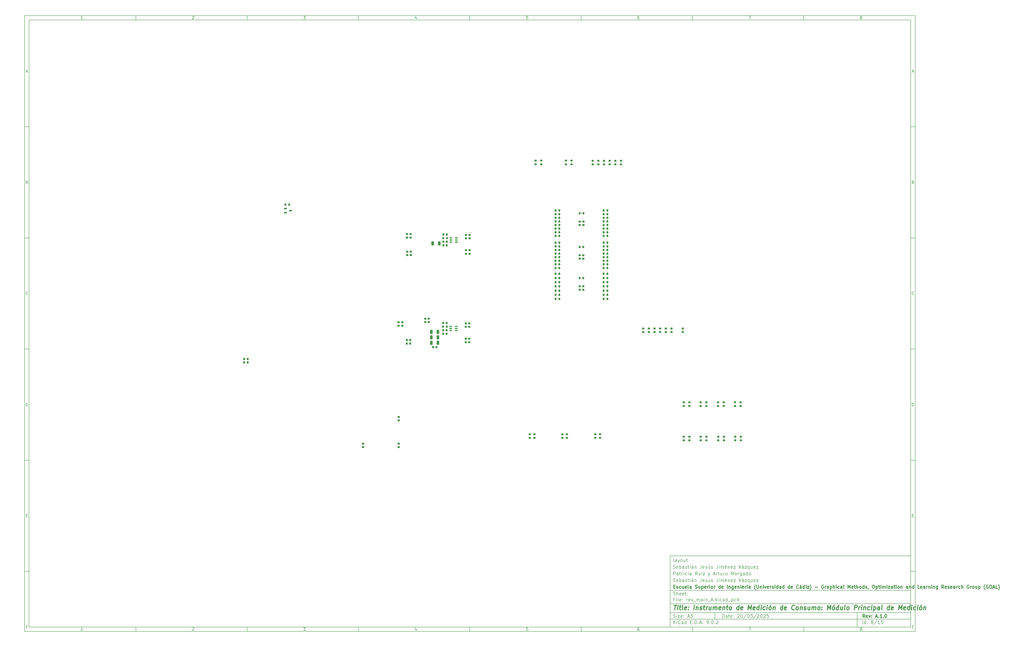
<source format=gbr>
%TF.GenerationSoftware,KiCad,Pcbnew,9.0.2*%
%TF.CreationDate,2025-11-09T22:55:19+01:00*%
%TF.ProjectId,rev_main_A,7265765f-6d61-4696-9e5f-412e6b696361,A.1.0*%
%TF.SameCoordinates,Original*%
%TF.FileFunction,Paste,Bot*%
%TF.FilePolarity,Positive*%
%FSLAX46Y46*%
G04 Gerber Fmt 4.6, Leading zero omitted, Abs format (unit mm)*
G04 Created by KiCad (PCBNEW 9.0.2) date 2025-11-09 22:55:19*
%MOMM*%
%LPD*%
G01*
G04 APERTURE LIST*
G04 Aperture macros list*
%AMRoundRect*
0 Rectangle with rounded corners*
0 $1 Rounding radius*
0 $2 $3 $4 $5 $6 $7 $8 $9 X,Y pos of 4 corners*
0 Add a 4 corners polygon primitive as box body*
4,1,4,$2,$3,$4,$5,$6,$7,$8,$9,$2,$3,0*
0 Add four circle primitives for the rounded corners*
1,1,$1+$1,$2,$3*
1,1,$1+$1,$4,$5*
1,1,$1+$1,$6,$7*
1,1,$1+$1,$8,$9*
0 Add four rect primitives between the rounded corners*
20,1,$1+$1,$2,$3,$4,$5,0*
20,1,$1+$1,$4,$5,$6,$7,0*
20,1,$1+$1,$6,$7,$8,$9,0*
20,1,$1+$1,$8,$9,$2,$3,0*%
G04 Aperture macros list end*
%ADD10C,0.100000*%
%ADD11C,0.150000*%
%ADD12C,0.300000*%
%ADD13C,0.400000*%
%ADD14RoundRect,0.225000X-0.225000X-0.250000X0.225000X-0.250000X0.225000X0.250000X-0.225000X0.250000X0*%
%ADD15RoundRect,0.200000X0.200000X0.275000X-0.200000X0.275000X-0.200000X-0.275000X0.200000X-0.275000X0*%
%ADD16RoundRect,0.200000X0.275000X-0.200000X0.275000X0.200000X-0.275000X0.200000X-0.275000X-0.200000X0*%
%ADD17RoundRect,0.225000X-0.250000X0.225000X-0.250000X-0.225000X0.250000X-0.225000X0.250000X0.225000X0*%
%ADD18RoundRect,0.225000X0.250000X-0.225000X0.250000X0.225000X-0.250000X0.225000X-0.250000X-0.225000X0*%
%ADD19RoundRect,0.200000X-0.200000X-0.275000X0.200000X-0.275000X0.200000X0.275000X-0.200000X0.275000X0*%
%ADD20RoundRect,0.200000X-0.275000X0.200000X-0.275000X-0.200000X0.275000X-0.200000X0.275000X0.200000X0*%
%ADD21RoundRect,0.150000X-0.512500X-0.150000X0.512500X-0.150000X0.512500X0.150000X-0.512500X0.150000X0*%
%ADD22R,1.200000X0.600000*%
%ADD23RoundRect,0.250000X0.325000X0.650000X-0.325000X0.650000X-0.325000X-0.650000X0.325000X-0.650000X0*%
%ADD24RoundRect,0.225000X0.225000X0.250000X-0.225000X0.250000X-0.225000X-0.250000X0.225000X-0.250000X0*%
%ADD25RoundRect,0.250000X-0.325000X-0.650000X0.325000X-0.650000X0.325000X0.650000X-0.325000X0.650000X0*%
G04 APERTURE END LIST*
D10*
D11*
X299989000Y-253002200D02*
X407989000Y-253002200D01*
X407989000Y-285002200D01*
X299989000Y-285002200D01*
X299989000Y-253002200D01*
D10*
D11*
X10000000Y-10000000D02*
X409989000Y-10000000D01*
X409989000Y-287002200D01*
X10000000Y-287002200D01*
X10000000Y-10000000D01*
D10*
D11*
X12000000Y-12000000D02*
X407989000Y-12000000D01*
X407989000Y-285002200D01*
X12000000Y-285002200D01*
X12000000Y-12000000D01*
D10*
D11*
X60000000Y-12000000D02*
X60000000Y-10000000D01*
D10*
D11*
X110000000Y-12000000D02*
X110000000Y-10000000D01*
D10*
D11*
X160000000Y-12000000D02*
X160000000Y-10000000D01*
D10*
D11*
X210000000Y-12000000D02*
X210000000Y-10000000D01*
D10*
D11*
X260000000Y-12000000D02*
X260000000Y-10000000D01*
D10*
D11*
X310000000Y-12000000D02*
X310000000Y-10000000D01*
D10*
D11*
X360000000Y-12000000D02*
X360000000Y-10000000D01*
D10*
D11*
X36089160Y-11593604D02*
X35346303Y-11593604D01*
X35717731Y-11593604D02*
X35717731Y-10293604D01*
X35717731Y-10293604D02*
X35593922Y-10479319D01*
X35593922Y-10479319D02*
X35470112Y-10603128D01*
X35470112Y-10603128D02*
X35346303Y-10665033D01*
D10*
D11*
X85346303Y-10417414D02*
X85408207Y-10355509D01*
X85408207Y-10355509D02*
X85532017Y-10293604D01*
X85532017Y-10293604D02*
X85841541Y-10293604D01*
X85841541Y-10293604D02*
X85965350Y-10355509D01*
X85965350Y-10355509D02*
X86027255Y-10417414D01*
X86027255Y-10417414D02*
X86089160Y-10541223D01*
X86089160Y-10541223D02*
X86089160Y-10665033D01*
X86089160Y-10665033D02*
X86027255Y-10850747D01*
X86027255Y-10850747D02*
X85284398Y-11593604D01*
X85284398Y-11593604D02*
X86089160Y-11593604D01*
D10*
D11*
X135284398Y-10293604D02*
X136089160Y-10293604D01*
X136089160Y-10293604D02*
X135655826Y-10788842D01*
X135655826Y-10788842D02*
X135841541Y-10788842D01*
X135841541Y-10788842D02*
X135965350Y-10850747D01*
X135965350Y-10850747D02*
X136027255Y-10912652D01*
X136027255Y-10912652D02*
X136089160Y-11036461D01*
X136089160Y-11036461D02*
X136089160Y-11345985D01*
X136089160Y-11345985D02*
X136027255Y-11469795D01*
X136027255Y-11469795D02*
X135965350Y-11531700D01*
X135965350Y-11531700D02*
X135841541Y-11593604D01*
X135841541Y-11593604D02*
X135470112Y-11593604D01*
X135470112Y-11593604D02*
X135346303Y-11531700D01*
X135346303Y-11531700D02*
X135284398Y-11469795D01*
D10*
D11*
X185965350Y-10726938D02*
X185965350Y-11593604D01*
X185655826Y-10231700D02*
X185346303Y-11160271D01*
X185346303Y-11160271D02*
X186151064Y-11160271D01*
D10*
D11*
X236027255Y-10293604D02*
X235408207Y-10293604D01*
X235408207Y-10293604D02*
X235346303Y-10912652D01*
X235346303Y-10912652D02*
X235408207Y-10850747D01*
X235408207Y-10850747D02*
X235532017Y-10788842D01*
X235532017Y-10788842D02*
X235841541Y-10788842D01*
X235841541Y-10788842D02*
X235965350Y-10850747D01*
X235965350Y-10850747D02*
X236027255Y-10912652D01*
X236027255Y-10912652D02*
X236089160Y-11036461D01*
X236089160Y-11036461D02*
X236089160Y-11345985D01*
X236089160Y-11345985D02*
X236027255Y-11469795D01*
X236027255Y-11469795D02*
X235965350Y-11531700D01*
X235965350Y-11531700D02*
X235841541Y-11593604D01*
X235841541Y-11593604D02*
X235532017Y-11593604D01*
X235532017Y-11593604D02*
X235408207Y-11531700D01*
X235408207Y-11531700D02*
X235346303Y-11469795D01*
D10*
D11*
X285965350Y-10293604D02*
X285717731Y-10293604D01*
X285717731Y-10293604D02*
X285593922Y-10355509D01*
X285593922Y-10355509D02*
X285532017Y-10417414D01*
X285532017Y-10417414D02*
X285408207Y-10603128D01*
X285408207Y-10603128D02*
X285346303Y-10850747D01*
X285346303Y-10850747D02*
X285346303Y-11345985D01*
X285346303Y-11345985D02*
X285408207Y-11469795D01*
X285408207Y-11469795D02*
X285470112Y-11531700D01*
X285470112Y-11531700D02*
X285593922Y-11593604D01*
X285593922Y-11593604D02*
X285841541Y-11593604D01*
X285841541Y-11593604D02*
X285965350Y-11531700D01*
X285965350Y-11531700D02*
X286027255Y-11469795D01*
X286027255Y-11469795D02*
X286089160Y-11345985D01*
X286089160Y-11345985D02*
X286089160Y-11036461D01*
X286089160Y-11036461D02*
X286027255Y-10912652D01*
X286027255Y-10912652D02*
X285965350Y-10850747D01*
X285965350Y-10850747D02*
X285841541Y-10788842D01*
X285841541Y-10788842D02*
X285593922Y-10788842D01*
X285593922Y-10788842D02*
X285470112Y-10850747D01*
X285470112Y-10850747D02*
X285408207Y-10912652D01*
X285408207Y-10912652D02*
X285346303Y-11036461D01*
D10*
D11*
X335284398Y-10293604D02*
X336151064Y-10293604D01*
X336151064Y-10293604D02*
X335593922Y-11593604D01*
D10*
D11*
X385593922Y-10850747D02*
X385470112Y-10788842D01*
X385470112Y-10788842D02*
X385408207Y-10726938D01*
X385408207Y-10726938D02*
X385346303Y-10603128D01*
X385346303Y-10603128D02*
X385346303Y-10541223D01*
X385346303Y-10541223D02*
X385408207Y-10417414D01*
X385408207Y-10417414D02*
X385470112Y-10355509D01*
X385470112Y-10355509D02*
X385593922Y-10293604D01*
X385593922Y-10293604D02*
X385841541Y-10293604D01*
X385841541Y-10293604D02*
X385965350Y-10355509D01*
X385965350Y-10355509D02*
X386027255Y-10417414D01*
X386027255Y-10417414D02*
X386089160Y-10541223D01*
X386089160Y-10541223D02*
X386089160Y-10603128D01*
X386089160Y-10603128D02*
X386027255Y-10726938D01*
X386027255Y-10726938D02*
X385965350Y-10788842D01*
X385965350Y-10788842D02*
X385841541Y-10850747D01*
X385841541Y-10850747D02*
X385593922Y-10850747D01*
X385593922Y-10850747D02*
X385470112Y-10912652D01*
X385470112Y-10912652D02*
X385408207Y-10974557D01*
X385408207Y-10974557D02*
X385346303Y-11098366D01*
X385346303Y-11098366D02*
X385346303Y-11345985D01*
X385346303Y-11345985D02*
X385408207Y-11469795D01*
X385408207Y-11469795D02*
X385470112Y-11531700D01*
X385470112Y-11531700D02*
X385593922Y-11593604D01*
X385593922Y-11593604D02*
X385841541Y-11593604D01*
X385841541Y-11593604D02*
X385965350Y-11531700D01*
X385965350Y-11531700D02*
X386027255Y-11469795D01*
X386027255Y-11469795D02*
X386089160Y-11345985D01*
X386089160Y-11345985D02*
X386089160Y-11098366D01*
X386089160Y-11098366D02*
X386027255Y-10974557D01*
X386027255Y-10974557D02*
X385965350Y-10912652D01*
X385965350Y-10912652D02*
X385841541Y-10850747D01*
D10*
D11*
X60000000Y-285002200D02*
X60000000Y-287002200D01*
D10*
D11*
X110000000Y-285002200D02*
X110000000Y-287002200D01*
D10*
D11*
X160000000Y-285002200D02*
X160000000Y-287002200D01*
D10*
D11*
X210000000Y-285002200D02*
X210000000Y-287002200D01*
D10*
D11*
X260000000Y-285002200D02*
X260000000Y-287002200D01*
D10*
D11*
X310000000Y-285002200D02*
X310000000Y-287002200D01*
D10*
D11*
X360000000Y-285002200D02*
X360000000Y-287002200D01*
D10*
D11*
X36089160Y-286595804D02*
X35346303Y-286595804D01*
X35717731Y-286595804D02*
X35717731Y-285295804D01*
X35717731Y-285295804D02*
X35593922Y-285481519D01*
X35593922Y-285481519D02*
X35470112Y-285605328D01*
X35470112Y-285605328D02*
X35346303Y-285667233D01*
D10*
D11*
X85346303Y-285419614D02*
X85408207Y-285357709D01*
X85408207Y-285357709D02*
X85532017Y-285295804D01*
X85532017Y-285295804D02*
X85841541Y-285295804D01*
X85841541Y-285295804D02*
X85965350Y-285357709D01*
X85965350Y-285357709D02*
X86027255Y-285419614D01*
X86027255Y-285419614D02*
X86089160Y-285543423D01*
X86089160Y-285543423D02*
X86089160Y-285667233D01*
X86089160Y-285667233D02*
X86027255Y-285852947D01*
X86027255Y-285852947D02*
X85284398Y-286595804D01*
X85284398Y-286595804D02*
X86089160Y-286595804D01*
D10*
D11*
X135284398Y-285295804D02*
X136089160Y-285295804D01*
X136089160Y-285295804D02*
X135655826Y-285791042D01*
X135655826Y-285791042D02*
X135841541Y-285791042D01*
X135841541Y-285791042D02*
X135965350Y-285852947D01*
X135965350Y-285852947D02*
X136027255Y-285914852D01*
X136027255Y-285914852D02*
X136089160Y-286038661D01*
X136089160Y-286038661D02*
X136089160Y-286348185D01*
X136089160Y-286348185D02*
X136027255Y-286471995D01*
X136027255Y-286471995D02*
X135965350Y-286533900D01*
X135965350Y-286533900D02*
X135841541Y-286595804D01*
X135841541Y-286595804D02*
X135470112Y-286595804D01*
X135470112Y-286595804D02*
X135346303Y-286533900D01*
X135346303Y-286533900D02*
X135284398Y-286471995D01*
D10*
D11*
X185965350Y-285729138D02*
X185965350Y-286595804D01*
X185655826Y-285233900D02*
X185346303Y-286162471D01*
X185346303Y-286162471D02*
X186151064Y-286162471D01*
D10*
D11*
X236027255Y-285295804D02*
X235408207Y-285295804D01*
X235408207Y-285295804D02*
X235346303Y-285914852D01*
X235346303Y-285914852D02*
X235408207Y-285852947D01*
X235408207Y-285852947D02*
X235532017Y-285791042D01*
X235532017Y-285791042D02*
X235841541Y-285791042D01*
X235841541Y-285791042D02*
X235965350Y-285852947D01*
X235965350Y-285852947D02*
X236027255Y-285914852D01*
X236027255Y-285914852D02*
X236089160Y-286038661D01*
X236089160Y-286038661D02*
X236089160Y-286348185D01*
X236089160Y-286348185D02*
X236027255Y-286471995D01*
X236027255Y-286471995D02*
X235965350Y-286533900D01*
X235965350Y-286533900D02*
X235841541Y-286595804D01*
X235841541Y-286595804D02*
X235532017Y-286595804D01*
X235532017Y-286595804D02*
X235408207Y-286533900D01*
X235408207Y-286533900D02*
X235346303Y-286471995D01*
D10*
D11*
X285965350Y-285295804D02*
X285717731Y-285295804D01*
X285717731Y-285295804D02*
X285593922Y-285357709D01*
X285593922Y-285357709D02*
X285532017Y-285419614D01*
X285532017Y-285419614D02*
X285408207Y-285605328D01*
X285408207Y-285605328D02*
X285346303Y-285852947D01*
X285346303Y-285852947D02*
X285346303Y-286348185D01*
X285346303Y-286348185D02*
X285408207Y-286471995D01*
X285408207Y-286471995D02*
X285470112Y-286533900D01*
X285470112Y-286533900D02*
X285593922Y-286595804D01*
X285593922Y-286595804D02*
X285841541Y-286595804D01*
X285841541Y-286595804D02*
X285965350Y-286533900D01*
X285965350Y-286533900D02*
X286027255Y-286471995D01*
X286027255Y-286471995D02*
X286089160Y-286348185D01*
X286089160Y-286348185D02*
X286089160Y-286038661D01*
X286089160Y-286038661D02*
X286027255Y-285914852D01*
X286027255Y-285914852D02*
X285965350Y-285852947D01*
X285965350Y-285852947D02*
X285841541Y-285791042D01*
X285841541Y-285791042D02*
X285593922Y-285791042D01*
X285593922Y-285791042D02*
X285470112Y-285852947D01*
X285470112Y-285852947D02*
X285408207Y-285914852D01*
X285408207Y-285914852D02*
X285346303Y-286038661D01*
D10*
D11*
X335284398Y-285295804D02*
X336151064Y-285295804D01*
X336151064Y-285295804D02*
X335593922Y-286595804D01*
D10*
D11*
X385593922Y-285852947D02*
X385470112Y-285791042D01*
X385470112Y-285791042D02*
X385408207Y-285729138D01*
X385408207Y-285729138D02*
X385346303Y-285605328D01*
X385346303Y-285605328D02*
X385346303Y-285543423D01*
X385346303Y-285543423D02*
X385408207Y-285419614D01*
X385408207Y-285419614D02*
X385470112Y-285357709D01*
X385470112Y-285357709D02*
X385593922Y-285295804D01*
X385593922Y-285295804D02*
X385841541Y-285295804D01*
X385841541Y-285295804D02*
X385965350Y-285357709D01*
X385965350Y-285357709D02*
X386027255Y-285419614D01*
X386027255Y-285419614D02*
X386089160Y-285543423D01*
X386089160Y-285543423D02*
X386089160Y-285605328D01*
X386089160Y-285605328D02*
X386027255Y-285729138D01*
X386027255Y-285729138D02*
X385965350Y-285791042D01*
X385965350Y-285791042D02*
X385841541Y-285852947D01*
X385841541Y-285852947D02*
X385593922Y-285852947D01*
X385593922Y-285852947D02*
X385470112Y-285914852D01*
X385470112Y-285914852D02*
X385408207Y-285976757D01*
X385408207Y-285976757D02*
X385346303Y-286100566D01*
X385346303Y-286100566D02*
X385346303Y-286348185D01*
X385346303Y-286348185D02*
X385408207Y-286471995D01*
X385408207Y-286471995D02*
X385470112Y-286533900D01*
X385470112Y-286533900D02*
X385593922Y-286595804D01*
X385593922Y-286595804D02*
X385841541Y-286595804D01*
X385841541Y-286595804D02*
X385965350Y-286533900D01*
X385965350Y-286533900D02*
X386027255Y-286471995D01*
X386027255Y-286471995D02*
X386089160Y-286348185D01*
X386089160Y-286348185D02*
X386089160Y-286100566D01*
X386089160Y-286100566D02*
X386027255Y-285976757D01*
X386027255Y-285976757D02*
X385965350Y-285914852D01*
X385965350Y-285914852D02*
X385841541Y-285852947D01*
D10*
D11*
X10000000Y-60000000D02*
X12000000Y-60000000D01*
D10*
D11*
X10000000Y-110000000D02*
X12000000Y-110000000D01*
D10*
D11*
X10000000Y-160000000D02*
X12000000Y-160000000D01*
D10*
D11*
X10000000Y-210000000D02*
X12000000Y-210000000D01*
D10*
D11*
X10000000Y-260000000D02*
X12000000Y-260000000D01*
D10*
D11*
X10690476Y-35222176D02*
X11309523Y-35222176D01*
X10566666Y-35593604D02*
X10999999Y-34293604D01*
X10999999Y-34293604D02*
X11433333Y-35593604D01*
D10*
D11*
X11092857Y-84912652D02*
X11278571Y-84974557D01*
X11278571Y-84974557D02*
X11340476Y-85036461D01*
X11340476Y-85036461D02*
X11402380Y-85160271D01*
X11402380Y-85160271D02*
X11402380Y-85345985D01*
X11402380Y-85345985D02*
X11340476Y-85469795D01*
X11340476Y-85469795D02*
X11278571Y-85531700D01*
X11278571Y-85531700D02*
X11154761Y-85593604D01*
X11154761Y-85593604D02*
X10659523Y-85593604D01*
X10659523Y-85593604D02*
X10659523Y-84293604D01*
X10659523Y-84293604D02*
X11092857Y-84293604D01*
X11092857Y-84293604D02*
X11216666Y-84355509D01*
X11216666Y-84355509D02*
X11278571Y-84417414D01*
X11278571Y-84417414D02*
X11340476Y-84541223D01*
X11340476Y-84541223D02*
X11340476Y-84665033D01*
X11340476Y-84665033D02*
X11278571Y-84788842D01*
X11278571Y-84788842D02*
X11216666Y-84850747D01*
X11216666Y-84850747D02*
X11092857Y-84912652D01*
X11092857Y-84912652D02*
X10659523Y-84912652D01*
D10*
D11*
X11402380Y-135469795D02*
X11340476Y-135531700D01*
X11340476Y-135531700D02*
X11154761Y-135593604D01*
X11154761Y-135593604D02*
X11030952Y-135593604D01*
X11030952Y-135593604D02*
X10845238Y-135531700D01*
X10845238Y-135531700D02*
X10721428Y-135407890D01*
X10721428Y-135407890D02*
X10659523Y-135284080D01*
X10659523Y-135284080D02*
X10597619Y-135036461D01*
X10597619Y-135036461D02*
X10597619Y-134850747D01*
X10597619Y-134850747D02*
X10659523Y-134603128D01*
X10659523Y-134603128D02*
X10721428Y-134479319D01*
X10721428Y-134479319D02*
X10845238Y-134355509D01*
X10845238Y-134355509D02*
X11030952Y-134293604D01*
X11030952Y-134293604D02*
X11154761Y-134293604D01*
X11154761Y-134293604D02*
X11340476Y-134355509D01*
X11340476Y-134355509D02*
X11402380Y-134417414D01*
D10*
D11*
X10659523Y-185593604D02*
X10659523Y-184293604D01*
X10659523Y-184293604D02*
X10969047Y-184293604D01*
X10969047Y-184293604D02*
X11154761Y-184355509D01*
X11154761Y-184355509D02*
X11278571Y-184479319D01*
X11278571Y-184479319D02*
X11340476Y-184603128D01*
X11340476Y-184603128D02*
X11402380Y-184850747D01*
X11402380Y-184850747D02*
X11402380Y-185036461D01*
X11402380Y-185036461D02*
X11340476Y-185284080D01*
X11340476Y-185284080D02*
X11278571Y-185407890D01*
X11278571Y-185407890D02*
X11154761Y-185531700D01*
X11154761Y-185531700D02*
X10969047Y-185593604D01*
X10969047Y-185593604D02*
X10659523Y-185593604D01*
D10*
D11*
X10721428Y-234912652D02*
X11154762Y-234912652D01*
X11340476Y-235593604D02*
X10721428Y-235593604D01*
X10721428Y-235593604D02*
X10721428Y-234293604D01*
X10721428Y-234293604D02*
X11340476Y-234293604D01*
D10*
D11*
X11185714Y-284912652D02*
X10752380Y-284912652D01*
X10752380Y-285593604D02*
X10752380Y-284293604D01*
X10752380Y-284293604D02*
X11371428Y-284293604D01*
D10*
D11*
X409989000Y-60000000D02*
X407989000Y-60000000D01*
D10*
D11*
X409989000Y-110000000D02*
X407989000Y-110000000D01*
D10*
D11*
X409989000Y-160000000D02*
X407989000Y-160000000D01*
D10*
D11*
X409989000Y-210000000D02*
X407989000Y-210000000D01*
D10*
D11*
X409989000Y-260000000D02*
X407989000Y-260000000D01*
D10*
D11*
X408679476Y-35222176D02*
X409298523Y-35222176D01*
X408555666Y-35593604D02*
X408988999Y-34293604D01*
X408988999Y-34293604D02*
X409422333Y-35593604D01*
D10*
D11*
X409081857Y-84912652D02*
X409267571Y-84974557D01*
X409267571Y-84974557D02*
X409329476Y-85036461D01*
X409329476Y-85036461D02*
X409391380Y-85160271D01*
X409391380Y-85160271D02*
X409391380Y-85345985D01*
X409391380Y-85345985D02*
X409329476Y-85469795D01*
X409329476Y-85469795D02*
X409267571Y-85531700D01*
X409267571Y-85531700D02*
X409143761Y-85593604D01*
X409143761Y-85593604D02*
X408648523Y-85593604D01*
X408648523Y-85593604D02*
X408648523Y-84293604D01*
X408648523Y-84293604D02*
X409081857Y-84293604D01*
X409081857Y-84293604D02*
X409205666Y-84355509D01*
X409205666Y-84355509D02*
X409267571Y-84417414D01*
X409267571Y-84417414D02*
X409329476Y-84541223D01*
X409329476Y-84541223D02*
X409329476Y-84665033D01*
X409329476Y-84665033D02*
X409267571Y-84788842D01*
X409267571Y-84788842D02*
X409205666Y-84850747D01*
X409205666Y-84850747D02*
X409081857Y-84912652D01*
X409081857Y-84912652D02*
X408648523Y-84912652D01*
D10*
D11*
X409391380Y-135469795D02*
X409329476Y-135531700D01*
X409329476Y-135531700D02*
X409143761Y-135593604D01*
X409143761Y-135593604D02*
X409019952Y-135593604D01*
X409019952Y-135593604D02*
X408834238Y-135531700D01*
X408834238Y-135531700D02*
X408710428Y-135407890D01*
X408710428Y-135407890D02*
X408648523Y-135284080D01*
X408648523Y-135284080D02*
X408586619Y-135036461D01*
X408586619Y-135036461D02*
X408586619Y-134850747D01*
X408586619Y-134850747D02*
X408648523Y-134603128D01*
X408648523Y-134603128D02*
X408710428Y-134479319D01*
X408710428Y-134479319D02*
X408834238Y-134355509D01*
X408834238Y-134355509D02*
X409019952Y-134293604D01*
X409019952Y-134293604D02*
X409143761Y-134293604D01*
X409143761Y-134293604D02*
X409329476Y-134355509D01*
X409329476Y-134355509D02*
X409391380Y-134417414D01*
D10*
D11*
X408648523Y-185593604D02*
X408648523Y-184293604D01*
X408648523Y-184293604D02*
X408958047Y-184293604D01*
X408958047Y-184293604D02*
X409143761Y-184355509D01*
X409143761Y-184355509D02*
X409267571Y-184479319D01*
X409267571Y-184479319D02*
X409329476Y-184603128D01*
X409329476Y-184603128D02*
X409391380Y-184850747D01*
X409391380Y-184850747D02*
X409391380Y-185036461D01*
X409391380Y-185036461D02*
X409329476Y-185284080D01*
X409329476Y-185284080D02*
X409267571Y-185407890D01*
X409267571Y-185407890D02*
X409143761Y-185531700D01*
X409143761Y-185531700D02*
X408958047Y-185593604D01*
X408958047Y-185593604D02*
X408648523Y-185593604D01*
D10*
D11*
X408710428Y-234912652D02*
X409143762Y-234912652D01*
X409329476Y-235593604D02*
X408710428Y-235593604D01*
X408710428Y-235593604D02*
X408710428Y-234293604D01*
X408710428Y-234293604D02*
X409329476Y-234293604D01*
D10*
D11*
X409174714Y-284912652D02*
X408741380Y-284912652D01*
X408741380Y-285593604D02*
X408741380Y-284293604D01*
X408741380Y-284293604D02*
X409360428Y-284293604D01*
D10*
D11*
X323444826Y-280788328D02*
X323444826Y-279288328D01*
X323444826Y-279288328D02*
X323801969Y-279288328D01*
X323801969Y-279288328D02*
X324016255Y-279359757D01*
X324016255Y-279359757D02*
X324159112Y-279502614D01*
X324159112Y-279502614D02*
X324230541Y-279645471D01*
X324230541Y-279645471D02*
X324301969Y-279931185D01*
X324301969Y-279931185D02*
X324301969Y-280145471D01*
X324301969Y-280145471D02*
X324230541Y-280431185D01*
X324230541Y-280431185D02*
X324159112Y-280574042D01*
X324159112Y-280574042D02*
X324016255Y-280716900D01*
X324016255Y-280716900D02*
X323801969Y-280788328D01*
X323801969Y-280788328D02*
X323444826Y-280788328D01*
X325587684Y-280788328D02*
X325587684Y-280002614D01*
X325587684Y-280002614D02*
X325516255Y-279859757D01*
X325516255Y-279859757D02*
X325373398Y-279788328D01*
X325373398Y-279788328D02*
X325087684Y-279788328D01*
X325087684Y-279788328D02*
X324944826Y-279859757D01*
X325587684Y-280716900D02*
X325444826Y-280788328D01*
X325444826Y-280788328D02*
X325087684Y-280788328D01*
X325087684Y-280788328D02*
X324944826Y-280716900D01*
X324944826Y-280716900D02*
X324873398Y-280574042D01*
X324873398Y-280574042D02*
X324873398Y-280431185D01*
X324873398Y-280431185D02*
X324944826Y-280288328D01*
X324944826Y-280288328D02*
X325087684Y-280216900D01*
X325087684Y-280216900D02*
X325444826Y-280216900D01*
X325444826Y-280216900D02*
X325587684Y-280145471D01*
X326087684Y-279788328D02*
X326659112Y-279788328D01*
X326301969Y-279288328D02*
X326301969Y-280574042D01*
X326301969Y-280574042D02*
X326373398Y-280716900D01*
X326373398Y-280716900D02*
X326516255Y-280788328D01*
X326516255Y-280788328D02*
X326659112Y-280788328D01*
X327730541Y-280716900D02*
X327587684Y-280788328D01*
X327587684Y-280788328D02*
X327301970Y-280788328D01*
X327301970Y-280788328D02*
X327159112Y-280716900D01*
X327159112Y-280716900D02*
X327087684Y-280574042D01*
X327087684Y-280574042D02*
X327087684Y-280002614D01*
X327087684Y-280002614D02*
X327159112Y-279859757D01*
X327159112Y-279859757D02*
X327301970Y-279788328D01*
X327301970Y-279788328D02*
X327587684Y-279788328D01*
X327587684Y-279788328D02*
X327730541Y-279859757D01*
X327730541Y-279859757D02*
X327801970Y-280002614D01*
X327801970Y-280002614D02*
X327801970Y-280145471D01*
X327801970Y-280145471D02*
X327087684Y-280288328D01*
X328444826Y-280645471D02*
X328516255Y-280716900D01*
X328516255Y-280716900D02*
X328444826Y-280788328D01*
X328444826Y-280788328D02*
X328373398Y-280716900D01*
X328373398Y-280716900D02*
X328444826Y-280645471D01*
X328444826Y-280645471D02*
X328444826Y-280788328D01*
X328444826Y-279859757D02*
X328516255Y-279931185D01*
X328516255Y-279931185D02*
X328444826Y-280002614D01*
X328444826Y-280002614D02*
X328373398Y-279931185D01*
X328373398Y-279931185D02*
X328444826Y-279859757D01*
X328444826Y-279859757D02*
X328444826Y-280002614D01*
X330230541Y-279431185D02*
X330301969Y-279359757D01*
X330301969Y-279359757D02*
X330444827Y-279288328D01*
X330444827Y-279288328D02*
X330801969Y-279288328D01*
X330801969Y-279288328D02*
X330944827Y-279359757D01*
X330944827Y-279359757D02*
X331016255Y-279431185D01*
X331016255Y-279431185D02*
X331087684Y-279574042D01*
X331087684Y-279574042D02*
X331087684Y-279716900D01*
X331087684Y-279716900D02*
X331016255Y-279931185D01*
X331016255Y-279931185D02*
X330159112Y-280788328D01*
X330159112Y-280788328D02*
X331087684Y-280788328D01*
X332016255Y-279288328D02*
X332159112Y-279288328D01*
X332159112Y-279288328D02*
X332301969Y-279359757D01*
X332301969Y-279359757D02*
X332373398Y-279431185D01*
X332373398Y-279431185D02*
X332444826Y-279574042D01*
X332444826Y-279574042D02*
X332516255Y-279859757D01*
X332516255Y-279859757D02*
X332516255Y-280216900D01*
X332516255Y-280216900D02*
X332444826Y-280502614D01*
X332444826Y-280502614D02*
X332373398Y-280645471D01*
X332373398Y-280645471D02*
X332301969Y-280716900D01*
X332301969Y-280716900D02*
X332159112Y-280788328D01*
X332159112Y-280788328D02*
X332016255Y-280788328D01*
X332016255Y-280788328D02*
X331873398Y-280716900D01*
X331873398Y-280716900D02*
X331801969Y-280645471D01*
X331801969Y-280645471D02*
X331730540Y-280502614D01*
X331730540Y-280502614D02*
X331659112Y-280216900D01*
X331659112Y-280216900D02*
X331659112Y-279859757D01*
X331659112Y-279859757D02*
X331730540Y-279574042D01*
X331730540Y-279574042D02*
X331801969Y-279431185D01*
X331801969Y-279431185D02*
X331873398Y-279359757D01*
X331873398Y-279359757D02*
X332016255Y-279288328D01*
X334230540Y-279216900D02*
X332944826Y-281145471D01*
X335016255Y-279288328D02*
X335159112Y-279288328D01*
X335159112Y-279288328D02*
X335301969Y-279359757D01*
X335301969Y-279359757D02*
X335373398Y-279431185D01*
X335373398Y-279431185D02*
X335444826Y-279574042D01*
X335444826Y-279574042D02*
X335516255Y-279859757D01*
X335516255Y-279859757D02*
X335516255Y-280216900D01*
X335516255Y-280216900D02*
X335444826Y-280502614D01*
X335444826Y-280502614D02*
X335373398Y-280645471D01*
X335373398Y-280645471D02*
X335301969Y-280716900D01*
X335301969Y-280716900D02*
X335159112Y-280788328D01*
X335159112Y-280788328D02*
X335016255Y-280788328D01*
X335016255Y-280788328D02*
X334873398Y-280716900D01*
X334873398Y-280716900D02*
X334801969Y-280645471D01*
X334801969Y-280645471D02*
X334730540Y-280502614D01*
X334730540Y-280502614D02*
X334659112Y-280216900D01*
X334659112Y-280216900D02*
X334659112Y-279859757D01*
X334659112Y-279859757D02*
X334730540Y-279574042D01*
X334730540Y-279574042D02*
X334801969Y-279431185D01*
X334801969Y-279431185D02*
X334873398Y-279359757D01*
X334873398Y-279359757D02*
X335016255Y-279288328D01*
X336016254Y-279288328D02*
X336944826Y-279288328D01*
X336944826Y-279288328D02*
X336444826Y-279859757D01*
X336444826Y-279859757D02*
X336659111Y-279859757D01*
X336659111Y-279859757D02*
X336801969Y-279931185D01*
X336801969Y-279931185D02*
X336873397Y-280002614D01*
X336873397Y-280002614D02*
X336944826Y-280145471D01*
X336944826Y-280145471D02*
X336944826Y-280502614D01*
X336944826Y-280502614D02*
X336873397Y-280645471D01*
X336873397Y-280645471D02*
X336801969Y-280716900D01*
X336801969Y-280716900D02*
X336659111Y-280788328D01*
X336659111Y-280788328D02*
X336230540Y-280788328D01*
X336230540Y-280788328D02*
X336087683Y-280716900D01*
X336087683Y-280716900D02*
X336016254Y-280645471D01*
X338659111Y-279216900D02*
X337373397Y-281145471D01*
X339087683Y-279431185D02*
X339159111Y-279359757D01*
X339159111Y-279359757D02*
X339301969Y-279288328D01*
X339301969Y-279288328D02*
X339659111Y-279288328D01*
X339659111Y-279288328D02*
X339801969Y-279359757D01*
X339801969Y-279359757D02*
X339873397Y-279431185D01*
X339873397Y-279431185D02*
X339944826Y-279574042D01*
X339944826Y-279574042D02*
X339944826Y-279716900D01*
X339944826Y-279716900D02*
X339873397Y-279931185D01*
X339873397Y-279931185D02*
X339016254Y-280788328D01*
X339016254Y-280788328D02*
X339944826Y-280788328D01*
X340873397Y-279288328D02*
X341016254Y-279288328D01*
X341016254Y-279288328D02*
X341159111Y-279359757D01*
X341159111Y-279359757D02*
X341230540Y-279431185D01*
X341230540Y-279431185D02*
X341301968Y-279574042D01*
X341301968Y-279574042D02*
X341373397Y-279859757D01*
X341373397Y-279859757D02*
X341373397Y-280216900D01*
X341373397Y-280216900D02*
X341301968Y-280502614D01*
X341301968Y-280502614D02*
X341230540Y-280645471D01*
X341230540Y-280645471D02*
X341159111Y-280716900D01*
X341159111Y-280716900D02*
X341016254Y-280788328D01*
X341016254Y-280788328D02*
X340873397Y-280788328D01*
X340873397Y-280788328D02*
X340730540Y-280716900D01*
X340730540Y-280716900D02*
X340659111Y-280645471D01*
X340659111Y-280645471D02*
X340587682Y-280502614D01*
X340587682Y-280502614D02*
X340516254Y-280216900D01*
X340516254Y-280216900D02*
X340516254Y-279859757D01*
X340516254Y-279859757D02*
X340587682Y-279574042D01*
X340587682Y-279574042D02*
X340659111Y-279431185D01*
X340659111Y-279431185D02*
X340730540Y-279359757D01*
X340730540Y-279359757D02*
X340873397Y-279288328D01*
X341944825Y-279431185D02*
X342016253Y-279359757D01*
X342016253Y-279359757D02*
X342159111Y-279288328D01*
X342159111Y-279288328D02*
X342516253Y-279288328D01*
X342516253Y-279288328D02*
X342659111Y-279359757D01*
X342659111Y-279359757D02*
X342730539Y-279431185D01*
X342730539Y-279431185D02*
X342801968Y-279574042D01*
X342801968Y-279574042D02*
X342801968Y-279716900D01*
X342801968Y-279716900D02*
X342730539Y-279931185D01*
X342730539Y-279931185D02*
X341873396Y-280788328D01*
X341873396Y-280788328D02*
X342801968Y-280788328D01*
X344159110Y-279288328D02*
X343444824Y-279288328D01*
X343444824Y-279288328D02*
X343373396Y-280002614D01*
X343373396Y-280002614D02*
X343444824Y-279931185D01*
X343444824Y-279931185D02*
X343587682Y-279859757D01*
X343587682Y-279859757D02*
X343944824Y-279859757D01*
X343944824Y-279859757D02*
X344087682Y-279931185D01*
X344087682Y-279931185D02*
X344159110Y-280002614D01*
X344159110Y-280002614D02*
X344230539Y-280145471D01*
X344230539Y-280145471D02*
X344230539Y-280502614D01*
X344230539Y-280502614D02*
X344159110Y-280645471D01*
X344159110Y-280645471D02*
X344087682Y-280716900D01*
X344087682Y-280716900D02*
X343944824Y-280788328D01*
X343944824Y-280788328D02*
X343587682Y-280788328D01*
X343587682Y-280788328D02*
X343444824Y-280716900D01*
X343444824Y-280716900D02*
X343373396Y-280645471D01*
D10*
D11*
X299989000Y-281502200D02*
X407989000Y-281502200D01*
D10*
D11*
X301444826Y-283588328D02*
X301444826Y-282088328D01*
X302301969Y-283588328D02*
X301659112Y-282731185D01*
X302301969Y-282088328D02*
X301444826Y-282945471D01*
X302944826Y-283588328D02*
X302944826Y-282588328D01*
X302944826Y-282088328D02*
X302873398Y-282159757D01*
X302873398Y-282159757D02*
X302944826Y-282231185D01*
X302944826Y-282231185D02*
X303016255Y-282159757D01*
X303016255Y-282159757D02*
X302944826Y-282088328D01*
X302944826Y-282088328D02*
X302944826Y-282231185D01*
X304516255Y-283445471D02*
X304444827Y-283516900D01*
X304444827Y-283516900D02*
X304230541Y-283588328D01*
X304230541Y-283588328D02*
X304087684Y-283588328D01*
X304087684Y-283588328D02*
X303873398Y-283516900D01*
X303873398Y-283516900D02*
X303730541Y-283374042D01*
X303730541Y-283374042D02*
X303659112Y-283231185D01*
X303659112Y-283231185D02*
X303587684Y-282945471D01*
X303587684Y-282945471D02*
X303587684Y-282731185D01*
X303587684Y-282731185D02*
X303659112Y-282445471D01*
X303659112Y-282445471D02*
X303730541Y-282302614D01*
X303730541Y-282302614D02*
X303873398Y-282159757D01*
X303873398Y-282159757D02*
X304087684Y-282088328D01*
X304087684Y-282088328D02*
X304230541Y-282088328D01*
X304230541Y-282088328D02*
X304444827Y-282159757D01*
X304444827Y-282159757D02*
X304516255Y-282231185D01*
X305801970Y-283588328D02*
X305801970Y-282802614D01*
X305801970Y-282802614D02*
X305730541Y-282659757D01*
X305730541Y-282659757D02*
X305587684Y-282588328D01*
X305587684Y-282588328D02*
X305301970Y-282588328D01*
X305301970Y-282588328D02*
X305159112Y-282659757D01*
X305801970Y-283516900D02*
X305659112Y-283588328D01*
X305659112Y-283588328D02*
X305301970Y-283588328D01*
X305301970Y-283588328D02*
X305159112Y-283516900D01*
X305159112Y-283516900D02*
X305087684Y-283374042D01*
X305087684Y-283374042D02*
X305087684Y-283231185D01*
X305087684Y-283231185D02*
X305159112Y-283088328D01*
X305159112Y-283088328D02*
X305301970Y-283016900D01*
X305301970Y-283016900D02*
X305659112Y-283016900D01*
X305659112Y-283016900D02*
X305801970Y-282945471D01*
X307159113Y-283588328D02*
X307159113Y-282088328D01*
X307159113Y-283516900D02*
X307016255Y-283588328D01*
X307016255Y-283588328D02*
X306730541Y-283588328D01*
X306730541Y-283588328D02*
X306587684Y-283516900D01*
X306587684Y-283516900D02*
X306516255Y-283445471D01*
X306516255Y-283445471D02*
X306444827Y-283302614D01*
X306444827Y-283302614D02*
X306444827Y-282874042D01*
X306444827Y-282874042D02*
X306516255Y-282731185D01*
X306516255Y-282731185D02*
X306587684Y-282659757D01*
X306587684Y-282659757D02*
X306730541Y-282588328D01*
X306730541Y-282588328D02*
X307016255Y-282588328D01*
X307016255Y-282588328D02*
X307159113Y-282659757D01*
X309016255Y-282802614D02*
X309516255Y-282802614D01*
X309730541Y-283588328D02*
X309016255Y-283588328D01*
X309016255Y-283588328D02*
X309016255Y-282088328D01*
X309016255Y-282088328D02*
X309730541Y-282088328D01*
X310373398Y-283445471D02*
X310444827Y-283516900D01*
X310444827Y-283516900D02*
X310373398Y-283588328D01*
X310373398Y-283588328D02*
X310301970Y-283516900D01*
X310301970Y-283516900D02*
X310373398Y-283445471D01*
X310373398Y-283445471D02*
X310373398Y-283588328D01*
X311087684Y-283588328D02*
X311087684Y-282088328D01*
X311087684Y-282088328D02*
X311444827Y-282088328D01*
X311444827Y-282088328D02*
X311659113Y-282159757D01*
X311659113Y-282159757D02*
X311801970Y-282302614D01*
X311801970Y-282302614D02*
X311873399Y-282445471D01*
X311873399Y-282445471D02*
X311944827Y-282731185D01*
X311944827Y-282731185D02*
X311944827Y-282945471D01*
X311944827Y-282945471D02*
X311873399Y-283231185D01*
X311873399Y-283231185D02*
X311801970Y-283374042D01*
X311801970Y-283374042D02*
X311659113Y-283516900D01*
X311659113Y-283516900D02*
X311444827Y-283588328D01*
X311444827Y-283588328D02*
X311087684Y-283588328D01*
X312587684Y-283445471D02*
X312659113Y-283516900D01*
X312659113Y-283516900D02*
X312587684Y-283588328D01*
X312587684Y-283588328D02*
X312516256Y-283516900D01*
X312516256Y-283516900D02*
X312587684Y-283445471D01*
X312587684Y-283445471D02*
X312587684Y-283588328D01*
X313230542Y-283159757D02*
X313944828Y-283159757D01*
X313087685Y-283588328D02*
X313587685Y-282088328D01*
X313587685Y-282088328D02*
X314087685Y-283588328D01*
X314587684Y-283445471D02*
X314659113Y-283516900D01*
X314659113Y-283516900D02*
X314587684Y-283588328D01*
X314587684Y-283588328D02*
X314516256Y-283516900D01*
X314516256Y-283516900D02*
X314587684Y-283445471D01*
X314587684Y-283445471D02*
X314587684Y-283588328D01*
X316516256Y-283588328D02*
X316801970Y-283588328D01*
X316801970Y-283588328D02*
X316944827Y-283516900D01*
X316944827Y-283516900D02*
X317016256Y-283445471D01*
X317016256Y-283445471D02*
X317159113Y-283231185D01*
X317159113Y-283231185D02*
X317230542Y-282945471D01*
X317230542Y-282945471D02*
X317230542Y-282374042D01*
X317230542Y-282374042D02*
X317159113Y-282231185D01*
X317159113Y-282231185D02*
X317087685Y-282159757D01*
X317087685Y-282159757D02*
X316944827Y-282088328D01*
X316944827Y-282088328D02*
X316659113Y-282088328D01*
X316659113Y-282088328D02*
X316516256Y-282159757D01*
X316516256Y-282159757D02*
X316444827Y-282231185D01*
X316444827Y-282231185D02*
X316373399Y-282374042D01*
X316373399Y-282374042D02*
X316373399Y-282731185D01*
X316373399Y-282731185D02*
X316444827Y-282874042D01*
X316444827Y-282874042D02*
X316516256Y-282945471D01*
X316516256Y-282945471D02*
X316659113Y-283016900D01*
X316659113Y-283016900D02*
X316944827Y-283016900D01*
X316944827Y-283016900D02*
X317087685Y-282945471D01*
X317087685Y-282945471D02*
X317159113Y-282874042D01*
X317159113Y-282874042D02*
X317230542Y-282731185D01*
X317873398Y-283445471D02*
X317944827Y-283516900D01*
X317944827Y-283516900D02*
X317873398Y-283588328D01*
X317873398Y-283588328D02*
X317801970Y-283516900D01*
X317801970Y-283516900D02*
X317873398Y-283445471D01*
X317873398Y-283445471D02*
X317873398Y-283588328D01*
X318873399Y-282088328D02*
X319016256Y-282088328D01*
X319016256Y-282088328D02*
X319159113Y-282159757D01*
X319159113Y-282159757D02*
X319230542Y-282231185D01*
X319230542Y-282231185D02*
X319301970Y-282374042D01*
X319301970Y-282374042D02*
X319373399Y-282659757D01*
X319373399Y-282659757D02*
X319373399Y-283016900D01*
X319373399Y-283016900D02*
X319301970Y-283302614D01*
X319301970Y-283302614D02*
X319230542Y-283445471D01*
X319230542Y-283445471D02*
X319159113Y-283516900D01*
X319159113Y-283516900D02*
X319016256Y-283588328D01*
X319016256Y-283588328D02*
X318873399Y-283588328D01*
X318873399Y-283588328D02*
X318730542Y-283516900D01*
X318730542Y-283516900D02*
X318659113Y-283445471D01*
X318659113Y-283445471D02*
X318587684Y-283302614D01*
X318587684Y-283302614D02*
X318516256Y-283016900D01*
X318516256Y-283016900D02*
X318516256Y-282659757D01*
X318516256Y-282659757D02*
X318587684Y-282374042D01*
X318587684Y-282374042D02*
X318659113Y-282231185D01*
X318659113Y-282231185D02*
X318730542Y-282159757D01*
X318730542Y-282159757D02*
X318873399Y-282088328D01*
X320016255Y-283445471D02*
X320087684Y-283516900D01*
X320087684Y-283516900D02*
X320016255Y-283588328D01*
X320016255Y-283588328D02*
X319944827Y-283516900D01*
X319944827Y-283516900D02*
X320016255Y-283445471D01*
X320016255Y-283445471D02*
X320016255Y-283588328D01*
X320659113Y-282231185D02*
X320730541Y-282159757D01*
X320730541Y-282159757D02*
X320873399Y-282088328D01*
X320873399Y-282088328D02*
X321230541Y-282088328D01*
X321230541Y-282088328D02*
X321373399Y-282159757D01*
X321373399Y-282159757D02*
X321444827Y-282231185D01*
X321444827Y-282231185D02*
X321516256Y-282374042D01*
X321516256Y-282374042D02*
X321516256Y-282516900D01*
X321516256Y-282516900D02*
X321444827Y-282731185D01*
X321444827Y-282731185D02*
X320587684Y-283588328D01*
X320587684Y-283588328D02*
X321516256Y-283588328D01*
D10*
D11*
X299989000Y-278502200D02*
X407989000Y-278502200D01*
D10*
D12*
X387400653Y-280780528D02*
X386900653Y-280066242D01*
X386543510Y-280780528D02*
X386543510Y-279280528D01*
X386543510Y-279280528D02*
X387114939Y-279280528D01*
X387114939Y-279280528D02*
X387257796Y-279351957D01*
X387257796Y-279351957D02*
X387329225Y-279423385D01*
X387329225Y-279423385D02*
X387400653Y-279566242D01*
X387400653Y-279566242D02*
X387400653Y-279780528D01*
X387400653Y-279780528D02*
X387329225Y-279923385D01*
X387329225Y-279923385D02*
X387257796Y-279994814D01*
X387257796Y-279994814D02*
X387114939Y-280066242D01*
X387114939Y-280066242D02*
X386543510Y-280066242D01*
X388614939Y-280709100D02*
X388472082Y-280780528D01*
X388472082Y-280780528D02*
X388186368Y-280780528D01*
X388186368Y-280780528D02*
X388043510Y-280709100D01*
X388043510Y-280709100D02*
X387972082Y-280566242D01*
X387972082Y-280566242D02*
X387972082Y-279994814D01*
X387972082Y-279994814D02*
X388043510Y-279851957D01*
X388043510Y-279851957D02*
X388186368Y-279780528D01*
X388186368Y-279780528D02*
X388472082Y-279780528D01*
X388472082Y-279780528D02*
X388614939Y-279851957D01*
X388614939Y-279851957D02*
X388686368Y-279994814D01*
X388686368Y-279994814D02*
X388686368Y-280137671D01*
X388686368Y-280137671D02*
X387972082Y-280280528D01*
X389186367Y-279780528D02*
X389543510Y-280780528D01*
X389543510Y-280780528D02*
X389900653Y-279780528D01*
X390472081Y-280637671D02*
X390543510Y-280709100D01*
X390543510Y-280709100D02*
X390472081Y-280780528D01*
X390472081Y-280780528D02*
X390400653Y-280709100D01*
X390400653Y-280709100D02*
X390472081Y-280637671D01*
X390472081Y-280637671D02*
X390472081Y-280780528D01*
X390472081Y-279851957D02*
X390543510Y-279923385D01*
X390543510Y-279923385D02*
X390472081Y-279994814D01*
X390472081Y-279994814D02*
X390400653Y-279923385D01*
X390400653Y-279923385D02*
X390472081Y-279851957D01*
X390472081Y-279851957D02*
X390472081Y-279994814D01*
X392257796Y-280351957D02*
X392972082Y-280351957D01*
X392114939Y-280780528D02*
X392614939Y-279280528D01*
X392614939Y-279280528D02*
X393114939Y-280780528D01*
X393614938Y-280637671D02*
X393686367Y-280709100D01*
X393686367Y-280709100D02*
X393614938Y-280780528D01*
X393614938Y-280780528D02*
X393543510Y-280709100D01*
X393543510Y-280709100D02*
X393614938Y-280637671D01*
X393614938Y-280637671D02*
X393614938Y-280780528D01*
X395114939Y-280780528D02*
X394257796Y-280780528D01*
X394686367Y-280780528D02*
X394686367Y-279280528D01*
X394686367Y-279280528D02*
X394543510Y-279494814D01*
X394543510Y-279494814D02*
X394400653Y-279637671D01*
X394400653Y-279637671D02*
X394257796Y-279709100D01*
X395757795Y-280637671D02*
X395829224Y-280709100D01*
X395829224Y-280709100D02*
X395757795Y-280780528D01*
X395757795Y-280780528D02*
X395686367Y-280709100D01*
X395686367Y-280709100D02*
X395757795Y-280637671D01*
X395757795Y-280637671D02*
X395757795Y-280780528D01*
X396757796Y-279280528D02*
X396900653Y-279280528D01*
X396900653Y-279280528D02*
X397043510Y-279351957D01*
X397043510Y-279351957D02*
X397114939Y-279423385D01*
X397114939Y-279423385D02*
X397186367Y-279566242D01*
X397186367Y-279566242D02*
X397257796Y-279851957D01*
X397257796Y-279851957D02*
X397257796Y-280209100D01*
X397257796Y-280209100D02*
X397186367Y-280494814D01*
X397186367Y-280494814D02*
X397114939Y-280637671D01*
X397114939Y-280637671D02*
X397043510Y-280709100D01*
X397043510Y-280709100D02*
X396900653Y-280780528D01*
X396900653Y-280780528D02*
X396757796Y-280780528D01*
X396757796Y-280780528D02*
X396614939Y-280709100D01*
X396614939Y-280709100D02*
X396543510Y-280637671D01*
X396543510Y-280637671D02*
X396472081Y-280494814D01*
X396472081Y-280494814D02*
X396400653Y-280209100D01*
X396400653Y-280209100D02*
X396400653Y-279851957D01*
X396400653Y-279851957D02*
X396472081Y-279566242D01*
X396472081Y-279566242D02*
X396543510Y-279423385D01*
X396543510Y-279423385D02*
X396614939Y-279351957D01*
X396614939Y-279351957D02*
X396757796Y-279280528D01*
D10*
D11*
X301373398Y-280716900D02*
X301587684Y-280788328D01*
X301587684Y-280788328D02*
X301944826Y-280788328D01*
X301944826Y-280788328D02*
X302087684Y-280716900D01*
X302087684Y-280716900D02*
X302159112Y-280645471D01*
X302159112Y-280645471D02*
X302230541Y-280502614D01*
X302230541Y-280502614D02*
X302230541Y-280359757D01*
X302230541Y-280359757D02*
X302159112Y-280216900D01*
X302159112Y-280216900D02*
X302087684Y-280145471D01*
X302087684Y-280145471D02*
X301944826Y-280074042D01*
X301944826Y-280074042D02*
X301659112Y-280002614D01*
X301659112Y-280002614D02*
X301516255Y-279931185D01*
X301516255Y-279931185D02*
X301444826Y-279859757D01*
X301444826Y-279859757D02*
X301373398Y-279716900D01*
X301373398Y-279716900D02*
X301373398Y-279574042D01*
X301373398Y-279574042D02*
X301444826Y-279431185D01*
X301444826Y-279431185D02*
X301516255Y-279359757D01*
X301516255Y-279359757D02*
X301659112Y-279288328D01*
X301659112Y-279288328D02*
X302016255Y-279288328D01*
X302016255Y-279288328D02*
X302230541Y-279359757D01*
X302873397Y-280788328D02*
X302873397Y-279788328D01*
X302873397Y-279288328D02*
X302801969Y-279359757D01*
X302801969Y-279359757D02*
X302873397Y-279431185D01*
X302873397Y-279431185D02*
X302944826Y-279359757D01*
X302944826Y-279359757D02*
X302873397Y-279288328D01*
X302873397Y-279288328D02*
X302873397Y-279431185D01*
X303444826Y-279788328D02*
X304230541Y-279788328D01*
X304230541Y-279788328D02*
X303444826Y-280788328D01*
X303444826Y-280788328D02*
X304230541Y-280788328D01*
X305373398Y-280716900D02*
X305230541Y-280788328D01*
X305230541Y-280788328D02*
X304944827Y-280788328D01*
X304944827Y-280788328D02*
X304801969Y-280716900D01*
X304801969Y-280716900D02*
X304730541Y-280574042D01*
X304730541Y-280574042D02*
X304730541Y-280002614D01*
X304730541Y-280002614D02*
X304801969Y-279859757D01*
X304801969Y-279859757D02*
X304944827Y-279788328D01*
X304944827Y-279788328D02*
X305230541Y-279788328D01*
X305230541Y-279788328D02*
X305373398Y-279859757D01*
X305373398Y-279859757D02*
X305444827Y-280002614D01*
X305444827Y-280002614D02*
X305444827Y-280145471D01*
X305444827Y-280145471D02*
X304730541Y-280288328D01*
X306087683Y-280645471D02*
X306159112Y-280716900D01*
X306159112Y-280716900D02*
X306087683Y-280788328D01*
X306087683Y-280788328D02*
X306016255Y-280716900D01*
X306016255Y-280716900D02*
X306087683Y-280645471D01*
X306087683Y-280645471D02*
X306087683Y-280788328D01*
X306087683Y-279859757D02*
X306159112Y-279931185D01*
X306159112Y-279931185D02*
X306087683Y-280002614D01*
X306087683Y-280002614D02*
X306016255Y-279931185D01*
X306016255Y-279931185D02*
X306087683Y-279859757D01*
X306087683Y-279859757D02*
X306087683Y-280002614D01*
X307873398Y-280359757D02*
X308587684Y-280359757D01*
X307730541Y-280788328D02*
X308230541Y-279288328D01*
X308230541Y-279288328D02*
X308730541Y-280788328D01*
X309087683Y-279288328D02*
X310016255Y-279288328D01*
X310016255Y-279288328D02*
X309516255Y-279859757D01*
X309516255Y-279859757D02*
X309730540Y-279859757D01*
X309730540Y-279859757D02*
X309873398Y-279931185D01*
X309873398Y-279931185D02*
X309944826Y-280002614D01*
X309944826Y-280002614D02*
X310016255Y-280145471D01*
X310016255Y-280145471D02*
X310016255Y-280502614D01*
X310016255Y-280502614D02*
X309944826Y-280645471D01*
X309944826Y-280645471D02*
X309873398Y-280716900D01*
X309873398Y-280716900D02*
X309730540Y-280788328D01*
X309730540Y-280788328D02*
X309301969Y-280788328D01*
X309301969Y-280788328D02*
X309159112Y-280716900D01*
X309159112Y-280716900D02*
X309087683Y-280645471D01*
D10*
D11*
X386444826Y-283588328D02*
X386444826Y-282088328D01*
X387801970Y-283588328D02*
X387801970Y-282088328D01*
X387801970Y-283516900D02*
X387659112Y-283588328D01*
X387659112Y-283588328D02*
X387373398Y-283588328D01*
X387373398Y-283588328D02*
X387230541Y-283516900D01*
X387230541Y-283516900D02*
X387159112Y-283445471D01*
X387159112Y-283445471D02*
X387087684Y-283302614D01*
X387087684Y-283302614D02*
X387087684Y-282874042D01*
X387087684Y-282874042D02*
X387159112Y-282731185D01*
X387159112Y-282731185D02*
X387230541Y-282659757D01*
X387230541Y-282659757D02*
X387373398Y-282588328D01*
X387373398Y-282588328D02*
X387659112Y-282588328D01*
X387659112Y-282588328D02*
X387801970Y-282659757D01*
X388516255Y-283445471D02*
X388587684Y-283516900D01*
X388587684Y-283516900D02*
X388516255Y-283588328D01*
X388516255Y-283588328D02*
X388444827Y-283516900D01*
X388444827Y-283516900D02*
X388516255Y-283445471D01*
X388516255Y-283445471D02*
X388516255Y-283588328D01*
X388516255Y-282659757D02*
X388587684Y-282731185D01*
X388587684Y-282731185D02*
X388516255Y-282802614D01*
X388516255Y-282802614D02*
X388444827Y-282731185D01*
X388444827Y-282731185D02*
X388516255Y-282659757D01*
X388516255Y-282659757D02*
X388516255Y-282802614D01*
X390587684Y-282731185D02*
X390444827Y-282659757D01*
X390444827Y-282659757D02*
X390373398Y-282588328D01*
X390373398Y-282588328D02*
X390301970Y-282445471D01*
X390301970Y-282445471D02*
X390301970Y-282374042D01*
X390301970Y-282374042D02*
X390373398Y-282231185D01*
X390373398Y-282231185D02*
X390444827Y-282159757D01*
X390444827Y-282159757D02*
X390587684Y-282088328D01*
X390587684Y-282088328D02*
X390873398Y-282088328D01*
X390873398Y-282088328D02*
X391016256Y-282159757D01*
X391016256Y-282159757D02*
X391087684Y-282231185D01*
X391087684Y-282231185D02*
X391159113Y-282374042D01*
X391159113Y-282374042D02*
X391159113Y-282445471D01*
X391159113Y-282445471D02*
X391087684Y-282588328D01*
X391087684Y-282588328D02*
X391016256Y-282659757D01*
X391016256Y-282659757D02*
X390873398Y-282731185D01*
X390873398Y-282731185D02*
X390587684Y-282731185D01*
X390587684Y-282731185D02*
X390444827Y-282802614D01*
X390444827Y-282802614D02*
X390373398Y-282874042D01*
X390373398Y-282874042D02*
X390301970Y-283016900D01*
X390301970Y-283016900D02*
X390301970Y-283302614D01*
X390301970Y-283302614D02*
X390373398Y-283445471D01*
X390373398Y-283445471D02*
X390444827Y-283516900D01*
X390444827Y-283516900D02*
X390587684Y-283588328D01*
X390587684Y-283588328D02*
X390873398Y-283588328D01*
X390873398Y-283588328D02*
X391016256Y-283516900D01*
X391016256Y-283516900D02*
X391087684Y-283445471D01*
X391087684Y-283445471D02*
X391159113Y-283302614D01*
X391159113Y-283302614D02*
X391159113Y-283016900D01*
X391159113Y-283016900D02*
X391087684Y-282874042D01*
X391087684Y-282874042D02*
X391016256Y-282802614D01*
X391016256Y-282802614D02*
X390873398Y-282731185D01*
X392873398Y-282016900D02*
X391587684Y-283945471D01*
X394159113Y-283588328D02*
X393301970Y-283588328D01*
X393730541Y-283588328D02*
X393730541Y-282088328D01*
X393730541Y-282088328D02*
X393587684Y-282302614D01*
X393587684Y-282302614D02*
X393444827Y-282445471D01*
X393444827Y-282445471D02*
X393301970Y-282516900D01*
X395516255Y-282088328D02*
X394801969Y-282088328D01*
X394801969Y-282088328D02*
X394730541Y-282802614D01*
X394730541Y-282802614D02*
X394801969Y-282731185D01*
X394801969Y-282731185D02*
X394944827Y-282659757D01*
X394944827Y-282659757D02*
X395301969Y-282659757D01*
X395301969Y-282659757D02*
X395444827Y-282731185D01*
X395444827Y-282731185D02*
X395516255Y-282802614D01*
X395516255Y-282802614D02*
X395587684Y-282945471D01*
X395587684Y-282945471D02*
X395587684Y-283302614D01*
X395587684Y-283302614D02*
X395516255Y-283445471D01*
X395516255Y-283445471D02*
X395444827Y-283516900D01*
X395444827Y-283516900D02*
X395301969Y-283588328D01*
X395301969Y-283588328D02*
X394944827Y-283588328D01*
X394944827Y-283588328D02*
X394801969Y-283516900D01*
X394801969Y-283516900D02*
X394730541Y-283445471D01*
D10*
D11*
X299989000Y-274502200D02*
X407989000Y-274502200D01*
D10*
D13*
X301680728Y-275206638D02*
X302823585Y-275206638D01*
X302002157Y-277206638D02*
X302252157Y-275206638D01*
X303240252Y-277206638D02*
X303406919Y-275873304D01*
X303490252Y-275206638D02*
X303383109Y-275301876D01*
X303383109Y-275301876D02*
X303466443Y-275397114D01*
X303466443Y-275397114D02*
X303573586Y-275301876D01*
X303573586Y-275301876D02*
X303490252Y-275206638D01*
X303490252Y-275206638D02*
X303466443Y-275397114D01*
X304073586Y-275873304D02*
X304835490Y-275873304D01*
X304442633Y-275206638D02*
X304228348Y-276920923D01*
X304228348Y-276920923D02*
X304299776Y-277111400D01*
X304299776Y-277111400D02*
X304478348Y-277206638D01*
X304478348Y-277206638D02*
X304668824Y-277206638D01*
X305621205Y-277206638D02*
X305442633Y-277111400D01*
X305442633Y-277111400D02*
X305371205Y-276920923D01*
X305371205Y-276920923D02*
X305585490Y-275206638D01*
X307156919Y-277111400D02*
X306954538Y-277206638D01*
X306954538Y-277206638D02*
X306573585Y-277206638D01*
X306573585Y-277206638D02*
X306395014Y-277111400D01*
X306395014Y-277111400D02*
X306323585Y-276920923D01*
X306323585Y-276920923D02*
X306418824Y-276159019D01*
X306418824Y-276159019D02*
X306537871Y-275968542D01*
X306537871Y-275968542D02*
X306740252Y-275873304D01*
X306740252Y-275873304D02*
X307121204Y-275873304D01*
X307121204Y-275873304D02*
X307299776Y-275968542D01*
X307299776Y-275968542D02*
X307371204Y-276159019D01*
X307371204Y-276159019D02*
X307347395Y-276349495D01*
X307347395Y-276349495D02*
X306371204Y-276539971D01*
X308121205Y-277016161D02*
X308204538Y-277111400D01*
X308204538Y-277111400D02*
X308097395Y-277206638D01*
X308097395Y-277206638D02*
X308014062Y-277111400D01*
X308014062Y-277111400D02*
X308121205Y-277016161D01*
X308121205Y-277016161D02*
X308097395Y-277206638D01*
X308252157Y-275968542D02*
X308335490Y-276063780D01*
X308335490Y-276063780D02*
X308228348Y-276159019D01*
X308228348Y-276159019D02*
X308145014Y-276063780D01*
X308145014Y-276063780D02*
X308252157Y-275968542D01*
X308252157Y-275968542D02*
X308228348Y-276159019D01*
X310573586Y-277206638D02*
X310823586Y-275206638D01*
X311692634Y-275873304D02*
X311525967Y-277206638D01*
X311668824Y-276063780D02*
X311775967Y-275968542D01*
X311775967Y-275968542D02*
X311978348Y-275873304D01*
X311978348Y-275873304D02*
X312264062Y-275873304D01*
X312264062Y-275873304D02*
X312442634Y-275968542D01*
X312442634Y-275968542D02*
X312514062Y-276159019D01*
X312514062Y-276159019D02*
X312383110Y-277206638D01*
X313252158Y-277111400D02*
X313430729Y-277206638D01*
X313430729Y-277206638D02*
X313811682Y-277206638D01*
X313811682Y-277206638D02*
X314014063Y-277111400D01*
X314014063Y-277111400D02*
X314133110Y-276920923D01*
X314133110Y-276920923D02*
X314145015Y-276825685D01*
X314145015Y-276825685D02*
X314073586Y-276635209D01*
X314073586Y-276635209D02*
X313895015Y-276539971D01*
X313895015Y-276539971D02*
X313609301Y-276539971D01*
X313609301Y-276539971D02*
X313430729Y-276444733D01*
X313430729Y-276444733D02*
X313359301Y-276254257D01*
X313359301Y-276254257D02*
X313371206Y-276159019D01*
X313371206Y-276159019D02*
X313490253Y-275968542D01*
X313490253Y-275968542D02*
X313692634Y-275873304D01*
X313692634Y-275873304D02*
X313978348Y-275873304D01*
X313978348Y-275873304D02*
X314156920Y-275968542D01*
X314835492Y-275873304D02*
X315597396Y-275873304D01*
X315204539Y-275206638D02*
X314990254Y-276920923D01*
X314990254Y-276920923D02*
X315061682Y-277111400D01*
X315061682Y-277111400D02*
X315240254Y-277206638D01*
X315240254Y-277206638D02*
X315430730Y-277206638D01*
X316097396Y-277206638D02*
X316264063Y-275873304D01*
X316216444Y-276254257D02*
X316335491Y-276063780D01*
X316335491Y-276063780D02*
X316442634Y-275968542D01*
X316442634Y-275968542D02*
X316645015Y-275873304D01*
X316645015Y-275873304D02*
X316835491Y-275873304D01*
X318359301Y-275873304D02*
X318192634Y-277206638D01*
X317502158Y-275873304D02*
X317371206Y-276920923D01*
X317371206Y-276920923D02*
X317442634Y-277111400D01*
X317442634Y-277111400D02*
X317621206Y-277206638D01*
X317621206Y-277206638D02*
X317906920Y-277206638D01*
X317906920Y-277206638D02*
X318109301Y-277111400D01*
X318109301Y-277111400D02*
X318216444Y-277016161D01*
X319145015Y-277206638D02*
X319311682Y-275873304D01*
X319287872Y-276063780D02*
X319395015Y-275968542D01*
X319395015Y-275968542D02*
X319597396Y-275873304D01*
X319597396Y-275873304D02*
X319883110Y-275873304D01*
X319883110Y-275873304D02*
X320061682Y-275968542D01*
X320061682Y-275968542D02*
X320133110Y-276159019D01*
X320133110Y-276159019D02*
X320002158Y-277206638D01*
X320133110Y-276159019D02*
X320252158Y-275968542D01*
X320252158Y-275968542D02*
X320454539Y-275873304D01*
X320454539Y-275873304D02*
X320740253Y-275873304D01*
X320740253Y-275873304D02*
X320918825Y-275968542D01*
X320918825Y-275968542D02*
X320990253Y-276159019D01*
X320990253Y-276159019D02*
X320859301Y-277206638D01*
X322585492Y-277111400D02*
X322383111Y-277206638D01*
X322383111Y-277206638D02*
X322002158Y-277206638D01*
X322002158Y-277206638D02*
X321823587Y-277111400D01*
X321823587Y-277111400D02*
X321752158Y-276920923D01*
X321752158Y-276920923D02*
X321847397Y-276159019D01*
X321847397Y-276159019D02*
X321966444Y-275968542D01*
X321966444Y-275968542D02*
X322168825Y-275873304D01*
X322168825Y-275873304D02*
X322549777Y-275873304D01*
X322549777Y-275873304D02*
X322728349Y-275968542D01*
X322728349Y-275968542D02*
X322799777Y-276159019D01*
X322799777Y-276159019D02*
X322775968Y-276349495D01*
X322775968Y-276349495D02*
X321799777Y-276539971D01*
X323692635Y-275873304D02*
X323525968Y-277206638D01*
X323668825Y-276063780D02*
X323775968Y-275968542D01*
X323775968Y-275968542D02*
X323978349Y-275873304D01*
X323978349Y-275873304D02*
X324264063Y-275873304D01*
X324264063Y-275873304D02*
X324442635Y-275968542D01*
X324442635Y-275968542D02*
X324514063Y-276159019D01*
X324514063Y-276159019D02*
X324383111Y-277206638D01*
X325216445Y-275873304D02*
X325978349Y-275873304D01*
X325585492Y-275206638D02*
X325371207Y-276920923D01*
X325371207Y-276920923D02*
X325442635Y-277111400D01*
X325442635Y-277111400D02*
X325621207Y-277206638D01*
X325621207Y-277206638D02*
X325811683Y-277206638D01*
X326764064Y-277206638D02*
X326585492Y-277111400D01*
X326585492Y-277111400D02*
X326502159Y-277016161D01*
X326502159Y-277016161D02*
X326430730Y-276825685D01*
X326430730Y-276825685D02*
X326502159Y-276254257D01*
X326502159Y-276254257D02*
X326621206Y-276063780D01*
X326621206Y-276063780D02*
X326728349Y-275968542D01*
X326728349Y-275968542D02*
X326930730Y-275873304D01*
X326930730Y-275873304D02*
X327216444Y-275873304D01*
X327216444Y-275873304D02*
X327395016Y-275968542D01*
X327395016Y-275968542D02*
X327478349Y-276063780D01*
X327478349Y-276063780D02*
X327549778Y-276254257D01*
X327549778Y-276254257D02*
X327478349Y-276825685D01*
X327478349Y-276825685D02*
X327359302Y-277016161D01*
X327359302Y-277016161D02*
X327252159Y-277111400D01*
X327252159Y-277111400D02*
X327049778Y-277206638D01*
X327049778Y-277206638D02*
X326764064Y-277206638D01*
X330668826Y-277206638D02*
X330918826Y-275206638D01*
X330680731Y-277111400D02*
X330478350Y-277206638D01*
X330478350Y-277206638D02*
X330097398Y-277206638D01*
X330097398Y-277206638D02*
X329918826Y-277111400D01*
X329918826Y-277111400D02*
X329835493Y-277016161D01*
X329835493Y-277016161D02*
X329764064Y-276825685D01*
X329764064Y-276825685D02*
X329835493Y-276254257D01*
X329835493Y-276254257D02*
X329954540Y-276063780D01*
X329954540Y-276063780D02*
X330061683Y-275968542D01*
X330061683Y-275968542D02*
X330264064Y-275873304D01*
X330264064Y-275873304D02*
X330645017Y-275873304D01*
X330645017Y-275873304D02*
X330823588Y-275968542D01*
X332395017Y-277111400D02*
X332192636Y-277206638D01*
X332192636Y-277206638D02*
X331811683Y-277206638D01*
X331811683Y-277206638D02*
X331633112Y-277111400D01*
X331633112Y-277111400D02*
X331561683Y-276920923D01*
X331561683Y-276920923D02*
X331656922Y-276159019D01*
X331656922Y-276159019D02*
X331775969Y-275968542D01*
X331775969Y-275968542D02*
X331978350Y-275873304D01*
X331978350Y-275873304D02*
X332359302Y-275873304D01*
X332359302Y-275873304D02*
X332537874Y-275968542D01*
X332537874Y-275968542D02*
X332609302Y-276159019D01*
X332609302Y-276159019D02*
X332585493Y-276349495D01*
X332585493Y-276349495D02*
X331609302Y-276539971D01*
X334859303Y-277206638D02*
X335109303Y-275206638D01*
X335109303Y-275206638D02*
X335597398Y-276635209D01*
X335597398Y-276635209D02*
X336442637Y-275206638D01*
X336442637Y-275206638D02*
X336192637Y-277206638D01*
X337918827Y-277111400D02*
X337716446Y-277206638D01*
X337716446Y-277206638D02*
X337335493Y-277206638D01*
X337335493Y-277206638D02*
X337156922Y-277111400D01*
X337156922Y-277111400D02*
X337085493Y-276920923D01*
X337085493Y-276920923D02*
X337180732Y-276159019D01*
X337180732Y-276159019D02*
X337299779Y-275968542D01*
X337299779Y-275968542D02*
X337502160Y-275873304D01*
X337502160Y-275873304D02*
X337883112Y-275873304D01*
X337883112Y-275873304D02*
X338061684Y-275968542D01*
X338061684Y-275968542D02*
X338133112Y-276159019D01*
X338133112Y-276159019D02*
X338109303Y-276349495D01*
X338109303Y-276349495D02*
X337133112Y-276539971D01*
X339716446Y-277206638D02*
X339966446Y-275206638D01*
X339728351Y-277111400D02*
X339525970Y-277206638D01*
X339525970Y-277206638D02*
X339145018Y-277206638D01*
X339145018Y-277206638D02*
X338966446Y-277111400D01*
X338966446Y-277111400D02*
X338883113Y-277016161D01*
X338883113Y-277016161D02*
X338811684Y-276825685D01*
X338811684Y-276825685D02*
X338883113Y-276254257D01*
X338883113Y-276254257D02*
X339002160Y-276063780D01*
X339002160Y-276063780D02*
X339109303Y-275968542D01*
X339109303Y-275968542D02*
X339311684Y-275873304D01*
X339311684Y-275873304D02*
X339692637Y-275873304D01*
X339692637Y-275873304D02*
X339871208Y-275968542D01*
X340668827Y-277206638D02*
X340835494Y-275873304D01*
X340918827Y-275206638D02*
X340811684Y-275301876D01*
X340811684Y-275301876D02*
X340895018Y-275397114D01*
X340895018Y-275397114D02*
X341002161Y-275301876D01*
X341002161Y-275301876D02*
X340918827Y-275206638D01*
X340918827Y-275206638D02*
X340895018Y-275397114D01*
X342490256Y-277111400D02*
X342287875Y-277206638D01*
X342287875Y-277206638D02*
X341906923Y-277206638D01*
X341906923Y-277206638D02*
X341728351Y-277111400D01*
X341728351Y-277111400D02*
X341645018Y-277016161D01*
X341645018Y-277016161D02*
X341573589Y-276825685D01*
X341573589Y-276825685D02*
X341645018Y-276254257D01*
X341645018Y-276254257D02*
X341764065Y-276063780D01*
X341764065Y-276063780D02*
X341871208Y-275968542D01*
X341871208Y-275968542D02*
X342073589Y-275873304D01*
X342073589Y-275873304D02*
X342454542Y-275873304D01*
X342454542Y-275873304D02*
X342633113Y-275968542D01*
X343335494Y-277206638D02*
X343502161Y-275873304D01*
X343585494Y-275206638D02*
X343478351Y-275301876D01*
X343478351Y-275301876D02*
X343561685Y-275397114D01*
X343561685Y-275397114D02*
X343668828Y-275301876D01*
X343668828Y-275301876D02*
X343585494Y-275206638D01*
X343585494Y-275206638D02*
X343561685Y-275397114D01*
X344573590Y-277206638D02*
X344395018Y-277111400D01*
X344395018Y-277111400D02*
X344311685Y-277016161D01*
X344311685Y-277016161D02*
X344240256Y-276825685D01*
X344240256Y-276825685D02*
X344311685Y-276254257D01*
X344311685Y-276254257D02*
X344430732Y-276063780D01*
X344430732Y-276063780D02*
X344537875Y-275968542D01*
X344537875Y-275968542D02*
X344740256Y-275873304D01*
X344740256Y-275873304D02*
X345025970Y-275873304D01*
X345025970Y-275873304D02*
X345204542Y-275968542D01*
X345204542Y-275968542D02*
X345287875Y-276063780D01*
X345287875Y-276063780D02*
X345359304Y-276254257D01*
X345359304Y-276254257D02*
X345287875Y-276825685D01*
X345287875Y-276825685D02*
X345168828Y-277016161D01*
X345168828Y-277016161D02*
X345061685Y-277111400D01*
X345061685Y-277111400D02*
X344859304Y-277206638D01*
X344859304Y-277206638D02*
X344573590Y-277206638D01*
X345216447Y-275111400D02*
X344895018Y-275397114D01*
X346264066Y-275873304D02*
X346097399Y-277206638D01*
X346240256Y-276063780D02*
X346347399Y-275968542D01*
X346347399Y-275968542D02*
X346549780Y-275873304D01*
X346549780Y-275873304D02*
X346835494Y-275873304D01*
X346835494Y-275873304D02*
X347014066Y-275968542D01*
X347014066Y-275968542D02*
X347085494Y-276159019D01*
X347085494Y-276159019D02*
X346954542Y-277206638D01*
X350287876Y-277206638D02*
X350537876Y-275206638D01*
X350299781Y-277111400D02*
X350097400Y-277206638D01*
X350097400Y-277206638D02*
X349716448Y-277206638D01*
X349716448Y-277206638D02*
X349537876Y-277111400D01*
X349537876Y-277111400D02*
X349454543Y-277016161D01*
X349454543Y-277016161D02*
X349383114Y-276825685D01*
X349383114Y-276825685D02*
X349454543Y-276254257D01*
X349454543Y-276254257D02*
X349573590Y-276063780D01*
X349573590Y-276063780D02*
X349680733Y-275968542D01*
X349680733Y-275968542D02*
X349883114Y-275873304D01*
X349883114Y-275873304D02*
X350264067Y-275873304D01*
X350264067Y-275873304D02*
X350442638Y-275968542D01*
X352014067Y-277111400D02*
X351811686Y-277206638D01*
X351811686Y-277206638D02*
X351430733Y-277206638D01*
X351430733Y-277206638D02*
X351252162Y-277111400D01*
X351252162Y-277111400D02*
X351180733Y-276920923D01*
X351180733Y-276920923D02*
X351275972Y-276159019D01*
X351275972Y-276159019D02*
X351395019Y-275968542D01*
X351395019Y-275968542D02*
X351597400Y-275873304D01*
X351597400Y-275873304D02*
X351978352Y-275873304D01*
X351978352Y-275873304D02*
X352156924Y-275968542D01*
X352156924Y-275968542D02*
X352228352Y-276159019D01*
X352228352Y-276159019D02*
X352204543Y-276349495D01*
X352204543Y-276349495D02*
X351228352Y-276539971D01*
X355645020Y-277016161D02*
X355537877Y-277111400D01*
X355537877Y-277111400D02*
X355240258Y-277206638D01*
X355240258Y-277206638D02*
X355049782Y-277206638D01*
X355049782Y-277206638D02*
X354775972Y-277111400D01*
X354775972Y-277111400D02*
X354609306Y-276920923D01*
X354609306Y-276920923D02*
X354537877Y-276730447D01*
X354537877Y-276730447D02*
X354490258Y-276349495D01*
X354490258Y-276349495D02*
X354525972Y-276063780D01*
X354525972Y-276063780D02*
X354668829Y-275682828D01*
X354668829Y-275682828D02*
X354787877Y-275492352D01*
X354787877Y-275492352D02*
X355002163Y-275301876D01*
X355002163Y-275301876D02*
X355299782Y-275206638D01*
X355299782Y-275206638D02*
X355490258Y-275206638D01*
X355490258Y-275206638D02*
X355764068Y-275301876D01*
X355764068Y-275301876D02*
X355847401Y-275397114D01*
X356764068Y-277206638D02*
X356585496Y-277111400D01*
X356585496Y-277111400D02*
X356502163Y-277016161D01*
X356502163Y-277016161D02*
X356430734Y-276825685D01*
X356430734Y-276825685D02*
X356502163Y-276254257D01*
X356502163Y-276254257D02*
X356621210Y-276063780D01*
X356621210Y-276063780D02*
X356728353Y-275968542D01*
X356728353Y-275968542D02*
X356930734Y-275873304D01*
X356930734Y-275873304D02*
X357216448Y-275873304D01*
X357216448Y-275873304D02*
X357395020Y-275968542D01*
X357395020Y-275968542D02*
X357478353Y-276063780D01*
X357478353Y-276063780D02*
X357549782Y-276254257D01*
X357549782Y-276254257D02*
X357478353Y-276825685D01*
X357478353Y-276825685D02*
X357359306Y-277016161D01*
X357359306Y-277016161D02*
X357252163Y-277111400D01*
X357252163Y-277111400D02*
X357049782Y-277206638D01*
X357049782Y-277206638D02*
X356764068Y-277206638D01*
X358454544Y-275873304D02*
X358287877Y-277206638D01*
X358430734Y-276063780D02*
X358537877Y-275968542D01*
X358537877Y-275968542D02*
X358740258Y-275873304D01*
X358740258Y-275873304D02*
X359025972Y-275873304D01*
X359025972Y-275873304D02*
X359204544Y-275968542D01*
X359204544Y-275968542D02*
X359275972Y-276159019D01*
X359275972Y-276159019D02*
X359145020Y-277206638D01*
X360014068Y-277111400D02*
X360192639Y-277206638D01*
X360192639Y-277206638D02*
X360573592Y-277206638D01*
X360573592Y-277206638D02*
X360775973Y-277111400D01*
X360775973Y-277111400D02*
X360895020Y-276920923D01*
X360895020Y-276920923D02*
X360906925Y-276825685D01*
X360906925Y-276825685D02*
X360835496Y-276635209D01*
X360835496Y-276635209D02*
X360656925Y-276539971D01*
X360656925Y-276539971D02*
X360371211Y-276539971D01*
X360371211Y-276539971D02*
X360192639Y-276444733D01*
X360192639Y-276444733D02*
X360121211Y-276254257D01*
X360121211Y-276254257D02*
X360133116Y-276159019D01*
X360133116Y-276159019D02*
X360252163Y-275968542D01*
X360252163Y-275968542D02*
X360454544Y-275873304D01*
X360454544Y-275873304D02*
X360740258Y-275873304D01*
X360740258Y-275873304D02*
X360918830Y-275968542D01*
X362740259Y-275873304D02*
X362573592Y-277206638D01*
X361883116Y-275873304D02*
X361752164Y-276920923D01*
X361752164Y-276920923D02*
X361823592Y-277111400D01*
X361823592Y-277111400D02*
X362002164Y-277206638D01*
X362002164Y-277206638D02*
X362287878Y-277206638D01*
X362287878Y-277206638D02*
X362490259Y-277111400D01*
X362490259Y-277111400D02*
X362597402Y-277016161D01*
X363525973Y-277206638D02*
X363692640Y-275873304D01*
X363668830Y-276063780D02*
X363775973Y-275968542D01*
X363775973Y-275968542D02*
X363978354Y-275873304D01*
X363978354Y-275873304D02*
X364264068Y-275873304D01*
X364264068Y-275873304D02*
X364442640Y-275968542D01*
X364442640Y-275968542D02*
X364514068Y-276159019D01*
X364514068Y-276159019D02*
X364383116Y-277206638D01*
X364514068Y-276159019D02*
X364633116Y-275968542D01*
X364633116Y-275968542D02*
X364835497Y-275873304D01*
X364835497Y-275873304D02*
X365121211Y-275873304D01*
X365121211Y-275873304D02*
X365299783Y-275968542D01*
X365299783Y-275968542D02*
X365371211Y-276159019D01*
X365371211Y-276159019D02*
X365240259Y-277206638D01*
X366478355Y-277206638D02*
X366299783Y-277111400D01*
X366299783Y-277111400D02*
X366216450Y-277016161D01*
X366216450Y-277016161D02*
X366145021Y-276825685D01*
X366145021Y-276825685D02*
X366216450Y-276254257D01*
X366216450Y-276254257D02*
X366335497Y-276063780D01*
X366335497Y-276063780D02*
X366442640Y-275968542D01*
X366442640Y-275968542D02*
X366645021Y-275873304D01*
X366645021Y-275873304D02*
X366930735Y-275873304D01*
X366930735Y-275873304D02*
X367109307Y-275968542D01*
X367109307Y-275968542D02*
X367192640Y-276063780D01*
X367192640Y-276063780D02*
X367264069Y-276254257D01*
X367264069Y-276254257D02*
X367192640Y-276825685D01*
X367192640Y-276825685D02*
X367073593Y-277016161D01*
X367073593Y-277016161D02*
X366966450Y-277111400D01*
X366966450Y-277111400D02*
X366764069Y-277206638D01*
X366764069Y-277206638D02*
X366478355Y-277206638D01*
X368025974Y-277016161D02*
X368109307Y-277111400D01*
X368109307Y-277111400D02*
X368002164Y-277206638D01*
X368002164Y-277206638D02*
X367918831Y-277111400D01*
X367918831Y-277111400D02*
X368025974Y-277016161D01*
X368025974Y-277016161D02*
X368002164Y-277206638D01*
X368156926Y-275968542D02*
X368240259Y-276063780D01*
X368240259Y-276063780D02*
X368133117Y-276159019D01*
X368133117Y-276159019D02*
X368049783Y-276063780D01*
X368049783Y-276063780D02*
X368156926Y-275968542D01*
X368156926Y-275968542D02*
X368133117Y-276159019D01*
X370478355Y-277206638D02*
X370728355Y-275206638D01*
X370728355Y-275206638D02*
X371216450Y-276635209D01*
X371216450Y-276635209D02*
X372061689Y-275206638D01*
X372061689Y-275206638D02*
X371811689Y-277206638D01*
X373049784Y-277206638D02*
X372871212Y-277111400D01*
X372871212Y-277111400D02*
X372787879Y-277016161D01*
X372787879Y-277016161D02*
X372716450Y-276825685D01*
X372716450Y-276825685D02*
X372787879Y-276254257D01*
X372787879Y-276254257D02*
X372906926Y-276063780D01*
X372906926Y-276063780D02*
X373014069Y-275968542D01*
X373014069Y-275968542D02*
X373216450Y-275873304D01*
X373216450Y-275873304D02*
X373502164Y-275873304D01*
X373502164Y-275873304D02*
X373680736Y-275968542D01*
X373680736Y-275968542D02*
X373764069Y-276063780D01*
X373764069Y-276063780D02*
X373835498Y-276254257D01*
X373835498Y-276254257D02*
X373764069Y-276825685D01*
X373764069Y-276825685D02*
X373645022Y-277016161D01*
X373645022Y-277016161D02*
X373537879Y-277111400D01*
X373537879Y-277111400D02*
X373335498Y-277206638D01*
X373335498Y-277206638D02*
X373049784Y-277206638D01*
X373692641Y-275111400D02*
X373371212Y-275397114D01*
X375430736Y-277206638D02*
X375680736Y-275206638D01*
X375442641Y-277111400D02*
X375240260Y-277206638D01*
X375240260Y-277206638D02*
X374859308Y-277206638D01*
X374859308Y-277206638D02*
X374680736Y-277111400D01*
X374680736Y-277111400D02*
X374597403Y-277016161D01*
X374597403Y-277016161D02*
X374525974Y-276825685D01*
X374525974Y-276825685D02*
X374597403Y-276254257D01*
X374597403Y-276254257D02*
X374716450Y-276063780D01*
X374716450Y-276063780D02*
X374823593Y-275968542D01*
X374823593Y-275968542D02*
X375025974Y-275873304D01*
X375025974Y-275873304D02*
X375406927Y-275873304D01*
X375406927Y-275873304D02*
X375585498Y-275968542D01*
X377406927Y-275873304D02*
X377240260Y-277206638D01*
X376549784Y-275873304D02*
X376418832Y-276920923D01*
X376418832Y-276920923D02*
X376490260Y-277111400D01*
X376490260Y-277111400D02*
X376668832Y-277206638D01*
X376668832Y-277206638D02*
X376954546Y-277206638D01*
X376954546Y-277206638D02*
X377156927Y-277111400D01*
X377156927Y-277111400D02*
X377264070Y-277016161D01*
X378478356Y-277206638D02*
X378299784Y-277111400D01*
X378299784Y-277111400D02*
X378228356Y-276920923D01*
X378228356Y-276920923D02*
X378442641Y-275206638D01*
X379525975Y-277206638D02*
X379347403Y-277111400D01*
X379347403Y-277111400D02*
X379264070Y-277016161D01*
X379264070Y-277016161D02*
X379192641Y-276825685D01*
X379192641Y-276825685D02*
X379264070Y-276254257D01*
X379264070Y-276254257D02*
X379383117Y-276063780D01*
X379383117Y-276063780D02*
X379490260Y-275968542D01*
X379490260Y-275968542D02*
X379692641Y-275873304D01*
X379692641Y-275873304D02*
X379978355Y-275873304D01*
X379978355Y-275873304D02*
X380156927Y-275968542D01*
X380156927Y-275968542D02*
X380240260Y-276063780D01*
X380240260Y-276063780D02*
X380311689Y-276254257D01*
X380311689Y-276254257D02*
X380240260Y-276825685D01*
X380240260Y-276825685D02*
X380121213Y-277016161D01*
X380121213Y-277016161D02*
X380014070Y-277111400D01*
X380014070Y-277111400D02*
X379811689Y-277206638D01*
X379811689Y-277206638D02*
X379525975Y-277206638D01*
X382573594Y-277206638D02*
X382823594Y-275206638D01*
X382823594Y-275206638D02*
X383585499Y-275206638D01*
X383585499Y-275206638D02*
X383764070Y-275301876D01*
X383764070Y-275301876D02*
X383847404Y-275397114D01*
X383847404Y-275397114D02*
X383918832Y-275587590D01*
X383918832Y-275587590D02*
X383883118Y-275873304D01*
X383883118Y-275873304D02*
X383764070Y-276063780D01*
X383764070Y-276063780D02*
X383656928Y-276159019D01*
X383656928Y-276159019D02*
X383454547Y-276254257D01*
X383454547Y-276254257D02*
X382692642Y-276254257D01*
X384573594Y-277206638D02*
X384740261Y-275873304D01*
X384692642Y-276254257D02*
X384811689Y-276063780D01*
X384811689Y-276063780D02*
X384918832Y-275968542D01*
X384918832Y-275968542D02*
X385121213Y-275873304D01*
X385121213Y-275873304D02*
X385311689Y-275873304D01*
X385811689Y-277206638D02*
X385978356Y-275873304D01*
X386061689Y-275206638D02*
X385954546Y-275301876D01*
X385954546Y-275301876D02*
X386037880Y-275397114D01*
X386037880Y-275397114D02*
X386145023Y-275301876D01*
X386145023Y-275301876D02*
X386061689Y-275206638D01*
X386061689Y-275206638D02*
X386037880Y-275397114D01*
X386930737Y-275873304D02*
X386764070Y-277206638D01*
X386906927Y-276063780D02*
X387014070Y-275968542D01*
X387014070Y-275968542D02*
X387216451Y-275873304D01*
X387216451Y-275873304D02*
X387502165Y-275873304D01*
X387502165Y-275873304D02*
X387680737Y-275968542D01*
X387680737Y-275968542D02*
X387752165Y-276159019D01*
X387752165Y-276159019D02*
X387621213Y-277206638D01*
X389442642Y-277111400D02*
X389240261Y-277206638D01*
X389240261Y-277206638D02*
X388859309Y-277206638D01*
X388859309Y-277206638D02*
X388680737Y-277111400D01*
X388680737Y-277111400D02*
X388597404Y-277016161D01*
X388597404Y-277016161D02*
X388525975Y-276825685D01*
X388525975Y-276825685D02*
X388597404Y-276254257D01*
X388597404Y-276254257D02*
X388716451Y-276063780D01*
X388716451Y-276063780D02*
X388823594Y-275968542D01*
X388823594Y-275968542D02*
X389025975Y-275873304D01*
X389025975Y-275873304D02*
X389406928Y-275873304D01*
X389406928Y-275873304D02*
X389585499Y-275968542D01*
X390287880Y-277206638D02*
X390454547Y-275873304D01*
X390537880Y-275206638D02*
X390430737Y-275301876D01*
X390430737Y-275301876D02*
X390514071Y-275397114D01*
X390514071Y-275397114D02*
X390621214Y-275301876D01*
X390621214Y-275301876D02*
X390537880Y-275206638D01*
X390537880Y-275206638D02*
X390514071Y-275397114D01*
X391406928Y-275873304D02*
X391156928Y-277873304D01*
X391395023Y-275968542D02*
X391597404Y-275873304D01*
X391597404Y-275873304D02*
X391978356Y-275873304D01*
X391978356Y-275873304D02*
X392156928Y-275968542D01*
X392156928Y-275968542D02*
X392240261Y-276063780D01*
X392240261Y-276063780D02*
X392311690Y-276254257D01*
X392311690Y-276254257D02*
X392240261Y-276825685D01*
X392240261Y-276825685D02*
X392121214Y-277016161D01*
X392121214Y-277016161D02*
X392014071Y-277111400D01*
X392014071Y-277111400D02*
X391811690Y-277206638D01*
X391811690Y-277206638D02*
X391430737Y-277206638D01*
X391430737Y-277206638D02*
X391252166Y-277111400D01*
X393906928Y-277206638D02*
X394037880Y-276159019D01*
X394037880Y-276159019D02*
X393966452Y-275968542D01*
X393966452Y-275968542D02*
X393787880Y-275873304D01*
X393787880Y-275873304D02*
X393406928Y-275873304D01*
X393406928Y-275873304D02*
X393204547Y-275968542D01*
X393918833Y-277111400D02*
X393716452Y-277206638D01*
X393716452Y-277206638D02*
X393240261Y-277206638D01*
X393240261Y-277206638D02*
X393061690Y-277111400D01*
X393061690Y-277111400D02*
X392990261Y-276920923D01*
X392990261Y-276920923D02*
X393014071Y-276730447D01*
X393014071Y-276730447D02*
X393133119Y-276539971D01*
X393133119Y-276539971D02*
X393335500Y-276444733D01*
X393335500Y-276444733D02*
X393811690Y-276444733D01*
X393811690Y-276444733D02*
X394014071Y-276349495D01*
X395145024Y-277206638D02*
X394966452Y-277111400D01*
X394966452Y-277111400D02*
X394895024Y-276920923D01*
X394895024Y-276920923D02*
X395109309Y-275206638D01*
X398287881Y-277206638D02*
X398537881Y-275206638D01*
X398299786Y-277111400D02*
X398097405Y-277206638D01*
X398097405Y-277206638D02*
X397716453Y-277206638D01*
X397716453Y-277206638D02*
X397537881Y-277111400D01*
X397537881Y-277111400D02*
X397454548Y-277016161D01*
X397454548Y-277016161D02*
X397383119Y-276825685D01*
X397383119Y-276825685D02*
X397454548Y-276254257D01*
X397454548Y-276254257D02*
X397573595Y-276063780D01*
X397573595Y-276063780D02*
X397680738Y-275968542D01*
X397680738Y-275968542D02*
X397883119Y-275873304D01*
X397883119Y-275873304D02*
X398264072Y-275873304D01*
X398264072Y-275873304D02*
X398442643Y-275968542D01*
X400014072Y-277111400D02*
X399811691Y-277206638D01*
X399811691Y-277206638D02*
X399430738Y-277206638D01*
X399430738Y-277206638D02*
X399252167Y-277111400D01*
X399252167Y-277111400D02*
X399180738Y-276920923D01*
X399180738Y-276920923D02*
X399275977Y-276159019D01*
X399275977Y-276159019D02*
X399395024Y-275968542D01*
X399395024Y-275968542D02*
X399597405Y-275873304D01*
X399597405Y-275873304D02*
X399978357Y-275873304D01*
X399978357Y-275873304D02*
X400156929Y-275968542D01*
X400156929Y-275968542D02*
X400228357Y-276159019D01*
X400228357Y-276159019D02*
X400204548Y-276349495D01*
X400204548Y-276349495D02*
X399228357Y-276539971D01*
X402478358Y-277206638D02*
X402728358Y-275206638D01*
X402728358Y-275206638D02*
X403216453Y-276635209D01*
X403216453Y-276635209D02*
X404061692Y-275206638D01*
X404061692Y-275206638D02*
X403811692Y-277206638D01*
X405537882Y-277111400D02*
X405335501Y-277206638D01*
X405335501Y-277206638D02*
X404954548Y-277206638D01*
X404954548Y-277206638D02*
X404775977Y-277111400D01*
X404775977Y-277111400D02*
X404704548Y-276920923D01*
X404704548Y-276920923D02*
X404799787Y-276159019D01*
X404799787Y-276159019D02*
X404918834Y-275968542D01*
X404918834Y-275968542D02*
X405121215Y-275873304D01*
X405121215Y-275873304D02*
X405502167Y-275873304D01*
X405502167Y-275873304D02*
X405680739Y-275968542D01*
X405680739Y-275968542D02*
X405752167Y-276159019D01*
X405752167Y-276159019D02*
X405728358Y-276349495D01*
X405728358Y-276349495D02*
X404752167Y-276539971D01*
X407335501Y-277206638D02*
X407585501Y-275206638D01*
X407347406Y-277111400D02*
X407145025Y-277206638D01*
X407145025Y-277206638D02*
X406764073Y-277206638D01*
X406764073Y-277206638D02*
X406585501Y-277111400D01*
X406585501Y-277111400D02*
X406502168Y-277016161D01*
X406502168Y-277016161D02*
X406430739Y-276825685D01*
X406430739Y-276825685D02*
X406502168Y-276254257D01*
X406502168Y-276254257D02*
X406621215Y-276063780D01*
X406621215Y-276063780D02*
X406728358Y-275968542D01*
X406728358Y-275968542D02*
X406930739Y-275873304D01*
X406930739Y-275873304D02*
X407311692Y-275873304D01*
X407311692Y-275873304D02*
X407490263Y-275968542D01*
X408287882Y-277206638D02*
X408454549Y-275873304D01*
X408537882Y-275206638D02*
X408430739Y-275301876D01*
X408430739Y-275301876D02*
X408514073Y-275397114D01*
X408514073Y-275397114D02*
X408621216Y-275301876D01*
X408621216Y-275301876D02*
X408537882Y-275206638D01*
X408537882Y-275206638D02*
X408514073Y-275397114D01*
X410109311Y-277111400D02*
X409906930Y-277206638D01*
X409906930Y-277206638D02*
X409525978Y-277206638D01*
X409525978Y-277206638D02*
X409347406Y-277111400D01*
X409347406Y-277111400D02*
X409264073Y-277016161D01*
X409264073Y-277016161D02*
X409192644Y-276825685D01*
X409192644Y-276825685D02*
X409264073Y-276254257D01*
X409264073Y-276254257D02*
X409383120Y-276063780D01*
X409383120Y-276063780D02*
X409490263Y-275968542D01*
X409490263Y-275968542D02*
X409692644Y-275873304D01*
X409692644Y-275873304D02*
X410073597Y-275873304D01*
X410073597Y-275873304D02*
X410252168Y-275968542D01*
X410954549Y-277206638D02*
X411121216Y-275873304D01*
X411204549Y-275206638D02*
X411097406Y-275301876D01*
X411097406Y-275301876D02*
X411180740Y-275397114D01*
X411180740Y-275397114D02*
X411287883Y-275301876D01*
X411287883Y-275301876D02*
X411204549Y-275206638D01*
X411204549Y-275206638D02*
X411180740Y-275397114D01*
X412192645Y-277206638D02*
X412014073Y-277111400D01*
X412014073Y-277111400D02*
X411930740Y-277016161D01*
X411930740Y-277016161D02*
X411859311Y-276825685D01*
X411859311Y-276825685D02*
X411930740Y-276254257D01*
X411930740Y-276254257D02*
X412049787Y-276063780D01*
X412049787Y-276063780D02*
X412156930Y-275968542D01*
X412156930Y-275968542D02*
X412359311Y-275873304D01*
X412359311Y-275873304D02*
X412645025Y-275873304D01*
X412645025Y-275873304D02*
X412823597Y-275968542D01*
X412823597Y-275968542D02*
X412906930Y-276063780D01*
X412906930Y-276063780D02*
X412978359Y-276254257D01*
X412978359Y-276254257D02*
X412906930Y-276825685D01*
X412906930Y-276825685D02*
X412787883Y-277016161D01*
X412787883Y-277016161D02*
X412680740Y-277111400D01*
X412680740Y-277111400D02*
X412478359Y-277206638D01*
X412478359Y-277206638D02*
X412192645Y-277206638D01*
X412835502Y-275111400D02*
X412514073Y-275397114D01*
X413883121Y-275873304D02*
X413716454Y-277206638D01*
X413859311Y-276063780D02*
X413966454Y-275968542D01*
X413966454Y-275968542D02*
X414168835Y-275873304D01*
X414168835Y-275873304D02*
X414454549Y-275873304D01*
X414454549Y-275873304D02*
X414633121Y-275968542D01*
X414633121Y-275968542D02*
X414704549Y-276159019D01*
X414704549Y-276159019D02*
X414573597Y-277206638D01*
D10*
D11*
X301944826Y-272602614D02*
X301444826Y-272602614D01*
X301444826Y-273388328D02*
X301444826Y-271888328D01*
X301444826Y-271888328D02*
X302159112Y-271888328D01*
X302730540Y-273388328D02*
X302730540Y-272388328D01*
X302730540Y-271888328D02*
X302659112Y-271959757D01*
X302659112Y-271959757D02*
X302730540Y-272031185D01*
X302730540Y-272031185D02*
X302801969Y-271959757D01*
X302801969Y-271959757D02*
X302730540Y-271888328D01*
X302730540Y-271888328D02*
X302730540Y-272031185D01*
X303659112Y-273388328D02*
X303516255Y-273316900D01*
X303516255Y-273316900D02*
X303444826Y-273174042D01*
X303444826Y-273174042D02*
X303444826Y-271888328D01*
X304801969Y-273316900D02*
X304659112Y-273388328D01*
X304659112Y-273388328D02*
X304373398Y-273388328D01*
X304373398Y-273388328D02*
X304230540Y-273316900D01*
X304230540Y-273316900D02*
X304159112Y-273174042D01*
X304159112Y-273174042D02*
X304159112Y-272602614D01*
X304159112Y-272602614D02*
X304230540Y-272459757D01*
X304230540Y-272459757D02*
X304373398Y-272388328D01*
X304373398Y-272388328D02*
X304659112Y-272388328D01*
X304659112Y-272388328D02*
X304801969Y-272459757D01*
X304801969Y-272459757D02*
X304873398Y-272602614D01*
X304873398Y-272602614D02*
X304873398Y-272745471D01*
X304873398Y-272745471D02*
X304159112Y-272888328D01*
X305516254Y-273245471D02*
X305587683Y-273316900D01*
X305587683Y-273316900D02*
X305516254Y-273388328D01*
X305516254Y-273388328D02*
X305444826Y-273316900D01*
X305444826Y-273316900D02*
X305516254Y-273245471D01*
X305516254Y-273245471D02*
X305516254Y-273388328D01*
X305516254Y-272459757D02*
X305587683Y-272531185D01*
X305587683Y-272531185D02*
X305516254Y-272602614D01*
X305516254Y-272602614D02*
X305444826Y-272531185D01*
X305444826Y-272531185D02*
X305516254Y-272459757D01*
X305516254Y-272459757D02*
X305516254Y-272602614D01*
X307373397Y-273388328D02*
X307373397Y-272388328D01*
X307373397Y-272674042D02*
X307444826Y-272531185D01*
X307444826Y-272531185D02*
X307516255Y-272459757D01*
X307516255Y-272459757D02*
X307659112Y-272388328D01*
X307659112Y-272388328D02*
X307801969Y-272388328D01*
X308873397Y-273316900D02*
X308730540Y-273388328D01*
X308730540Y-273388328D02*
X308444826Y-273388328D01*
X308444826Y-273388328D02*
X308301968Y-273316900D01*
X308301968Y-273316900D02*
X308230540Y-273174042D01*
X308230540Y-273174042D02*
X308230540Y-272602614D01*
X308230540Y-272602614D02*
X308301968Y-272459757D01*
X308301968Y-272459757D02*
X308444826Y-272388328D01*
X308444826Y-272388328D02*
X308730540Y-272388328D01*
X308730540Y-272388328D02*
X308873397Y-272459757D01*
X308873397Y-272459757D02*
X308944826Y-272602614D01*
X308944826Y-272602614D02*
X308944826Y-272745471D01*
X308944826Y-272745471D02*
X308230540Y-272888328D01*
X309444825Y-272388328D02*
X309801968Y-273388328D01*
X309801968Y-273388328D02*
X310159111Y-272388328D01*
X310373397Y-273531185D02*
X311516254Y-273531185D01*
X311873396Y-273388328D02*
X311873396Y-272388328D01*
X311873396Y-272531185D02*
X311944825Y-272459757D01*
X311944825Y-272459757D02*
X312087682Y-272388328D01*
X312087682Y-272388328D02*
X312301968Y-272388328D01*
X312301968Y-272388328D02*
X312444825Y-272459757D01*
X312444825Y-272459757D02*
X312516254Y-272602614D01*
X312516254Y-272602614D02*
X312516254Y-273388328D01*
X312516254Y-272602614D02*
X312587682Y-272459757D01*
X312587682Y-272459757D02*
X312730539Y-272388328D01*
X312730539Y-272388328D02*
X312944825Y-272388328D01*
X312944825Y-272388328D02*
X313087682Y-272459757D01*
X313087682Y-272459757D02*
X313159111Y-272602614D01*
X313159111Y-272602614D02*
X313159111Y-273388328D01*
X314516254Y-273388328D02*
X314516254Y-272602614D01*
X314516254Y-272602614D02*
X314444825Y-272459757D01*
X314444825Y-272459757D02*
X314301968Y-272388328D01*
X314301968Y-272388328D02*
X314016254Y-272388328D01*
X314016254Y-272388328D02*
X313873396Y-272459757D01*
X314516254Y-273316900D02*
X314373396Y-273388328D01*
X314373396Y-273388328D02*
X314016254Y-273388328D01*
X314016254Y-273388328D02*
X313873396Y-273316900D01*
X313873396Y-273316900D02*
X313801968Y-273174042D01*
X313801968Y-273174042D02*
X313801968Y-273031185D01*
X313801968Y-273031185D02*
X313873396Y-272888328D01*
X313873396Y-272888328D02*
X314016254Y-272816900D01*
X314016254Y-272816900D02*
X314373396Y-272816900D01*
X314373396Y-272816900D02*
X314516254Y-272745471D01*
X315230539Y-273388328D02*
X315230539Y-272388328D01*
X315230539Y-271888328D02*
X315159111Y-271959757D01*
X315159111Y-271959757D02*
X315230539Y-272031185D01*
X315230539Y-272031185D02*
X315301968Y-271959757D01*
X315301968Y-271959757D02*
X315230539Y-271888328D01*
X315230539Y-271888328D02*
X315230539Y-272031185D01*
X315944825Y-272388328D02*
X315944825Y-273388328D01*
X315944825Y-272531185D02*
X316016254Y-272459757D01*
X316016254Y-272459757D02*
X316159111Y-272388328D01*
X316159111Y-272388328D02*
X316373397Y-272388328D01*
X316373397Y-272388328D02*
X316516254Y-272459757D01*
X316516254Y-272459757D02*
X316587683Y-272602614D01*
X316587683Y-272602614D02*
X316587683Y-273388328D01*
X316944826Y-273531185D02*
X318087683Y-273531185D01*
X318373397Y-272959757D02*
X319087683Y-272959757D01*
X318230540Y-273388328D02*
X318730540Y-271888328D01*
X318730540Y-271888328D02*
X319230540Y-273388328D01*
X319730539Y-273245471D02*
X319801968Y-273316900D01*
X319801968Y-273316900D02*
X319730539Y-273388328D01*
X319730539Y-273388328D02*
X319659111Y-273316900D01*
X319659111Y-273316900D02*
X319730539Y-273245471D01*
X319730539Y-273245471D02*
X319730539Y-273388328D01*
X320444825Y-273388328D02*
X320444825Y-271888328D01*
X320587683Y-272816900D02*
X321016254Y-273388328D01*
X321016254Y-272388328D02*
X320444825Y-272959757D01*
X321659111Y-273388328D02*
X321659111Y-272388328D01*
X321659111Y-271888328D02*
X321587683Y-271959757D01*
X321587683Y-271959757D02*
X321659111Y-272031185D01*
X321659111Y-272031185D02*
X321730540Y-271959757D01*
X321730540Y-271959757D02*
X321659111Y-271888328D01*
X321659111Y-271888328D02*
X321659111Y-272031185D01*
X323016255Y-273316900D02*
X322873397Y-273388328D01*
X322873397Y-273388328D02*
X322587683Y-273388328D01*
X322587683Y-273388328D02*
X322444826Y-273316900D01*
X322444826Y-273316900D02*
X322373397Y-273245471D01*
X322373397Y-273245471D02*
X322301969Y-273102614D01*
X322301969Y-273102614D02*
X322301969Y-272674042D01*
X322301969Y-272674042D02*
X322373397Y-272531185D01*
X322373397Y-272531185D02*
X322444826Y-272459757D01*
X322444826Y-272459757D02*
X322587683Y-272388328D01*
X322587683Y-272388328D02*
X322873397Y-272388328D01*
X322873397Y-272388328D02*
X323016255Y-272459757D01*
X324301969Y-273388328D02*
X324301969Y-272602614D01*
X324301969Y-272602614D02*
X324230540Y-272459757D01*
X324230540Y-272459757D02*
X324087683Y-272388328D01*
X324087683Y-272388328D02*
X323801969Y-272388328D01*
X323801969Y-272388328D02*
X323659111Y-272459757D01*
X324301969Y-273316900D02*
X324159111Y-273388328D01*
X324159111Y-273388328D02*
X323801969Y-273388328D01*
X323801969Y-273388328D02*
X323659111Y-273316900D01*
X323659111Y-273316900D02*
X323587683Y-273174042D01*
X323587683Y-273174042D02*
X323587683Y-273031185D01*
X323587683Y-273031185D02*
X323659111Y-272888328D01*
X323659111Y-272888328D02*
X323801969Y-272816900D01*
X323801969Y-272816900D02*
X324159111Y-272816900D01*
X324159111Y-272816900D02*
X324301969Y-272745471D01*
X325659112Y-273388328D02*
X325659112Y-271888328D01*
X325659112Y-273316900D02*
X325516254Y-273388328D01*
X325516254Y-273388328D02*
X325230540Y-273388328D01*
X325230540Y-273388328D02*
X325087683Y-273316900D01*
X325087683Y-273316900D02*
X325016254Y-273245471D01*
X325016254Y-273245471D02*
X324944826Y-273102614D01*
X324944826Y-273102614D02*
X324944826Y-272674042D01*
X324944826Y-272674042D02*
X325016254Y-272531185D01*
X325016254Y-272531185D02*
X325087683Y-272459757D01*
X325087683Y-272459757D02*
X325230540Y-272388328D01*
X325230540Y-272388328D02*
X325516254Y-272388328D01*
X325516254Y-272388328D02*
X325659112Y-272459757D01*
X326016255Y-273531185D02*
X327159112Y-273531185D01*
X327516254Y-272388328D02*
X327516254Y-273888328D01*
X327516254Y-272459757D02*
X327659112Y-272388328D01*
X327659112Y-272388328D02*
X327944826Y-272388328D01*
X327944826Y-272388328D02*
X328087683Y-272459757D01*
X328087683Y-272459757D02*
X328159112Y-272531185D01*
X328159112Y-272531185D02*
X328230540Y-272674042D01*
X328230540Y-272674042D02*
X328230540Y-273102614D01*
X328230540Y-273102614D02*
X328159112Y-273245471D01*
X328159112Y-273245471D02*
X328087683Y-273316900D01*
X328087683Y-273316900D02*
X327944826Y-273388328D01*
X327944826Y-273388328D02*
X327659112Y-273388328D01*
X327659112Y-273388328D02*
X327516254Y-273316900D01*
X329516255Y-273316900D02*
X329373397Y-273388328D01*
X329373397Y-273388328D02*
X329087683Y-273388328D01*
X329087683Y-273388328D02*
X328944826Y-273316900D01*
X328944826Y-273316900D02*
X328873397Y-273245471D01*
X328873397Y-273245471D02*
X328801969Y-273102614D01*
X328801969Y-273102614D02*
X328801969Y-272674042D01*
X328801969Y-272674042D02*
X328873397Y-272531185D01*
X328873397Y-272531185D02*
X328944826Y-272459757D01*
X328944826Y-272459757D02*
X329087683Y-272388328D01*
X329087683Y-272388328D02*
X329373397Y-272388328D01*
X329373397Y-272388328D02*
X329516255Y-272459757D01*
X330159111Y-273388328D02*
X330159111Y-271888328D01*
X330159111Y-272459757D02*
X330301969Y-272388328D01*
X330301969Y-272388328D02*
X330587683Y-272388328D01*
X330587683Y-272388328D02*
X330730540Y-272459757D01*
X330730540Y-272459757D02*
X330801969Y-272531185D01*
X330801969Y-272531185D02*
X330873397Y-272674042D01*
X330873397Y-272674042D02*
X330873397Y-273102614D01*
X330873397Y-273102614D02*
X330801969Y-273245471D01*
X330801969Y-273245471D02*
X330730540Y-273316900D01*
X330730540Y-273316900D02*
X330587683Y-273388328D01*
X330587683Y-273388328D02*
X330301969Y-273388328D01*
X330301969Y-273388328D02*
X330159111Y-273316900D01*
D10*
D11*
X299989000Y-268502200D02*
X407989000Y-268502200D01*
D10*
D11*
X301373398Y-270616900D02*
X301587684Y-270688328D01*
X301587684Y-270688328D02*
X301944826Y-270688328D01*
X301944826Y-270688328D02*
X302087684Y-270616900D01*
X302087684Y-270616900D02*
X302159112Y-270545471D01*
X302159112Y-270545471D02*
X302230541Y-270402614D01*
X302230541Y-270402614D02*
X302230541Y-270259757D01*
X302230541Y-270259757D02*
X302159112Y-270116900D01*
X302159112Y-270116900D02*
X302087684Y-270045471D01*
X302087684Y-270045471D02*
X301944826Y-269974042D01*
X301944826Y-269974042D02*
X301659112Y-269902614D01*
X301659112Y-269902614D02*
X301516255Y-269831185D01*
X301516255Y-269831185D02*
X301444826Y-269759757D01*
X301444826Y-269759757D02*
X301373398Y-269616900D01*
X301373398Y-269616900D02*
X301373398Y-269474042D01*
X301373398Y-269474042D02*
X301444826Y-269331185D01*
X301444826Y-269331185D02*
X301516255Y-269259757D01*
X301516255Y-269259757D02*
X301659112Y-269188328D01*
X301659112Y-269188328D02*
X302016255Y-269188328D01*
X302016255Y-269188328D02*
X302230541Y-269259757D01*
X302873397Y-270688328D02*
X302873397Y-269188328D01*
X303516255Y-270688328D02*
X303516255Y-269902614D01*
X303516255Y-269902614D02*
X303444826Y-269759757D01*
X303444826Y-269759757D02*
X303301969Y-269688328D01*
X303301969Y-269688328D02*
X303087683Y-269688328D01*
X303087683Y-269688328D02*
X302944826Y-269759757D01*
X302944826Y-269759757D02*
X302873397Y-269831185D01*
X304801969Y-270616900D02*
X304659112Y-270688328D01*
X304659112Y-270688328D02*
X304373398Y-270688328D01*
X304373398Y-270688328D02*
X304230540Y-270616900D01*
X304230540Y-270616900D02*
X304159112Y-270474042D01*
X304159112Y-270474042D02*
X304159112Y-269902614D01*
X304159112Y-269902614D02*
X304230540Y-269759757D01*
X304230540Y-269759757D02*
X304373398Y-269688328D01*
X304373398Y-269688328D02*
X304659112Y-269688328D01*
X304659112Y-269688328D02*
X304801969Y-269759757D01*
X304801969Y-269759757D02*
X304873398Y-269902614D01*
X304873398Y-269902614D02*
X304873398Y-270045471D01*
X304873398Y-270045471D02*
X304159112Y-270188328D01*
X306087683Y-270616900D02*
X305944826Y-270688328D01*
X305944826Y-270688328D02*
X305659112Y-270688328D01*
X305659112Y-270688328D02*
X305516254Y-270616900D01*
X305516254Y-270616900D02*
X305444826Y-270474042D01*
X305444826Y-270474042D02*
X305444826Y-269902614D01*
X305444826Y-269902614D02*
X305516254Y-269759757D01*
X305516254Y-269759757D02*
X305659112Y-269688328D01*
X305659112Y-269688328D02*
X305944826Y-269688328D01*
X305944826Y-269688328D02*
X306087683Y-269759757D01*
X306087683Y-269759757D02*
X306159112Y-269902614D01*
X306159112Y-269902614D02*
X306159112Y-270045471D01*
X306159112Y-270045471D02*
X305444826Y-270188328D01*
X306587683Y-269688328D02*
X307159111Y-269688328D01*
X306801968Y-269188328D02*
X306801968Y-270474042D01*
X306801968Y-270474042D02*
X306873397Y-270616900D01*
X306873397Y-270616900D02*
X307016254Y-270688328D01*
X307016254Y-270688328D02*
X307159111Y-270688328D01*
X307659111Y-270545471D02*
X307730540Y-270616900D01*
X307730540Y-270616900D02*
X307659111Y-270688328D01*
X307659111Y-270688328D02*
X307587683Y-270616900D01*
X307587683Y-270616900D02*
X307659111Y-270545471D01*
X307659111Y-270545471D02*
X307659111Y-270688328D01*
X307659111Y-269759757D02*
X307730540Y-269831185D01*
X307730540Y-269831185D02*
X307659111Y-269902614D01*
X307659111Y-269902614D02*
X307587683Y-269831185D01*
X307587683Y-269831185D02*
X307659111Y-269759757D01*
X307659111Y-269759757D02*
X307659111Y-269902614D01*
D10*
D12*
X301543510Y-266894814D02*
X302043510Y-266894814D01*
X302257796Y-267680528D02*
X301543510Y-267680528D01*
X301543510Y-267680528D02*
X301543510Y-266180528D01*
X301543510Y-266180528D02*
X302257796Y-266180528D01*
X302829225Y-267609100D02*
X302972082Y-267680528D01*
X302972082Y-267680528D02*
X303257796Y-267680528D01*
X303257796Y-267680528D02*
X303400653Y-267609100D01*
X303400653Y-267609100D02*
X303472082Y-267466242D01*
X303472082Y-267466242D02*
X303472082Y-267394814D01*
X303472082Y-267394814D02*
X303400653Y-267251957D01*
X303400653Y-267251957D02*
X303257796Y-267180528D01*
X303257796Y-267180528D02*
X303043511Y-267180528D01*
X303043511Y-267180528D02*
X302900653Y-267109100D01*
X302900653Y-267109100D02*
X302829225Y-266966242D01*
X302829225Y-266966242D02*
X302829225Y-266894814D01*
X302829225Y-266894814D02*
X302900653Y-266751957D01*
X302900653Y-266751957D02*
X303043511Y-266680528D01*
X303043511Y-266680528D02*
X303257796Y-266680528D01*
X303257796Y-266680528D02*
X303400653Y-266751957D01*
X304757797Y-267609100D02*
X304614939Y-267680528D01*
X304614939Y-267680528D02*
X304329225Y-267680528D01*
X304329225Y-267680528D02*
X304186368Y-267609100D01*
X304186368Y-267609100D02*
X304114939Y-267537671D01*
X304114939Y-267537671D02*
X304043511Y-267394814D01*
X304043511Y-267394814D02*
X304043511Y-266966242D01*
X304043511Y-266966242D02*
X304114939Y-266823385D01*
X304114939Y-266823385D02*
X304186368Y-266751957D01*
X304186368Y-266751957D02*
X304329225Y-266680528D01*
X304329225Y-266680528D02*
X304614939Y-266680528D01*
X304614939Y-266680528D02*
X304757797Y-266751957D01*
X306043511Y-266680528D02*
X306043511Y-267680528D01*
X305400653Y-266680528D02*
X305400653Y-267466242D01*
X305400653Y-267466242D02*
X305472082Y-267609100D01*
X305472082Y-267609100D02*
X305614939Y-267680528D01*
X305614939Y-267680528D02*
X305829225Y-267680528D01*
X305829225Y-267680528D02*
X305972082Y-267609100D01*
X305972082Y-267609100D02*
X306043511Y-267537671D01*
X307329225Y-267609100D02*
X307186368Y-267680528D01*
X307186368Y-267680528D02*
X306900654Y-267680528D01*
X306900654Y-267680528D02*
X306757796Y-267609100D01*
X306757796Y-267609100D02*
X306686368Y-267466242D01*
X306686368Y-267466242D02*
X306686368Y-266894814D01*
X306686368Y-266894814D02*
X306757796Y-266751957D01*
X306757796Y-266751957D02*
X306900654Y-266680528D01*
X306900654Y-266680528D02*
X307186368Y-266680528D01*
X307186368Y-266680528D02*
X307329225Y-266751957D01*
X307329225Y-266751957D02*
X307400654Y-266894814D01*
X307400654Y-266894814D02*
X307400654Y-267037671D01*
X307400654Y-267037671D02*
X306686368Y-267180528D01*
X308257796Y-267680528D02*
X308114939Y-267609100D01*
X308114939Y-267609100D02*
X308043510Y-267466242D01*
X308043510Y-267466242D02*
X308043510Y-266180528D01*
X309472082Y-267680528D02*
X309472082Y-266894814D01*
X309472082Y-266894814D02*
X309400653Y-266751957D01*
X309400653Y-266751957D02*
X309257796Y-266680528D01*
X309257796Y-266680528D02*
X308972082Y-266680528D01*
X308972082Y-266680528D02*
X308829224Y-266751957D01*
X309472082Y-267609100D02*
X309329224Y-267680528D01*
X309329224Y-267680528D02*
X308972082Y-267680528D01*
X308972082Y-267680528D02*
X308829224Y-267609100D01*
X308829224Y-267609100D02*
X308757796Y-267466242D01*
X308757796Y-267466242D02*
X308757796Y-267323385D01*
X308757796Y-267323385D02*
X308829224Y-267180528D01*
X308829224Y-267180528D02*
X308972082Y-267109100D01*
X308972082Y-267109100D02*
X309329224Y-267109100D01*
X309329224Y-267109100D02*
X309472082Y-267037671D01*
X311257796Y-267609100D02*
X311472082Y-267680528D01*
X311472082Y-267680528D02*
X311829224Y-267680528D01*
X311829224Y-267680528D02*
X311972082Y-267609100D01*
X311972082Y-267609100D02*
X312043510Y-267537671D01*
X312043510Y-267537671D02*
X312114939Y-267394814D01*
X312114939Y-267394814D02*
X312114939Y-267251957D01*
X312114939Y-267251957D02*
X312043510Y-267109100D01*
X312043510Y-267109100D02*
X311972082Y-267037671D01*
X311972082Y-267037671D02*
X311829224Y-266966242D01*
X311829224Y-266966242D02*
X311543510Y-266894814D01*
X311543510Y-266894814D02*
X311400653Y-266823385D01*
X311400653Y-266823385D02*
X311329224Y-266751957D01*
X311329224Y-266751957D02*
X311257796Y-266609100D01*
X311257796Y-266609100D02*
X311257796Y-266466242D01*
X311257796Y-266466242D02*
X311329224Y-266323385D01*
X311329224Y-266323385D02*
X311400653Y-266251957D01*
X311400653Y-266251957D02*
X311543510Y-266180528D01*
X311543510Y-266180528D02*
X311900653Y-266180528D01*
X311900653Y-266180528D02*
X312114939Y-266251957D01*
X313400653Y-266680528D02*
X313400653Y-267680528D01*
X312757795Y-266680528D02*
X312757795Y-267466242D01*
X312757795Y-267466242D02*
X312829224Y-267609100D01*
X312829224Y-267609100D02*
X312972081Y-267680528D01*
X312972081Y-267680528D02*
X313186367Y-267680528D01*
X313186367Y-267680528D02*
X313329224Y-267609100D01*
X313329224Y-267609100D02*
X313400653Y-267537671D01*
X314114938Y-266680528D02*
X314114938Y-268180528D01*
X314114938Y-266751957D02*
X314257796Y-266680528D01*
X314257796Y-266680528D02*
X314543510Y-266680528D01*
X314543510Y-266680528D02*
X314686367Y-266751957D01*
X314686367Y-266751957D02*
X314757796Y-266823385D01*
X314757796Y-266823385D02*
X314829224Y-266966242D01*
X314829224Y-266966242D02*
X314829224Y-267394814D01*
X314829224Y-267394814D02*
X314757796Y-267537671D01*
X314757796Y-267537671D02*
X314686367Y-267609100D01*
X314686367Y-267609100D02*
X314543510Y-267680528D01*
X314543510Y-267680528D02*
X314257796Y-267680528D01*
X314257796Y-267680528D02*
X314114938Y-267609100D01*
X316043510Y-267609100D02*
X315900653Y-267680528D01*
X315900653Y-267680528D02*
X315614939Y-267680528D01*
X315614939Y-267680528D02*
X315472081Y-267609100D01*
X315472081Y-267609100D02*
X315400653Y-267466242D01*
X315400653Y-267466242D02*
X315400653Y-266894814D01*
X315400653Y-266894814D02*
X315472081Y-266751957D01*
X315472081Y-266751957D02*
X315614939Y-266680528D01*
X315614939Y-266680528D02*
X315900653Y-266680528D01*
X315900653Y-266680528D02*
X316043510Y-266751957D01*
X316043510Y-266751957D02*
X316114939Y-266894814D01*
X316114939Y-266894814D02*
X316114939Y-267037671D01*
X316114939Y-267037671D02*
X315400653Y-267180528D01*
X316757795Y-267680528D02*
X316757795Y-266680528D01*
X316757795Y-266966242D02*
X316829224Y-266823385D01*
X316829224Y-266823385D02*
X316900653Y-266751957D01*
X316900653Y-266751957D02*
X317043510Y-266680528D01*
X317043510Y-266680528D02*
X317186367Y-266680528D01*
X317686366Y-267680528D02*
X317686366Y-266680528D01*
X317686366Y-266180528D02*
X317614938Y-266251957D01*
X317614938Y-266251957D02*
X317686366Y-266323385D01*
X317686366Y-266323385D02*
X317757795Y-266251957D01*
X317757795Y-266251957D02*
X317686366Y-266180528D01*
X317686366Y-266180528D02*
X317686366Y-266323385D01*
X318614938Y-267680528D02*
X318472081Y-267609100D01*
X318472081Y-267609100D02*
X318400652Y-267537671D01*
X318400652Y-267537671D02*
X318329224Y-267394814D01*
X318329224Y-267394814D02*
X318329224Y-266966242D01*
X318329224Y-266966242D02*
X318400652Y-266823385D01*
X318400652Y-266823385D02*
X318472081Y-266751957D01*
X318472081Y-266751957D02*
X318614938Y-266680528D01*
X318614938Y-266680528D02*
X318829224Y-266680528D01*
X318829224Y-266680528D02*
X318972081Y-266751957D01*
X318972081Y-266751957D02*
X319043510Y-266823385D01*
X319043510Y-266823385D02*
X319114938Y-266966242D01*
X319114938Y-266966242D02*
X319114938Y-267394814D01*
X319114938Y-267394814D02*
X319043510Y-267537671D01*
X319043510Y-267537671D02*
X318972081Y-267609100D01*
X318972081Y-267609100D02*
X318829224Y-267680528D01*
X318829224Y-267680528D02*
X318614938Y-267680528D01*
X319757795Y-267680528D02*
X319757795Y-266680528D01*
X319757795Y-266966242D02*
X319829224Y-266823385D01*
X319829224Y-266823385D02*
X319900653Y-266751957D01*
X319900653Y-266751957D02*
X320043510Y-266680528D01*
X320043510Y-266680528D02*
X320186367Y-266680528D01*
X322472081Y-267680528D02*
X322472081Y-266180528D01*
X322472081Y-267609100D02*
X322329223Y-267680528D01*
X322329223Y-267680528D02*
X322043509Y-267680528D01*
X322043509Y-267680528D02*
X321900652Y-267609100D01*
X321900652Y-267609100D02*
X321829223Y-267537671D01*
X321829223Y-267537671D02*
X321757795Y-267394814D01*
X321757795Y-267394814D02*
X321757795Y-266966242D01*
X321757795Y-266966242D02*
X321829223Y-266823385D01*
X321829223Y-266823385D02*
X321900652Y-266751957D01*
X321900652Y-266751957D02*
X322043509Y-266680528D01*
X322043509Y-266680528D02*
X322329223Y-266680528D01*
X322329223Y-266680528D02*
X322472081Y-266751957D01*
X323757795Y-267609100D02*
X323614938Y-267680528D01*
X323614938Y-267680528D02*
X323329224Y-267680528D01*
X323329224Y-267680528D02*
X323186366Y-267609100D01*
X323186366Y-267609100D02*
X323114938Y-267466242D01*
X323114938Y-267466242D02*
X323114938Y-266894814D01*
X323114938Y-266894814D02*
X323186366Y-266751957D01*
X323186366Y-266751957D02*
X323329224Y-266680528D01*
X323329224Y-266680528D02*
X323614938Y-266680528D01*
X323614938Y-266680528D02*
X323757795Y-266751957D01*
X323757795Y-266751957D02*
X323829224Y-266894814D01*
X323829224Y-266894814D02*
X323829224Y-267037671D01*
X323829224Y-267037671D02*
X323114938Y-267180528D01*
X325614937Y-267680528D02*
X325614937Y-266180528D01*
X326329223Y-266680528D02*
X326329223Y-267680528D01*
X326329223Y-266823385D02*
X326400652Y-266751957D01*
X326400652Y-266751957D02*
X326543509Y-266680528D01*
X326543509Y-266680528D02*
X326757795Y-266680528D01*
X326757795Y-266680528D02*
X326900652Y-266751957D01*
X326900652Y-266751957D02*
X326972081Y-266894814D01*
X326972081Y-266894814D02*
X326972081Y-267680528D01*
X328329224Y-266680528D02*
X328329224Y-267894814D01*
X328329224Y-267894814D02*
X328257795Y-268037671D01*
X328257795Y-268037671D02*
X328186366Y-268109100D01*
X328186366Y-268109100D02*
X328043509Y-268180528D01*
X328043509Y-268180528D02*
X327829224Y-268180528D01*
X327829224Y-268180528D02*
X327686366Y-268109100D01*
X328329224Y-267609100D02*
X328186366Y-267680528D01*
X328186366Y-267680528D02*
X327900652Y-267680528D01*
X327900652Y-267680528D02*
X327757795Y-267609100D01*
X327757795Y-267609100D02*
X327686366Y-267537671D01*
X327686366Y-267537671D02*
X327614938Y-267394814D01*
X327614938Y-267394814D02*
X327614938Y-266966242D01*
X327614938Y-266966242D02*
X327686366Y-266823385D01*
X327686366Y-266823385D02*
X327757795Y-266751957D01*
X327757795Y-266751957D02*
X327900652Y-266680528D01*
X327900652Y-266680528D02*
X328186366Y-266680528D01*
X328186366Y-266680528D02*
X328329224Y-266751957D01*
X329614938Y-267609100D02*
X329472081Y-267680528D01*
X329472081Y-267680528D02*
X329186367Y-267680528D01*
X329186367Y-267680528D02*
X329043509Y-267609100D01*
X329043509Y-267609100D02*
X328972081Y-267466242D01*
X328972081Y-267466242D02*
X328972081Y-266894814D01*
X328972081Y-266894814D02*
X329043509Y-266751957D01*
X329043509Y-266751957D02*
X329186367Y-266680528D01*
X329186367Y-266680528D02*
X329472081Y-266680528D01*
X329472081Y-266680528D02*
X329614938Y-266751957D01*
X329614938Y-266751957D02*
X329686367Y-266894814D01*
X329686367Y-266894814D02*
X329686367Y-267037671D01*
X329686367Y-267037671D02*
X328972081Y-267180528D01*
X330329223Y-266680528D02*
X330329223Y-267680528D01*
X330329223Y-266823385D02*
X330400652Y-266751957D01*
X330400652Y-266751957D02*
X330543509Y-266680528D01*
X330543509Y-266680528D02*
X330757795Y-266680528D01*
X330757795Y-266680528D02*
X330900652Y-266751957D01*
X330900652Y-266751957D02*
X330972081Y-266894814D01*
X330972081Y-266894814D02*
X330972081Y-267680528D01*
X331686366Y-267680528D02*
X331686366Y-266680528D01*
X331686366Y-266180528D02*
X331614938Y-266251957D01*
X331614938Y-266251957D02*
X331686366Y-266323385D01*
X331686366Y-266323385D02*
X331757795Y-266251957D01*
X331757795Y-266251957D02*
X331686366Y-266180528D01*
X331686366Y-266180528D02*
X331686366Y-266323385D01*
X332972081Y-267609100D02*
X332829224Y-267680528D01*
X332829224Y-267680528D02*
X332543510Y-267680528D01*
X332543510Y-267680528D02*
X332400652Y-267609100D01*
X332400652Y-267609100D02*
X332329224Y-267466242D01*
X332329224Y-267466242D02*
X332329224Y-266894814D01*
X332329224Y-266894814D02*
X332400652Y-266751957D01*
X332400652Y-266751957D02*
X332543510Y-266680528D01*
X332543510Y-266680528D02*
X332829224Y-266680528D01*
X332829224Y-266680528D02*
X332972081Y-266751957D01*
X332972081Y-266751957D02*
X333043510Y-266894814D01*
X333043510Y-266894814D02*
X333043510Y-267037671D01*
X333043510Y-267037671D02*
X332329224Y-267180528D01*
X333686366Y-267680528D02*
X333686366Y-266680528D01*
X333686366Y-266966242D02*
X333757795Y-266823385D01*
X333757795Y-266823385D02*
X333829224Y-266751957D01*
X333829224Y-266751957D02*
X333972081Y-266680528D01*
X333972081Y-266680528D02*
X334114938Y-266680528D01*
X334614937Y-267680528D02*
X334614937Y-266680528D01*
X334757795Y-266109100D02*
X334543509Y-266323385D01*
X335972081Y-267680528D02*
X335972081Y-266894814D01*
X335972081Y-266894814D02*
X335900652Y-266751957D01*
X335900652Y-266751957D02*
X335757795Y-266680528D01*
X335757795Y-266680528D02*
X335472081Y-266680528D01*
X335472081Y-266680528D02*
X335329223Y-266751957D01*
X335972081Y-267609100D02*
X335829223Y-267680528D01*
X335829223Y-267680528D02*
X335472081Y-267680528D01*
X335472081Y-267680528D02*
X335329223Y-267609100D01*
X335329223Y-267609100D02*
X335257795Y-267466242D01*
X335257795Y-267466242D02*
X335257795Y-267323385D01*
X335257795Y-267323385D02*
X335329223Y-267180528D01*
X335329223Y-267180528D02*
X335472081Y-267109100D01*
X335472081Y-267109100D02*
X335829223Y-267109100D01*
X335829223Y-267109100D02*
X335972081Y-267037671D01*
X338257795Y-268251957D02*
X338186366Y-268180528D01*
X338186366Y-268180528D02*
X338043509Y-267966242D01*
X338043509Y-267966242D02*
X337972081Y-267823385D01*
X337972081Y-267823385D02*
X337900652Y-267609100D01*
X337900652Y-267609100D02*
X337829223Y-267251957D01*
X337829223Y-267251957D02*
X337829223Y-266966242D01*
X337829223Y-266966242D02*
X337900652Y-266609100D01*
X337900652Y-266609100D02*
X337972081Y-266394814D01*
X337972081Y-266394814D02*
X338043509Y-266251957D01*
X338043509Y-266251957D02*
X338186366Y-266037671D01*
X338186366Y-266037671D02*
X338257795Y-265966242D01*
X338829223Y-266180528D02*
X338829223Y-267394814D01*
X338829223Y-267394814D02*
X338900652Y-267537671D01*
X338900652Y-267537671D02*
X338972081Y-267609100D01*
X338972081Y-267609100D02*
X339114938Y-267680528D01*
X339114938Y-267680528D02*
X339400652Y-267680528D01*
X339400652Y-267680528D02*
X339543509Y-267609100D01*
X339543509Y-267609100D02*
X339614938Y-267537671D01*
X339614938Y-267537671D02*
X339686366Y-267394814D01*
X339686366Y-267394814D02*
X339686366Y-266180528D01*
X340400652Y-266680528D02*
X340400652Y-267680528D01*
X340400652Y-266823385D02*
X340472081Y-266751957D01*
X340472081Y-266751957D02*
X340614938Y-266680528D01*
X340614938Y-266680528D02*
X340829224Y-266680528D01*
X340829224Y-266680528D02*
X340972081Y-266751957D01*
X340972081Y-266751957D02*
X341043510Y-266894814D01*
X341043510Y-266894814D02*
X341043510Y-267680528D01*
X341757795Y-267680528D02*
X341757795Y-266680528D01*
X341757795Y-266180528D02*
X341686367Y-266251957D01*
X341686367Y-266251957D02*
X341757795Y-266323385D01*
X341757795Y-266323385D02*
X341829224Y-266251957D01*
X341829224Y-266251957D02*
X341757795Y-266180528D01*
X341757795Y-266180528D02*
X341757795Y-266323385D01*
X342329224Y-266680528D02*
X342686367Y-267680528D01*
X342686367Y-267680528D02*
X343043510Y-266680528D01*
X344186367Y-267609100D02*
X344043510Y-267680528D01*
X344043510Y-267680528D02*
X343757796Y-267680528D01*
X343757796Y-267680528D02*
X343614938Y-267609100D01*
X343614938Y-267609100D02*
X343543510Y-267466242D01*
X343543510Y-267466242D02*
X343543510Y-266894814D01*
X343543510Y-266894814D02*
X343614938Y-266751957D01*
X343614938Y-266751957D02*
X343757796Y-266680528D01*
X343757796Y-266680528D02*
X344043510Y-266680528D01*
X344043510Y-266680528D02*
X344186367Y-266751957D01*
X344186367Y-266751957D02*
X344257796Y-266894814D01*
X344257796Y-266894814D02*
X344257796Y-267037671D01*
X344257796Y-267037671D02*
X343543510Y-267180528D01*
X344900652Y-267680528D02*
X344900652Y-266680528D01*
X344900652Y-266966242D02*
X344972081Y-266823385D01*
X344972081Y-266823385D02*
X345043510Y-266751957D01*
X345043510Y-266751957D02*
X345186367Y-266680528D01*
X345186367Y-266680528D02*
X345329224Y-266680528D01*
X345757795Y-267609100D02*
X345900652Y-267680528D01*
X345900652Y-267680528D02*
X346186366Y-267680528D01*
X346186366Y-267680528D02*
X346329223Y-267609100D01*
X346329223Y-267609100D02*
X346400652Y-267466242D01*
X346400652Y-267466242D02*
X346400652Y-267394814D01*
X346400652Y-267394814D02*
X346329223Y-267251957D01*
X346329223Y-267251957D02*
X346186366Y-267180528D01*
X346186366Y-267180528D02*
X345972081Y-267180528D01*
X345972081Y-267180528D02*
X345829223Y-267109100D01*
X345829223Y-267109100D02*
X345757795Y-266966242D01*
X345757795Y-266966242D02*
X345757795Y-266894814D01*
X345757795Y-266894814D02*
X345829223Y-266751957D01*
X345829223Y-266751957D02*
X345972081Y-266680528D01*
X345972081Y-266680528D02*
X346186366Y-266680528D01*
X346186366Y-266680528D02*
X346329223Y-266751957D01*
X347043509Y-267680528D02*
X347043509Y-266680528D01*
X347043509Y-266180528D02*
X346972081Y-266251957D01*
X346972081Y-266251957D02*
X347043509Y-266323385D01*
X347043509Y-266323385D02*
X347114938Y-266251957D01*
X347114938Y-266251957D02*
X347043509Y-266180528D01*
X347043509Y-266180528D02*
X347043509Y-266323385D01*
X348400653Y-267680528D02*
X348400653Y-266180528D01*
X348400653Y-267609100D02*
X348257795Y-267680528D01*
X348257795Y-267680528D02*
X347972081Y-267680528D01*
X347972081Y-267680528D02*
X347829224Y-267609100D01*
X347829224Y-267609100D02*
X347757795Y-267537671D01*
X347757795Y-267537671D02*
X347686367Y-267394814D01*
X347686367Y-267394814D02*
X347686367Y-266966242D01*
X347686367Y-266966242D02*
X347757795Y-266823385D01*
X347757795Y-266823385D02*
X347829224Y-266751957D01*
X347829224Y-266751957D02*
X347972081Y-266680528D01*
X347972081Y-266680528D02*
X348257795Y-266680528D01*
X348257795Y-266680528D02*
X348400653Y-266751957D01*
X349757796Y-267680528D02*
X349757796Y-266894814D01*
X349757796Y-266894814D02*
X349686367Y-266751957D01*
X349686367Y-266751957D02*
X349543510Y-266680528D01*
X349543510Y-266680528D02*
X349257796Y-266680528D01*
X349257796Y-266680528D02*
X349114938Y-266751957D01*
X349757796Y-267609100D02*
X349614938Y-267680528D01*
X349614938Y-267680528D02*
X349257796Y-267680528D01*
X349257796Y-267680528D02*
X349114938Y-267609100D01*
X349114938Y-267609100D02*
X349043510Y-267466242D01*
X349043510Y-267466242D02*
X349043510Y-267323385D01*
X349043510Y-267323385D02*
X349114938Y-267180528D01*
X349114938Y-267180528D02*
X349257796Y-267109100D01*
X349257796Y-267109100D02*
X349614938Y-267109100D01*
X349614938Y-267109100D02*
X349757796Y-267037671D01*
X351114939Y-267680528D02*
X351114939Y-266180528D01*
X351114939Y-267609100D02*
X350972081Y-267680528D01*
X350972081Y-267680528D02*
X350686367Y-267680528D01*
X350686367Y-267680528D02*
X350543510Y-267609100D01*
X350543510Y-267609100D02*
X350472081Y-267537671D01*
X350472081Y-267537671D02*
X350400653Y-267394814D01*
X350400653Y-267394814D02*
X350400653Y-266966242D01*
X350400653Y-266966242D02*
X350472081Y-266823385D01*
X350472081Y-266823385D02*
X350543510Y-266751957D01*
X350543510Y-266751957D02*
X350686367Y-266680528D01*
X350686367Y-266680528D02*
X350972081Y-266680528D01*
X350972081Y-266680528D02*
X351114939Y-266751957D01*
X353614939Y-267680528D02*
X353614939Y-266180528D01*
X353614939Y-267609100D02*
X353472081Y-267680528D01*
X353472081Y-267680528D02*
X353186367Y-267680528D01*
X353186367Y-267680528D02*
X353043510Y-267609100D01*
X353043510Y-267609100D02*
X352972081Y-267537671D01*
X352972081Y-267537671D02*
X352900653Y-267394814D01*
X352900653Y-267394814D02*
X352900653Y-266966242D01*
X352900653Y-266966242D02*
X352972081Y-266823385D01*
X352972081Y-266823385D02*
X353043510Y-266751957D01*
X353043510Y-266751957D02*
X353186367Y-266680528D01*
X353186367Y-266680528D02*
X353472081Y-266680528D01*
X353472081Y-266680528D02*
X353614939Y-266751957D01*
X354900653Y-267609100D02*
X354757796Y-267680528D01*
X354757796Y-267680528D02*
X354472082Y-267680528D01*
X354472082Y-267680528D02*
X354329224Y-267609100D01*
X354329224Y-267609100D02*
X354257796Y-267466242D01*
X354257796Y-267466242D02*
X354257796Y-266894814D01*
X354257796Y-266894814D02*
X354329224Y-266751957D01*
X354329224Y-266751957D02*
X354472082Y-266680528D01*
X354472082Y-266680528D02*
X354757796Y-266680528D01*
X354757796Y-266680528D02*
X354900653Y-266751957D01*
X354900653Y-266751957D02*
X354972082Y-266894814D01*
X354972082Y-266894814D02*
X354972082Y-267037671D01*
X354972082Y-267037671D02*
X354257796Y-267180528D01*
X357614938Y-267537671D02*
X357543510Y-267609100D01*
X357543510Y-267609100D02*
X357329224Y-267680528D01*
X357329224Y-267680528D02*
X357186367Y-267680528D01*
X357186367Y-267680528D02*
X356972081Y-267609100D01*
X356972081Y-267609100D02*
X356829224Y-267466242D01*
X356829224Y-267466242D02*
X356757795Y-267323385D01*
X356757795Y-267323385D02*
X356686367Y-267037671D01*
X356686367Y-267037671D02*
X356686367Y-266823385D01*
X356686367Y-266823385D02*
X356757795Y-266537671D01*
X356757795Y-266537671D02*
X356829224Y-266394814D01*
X356829224Y-266394814D02*
X356972081Y-266251957D01*
X356972081Y-266251957D02*
X357186367Y-266180528D01*
X357186367Y-266180528D02*
X357329224Y-266180528D01*
X357329224Y-266180528D02*
X357543510Y-266251957D01*
X357543510Y-266251957D02*
X357614938Y-266323385D01*
X358900653Y-267680528D02*
X358900653Y-266894814D01*
X358900653Y-266894814D02*
X358829224Y-266751957D01*
X358829224Y-266751957D02*
X358686367Y-266680528D01*
X358686367Y-266680528D02*
X358400653Y-266680528D01*
X358400653Y-266680528D02*
X358257795Y-266751957D01*
X358900653Y-267609100D02*
X358757795Y-267680528D01*
X358757795Y-267680528D02*
X358400653Y-267680528D01*
X358400653Y-267680528D02*
X358257795Y-267609100D01*
X358257795Y-267609100D02*
X358186367Y-267466242D01*
X358186367Y-267466242D02*
X358186367Y-267323385D01*
X358186367Y-267323385D02*
X358257795Y-267180528D01*
X358257795Y-267180528D02*
X358400653Y-267109100D01*
X358400653Y-267109100D02*
X358757795Y-267109100D01*
X358757795Y-267109100D02*
X358900653Y-267037671D01*
X358686367Y-266109100D02*
X358472081Y-266323385D01*
X360257796Y-267680528D02*
X360257796Y-266180528D01*
X360257796Y-267609100D02*
X360114938Y-267680528D01*
X360114938Y-267680528D02*
X359829224Y-267680528D01*
X359829224Y-267680528D02*
X359686367Y-267609100D01*
X359686367Y-267609100D02*
X359614938Y-267537671D01*
X359614938Y-267537671D02*
X359543510Y-267394814D01*
X359543510Y-267394814D02*
X359543510Y-266966242D01*
X359543510Y-266966242D02*
X359614938Y-266823385D01*
X359614938Y-266823385D02*
X359686367Y-266751957D01*
X359686367Y-266751957D02*
X359829224Y-266680528D01*
X359829224Y-266680528D02*
X360114938Y-266680528D01*
X360114938Y-266680528D02*
X360257796Y-266751957D01*
X360972081Y-267680528D02*
X360972081Y-266680528D01*
X360972081Y-266180528D02*
X360900653Y-266251957D01*
X360900653Y-266251957D02*
X360972081Y-266323385D01*
X360972081Y-266323385D02*
X361043510Y-266251957D01*
X361043510Y-266251957D02*
X360972081Y-266180528D01*
X360972081Y-266180528D02*
X360972081Y-266323385D01*
X361543510Y-266680528D02*
X362329225Y-266680528D01*
X362329225Y-266680528D02*
X361543510Y-267680528D01*
X361543510Y-267680528D02*
X362329225Y-267680528D01*
X362757796Y-268251957D02*
X362829225Y-268180528D01*
X362829225Y-268180528D02*
X362972082Y-267966242D01*
X362972082Y-267966242D02*
X363043511Y-267823385D01*
X363043511Y-267823385D02*
X363114939Y-267609100D01*
X363114939Y-267609100D02*
X363186368Y-267251957D01*
X363186368Y-267251957D02*
X363186368Y-266966242D01*
X363186368Y-266966242D02*
X363114939Y-266609100D01*
X363114939Y-266609100D02*
X363043511Y-266394814D01*
X363043511Y-266394814D02*
X362972082Y-266251957D01*
X362972082Y-266251957D02*
X362829225Y-266037671D01*
X362829225Y-266037671D02*
X362757796Y-265966242D01*
X365043510Y-267109100D02*
X366186368Y-267109100D01*
X368829225Y-266251957D02*
X368686368Y-266180528D01*
X368686368Y-266180528D02*
X368472082Y-266180528D01*
X368472082Y-266180528D02*
X368257796Y-266251957D01*
X368257796Y-266251957D02*
X368114939Y-266394814D01*
X368114939Y-266394814D02*
X368043510Y-266537671D01*
X368043510Y-266537671D02*
X367972082Y-266823385D01*
X367972082Y-266823385D02*
X367972082Y-267037671D01*
X367972082Y-267037671D02*
X368043510Y-267323385D01*
X368043510Y-267323385D02*
X368114939Y-267466242D01*
X368114939Y-267466242D02*
X368257796Y-267609100D01*
X368257796Y-267609100D02*
X368472082Y-267680528D01*
X368472082Y-267680528D02*
X368614939Y-267680528D01*
X368614939Y-267680528D02*
X368829225Y-267609100D01*
X368829225Y-267609100D02*
X368900653Y-267537671D01*
X368900653Y-267537671D02*
X368900653Y-267037671D01*
X368900653Y-267037671D02*
X368614939Y-267037671D01*
X369543510Y-267680528D02*
X369543510Y-266680528D01*
X369543510Y-266966242D02*
X369614939Y-266823385D01*
X369614939Y-266823385D02*
X369686368Y-266751957D01*
X369686368Y-266751957D02*
X369829225Y-266680528D01*
X369829225Y-266680528D02*
X369972082Y-266680528D01*
X371114939Y-267680528D02*
X371114939Y-266894814D01*
X371114939Y-266894814D02*
X371043510Y-266751957D01*
X371043510Y-266751957D02*
X370900653Y-266680528D01*
X370900653Y-266680528D02*
X370614939Y-266680528D01*
X370614939Y-266680528D02*
X370472081Y-266751957D01*
X371114939Y-267609100D02*
X370972081Y-267680528D01*
X370972081Y-267680528D02*
X370614939Y-267680528D01*
X370614939Y-267680528D02*
X370472081Y-267609100D01*
X370472081Y-267609100D02*
X370400653Y-267466242D01*
X370400653Y-267466242D02*
X370400653Y-267323385D01*
X370400653Y-267323385D02*
X370472081Y-267180528D01*
X370472081Y-267180528D02*
X370614939Y-267109100D01*
X370614939Y-267109100D02*
X370972081Y-267109100D01*
X370972081Y-267109100D02*
X371114939Y-267037671D01*
X371829224Y-266680528D02*
X371829224Y-268180528D01*
X371829224Y-266751957D02*
X371972082Y-266680528D01*
X371972082Y-266680528D02*
X372257796Y-266680528D01*
X372257796Y-266680528D02*
X372400653Y-266751957D01*
X372400653Y-266751957D02*
X372472082Y-266823385D01*
X372472082Y-266823385D02*
X372543510Y-266966242D01*
X372543510Y-266966242D02*
X372543510Y-267394814D01*
X372543510Y-267394814D02*
X372472082Y-267537671D01*
X372472082Y-267537671D02*
X372400653Y-267609100D01*
X372400653Y-267609100D02*
X372257796Y-267680528D01*
X372257796Y-267680528D02*
X371972082Y-267680528D01*
X371972082Y-267680528D02*
X371829224Y-267609100D01*
X373186367Y-267680528D02*
X373186367Y-266180528D01*
X373829225Y-267680528D02*
X373829225Y-266894814D01*
X373829225Y-266894814D02*
X373757796Y-266751957D01*
X373757796Y-266751957D02*
X373614939Y-266680528D01*
X373614939Y-266680528D02*
X373400653Y-266680528D01*
X373400653Y-266680528D02*
X373257796Y-266751957D01*
X373257796Y-266751957D02*
X373186367Y-266823385D01*
X374543510Y-267680528D02*
X374543510Y-266680528D01*
X374543510Y-266180528D02*
X374472082Y-266251957D01*
X374472082Y-266251957D02*
X374543510Y-266323385D01*
X374543510Y-266323385D02*
X374614939Y-266251957D01*
X374614939Y-266251957D02*
X374543510Y-266180528D01*
X374543510Y-266180528D02*
X374543510Y-266323385D01*
X375900654Y-267609100D02*
X375757796Y-267680528D01*
X375757796Y-267680528D02*
X375472082Y-267680528D01*
X375472082Y-267680528D02*
X375329225Y-267609100D01*
X375329225Y-267609100D02*
X375257796Y-267537671D01*
X375257796Y-267537671D02*
X375186368Y-267394814D01*
X375186368Y-267394814D02*
X375186368Y-266966242D01*
X375186368Y-266966242D02*
X375257796Y-266823385D01*
X375257796Y-266823385D02*
X375329225Y-266751957D01*
X375329225Y-266751957D02*
X375472082Y-266680528D01*
X375472082Y-266680528D02*
X375757796Y-266680528D01*
X375757796Y-266680528D02*
X375900654Y-266751957D01*
X377186368Y-267680528D02*
X377186368Y-266894814D01*
X377186368Y-266894814D02*
X377114939Y-266751957D01*
X377114939Y-266751957D02*
X376972082Y-266680528D01*
X376972082Y-266680528D02*
X376686368Y-266680528D01*
X376686368Y-266680528D02*
X376543510Y-266751957D01*
X377186368Y-267609100D02*
X377043510Y-267680528D01*
X377043510Y-267680528D02*
X376686368Y-267680528D01*
X376686368Y-267680528D02*
X376543510Y-267609100D01*
X376543510Y-267609100D02*
X376472082Y-267466242D01*
X376472082Y-267466242D02*
X376472082Y-267323385D01*
X376472082Y-267323385D02*
X376543510Y-267180528D01*
X376543510Y-267180528D02*
X376686368Y-267109100D01*
X376686368Y-267109100D02*
X377043510Y-267109100D01*
X377043510Y-267109100D02*
X377186368Y-267037671D01*
X378114939Y-267680528D02*
X377972082Y-267609100D01*
X377972082Y-267609100D02*
X377900653Y-267466242D01*
X377900653Y-267466242D02*
X377900653Y-266180528D01*
X379829224Y-267680528D02*
X379829224Y-266180528D01*
X379829224Y-266180528D02*
X380329224Y-267251957D01*
X380329224Y-267251957D02*
X380829224Y-266180528D01*
X380829224Y-266180528D02*
X380829224Y-267680528D01*
X382114939Y-267609100D02*
X381972082Y-267680528D01*
X381972082Y-267680528D02*
X381686368Y-267680528D01*
X381686368Y-267680528D02*
X381543510Y-267609100D01*
X381543510Y-267609100D02*
X381472082Y-267466242D01*
X381472082Y-267466242D02*
X381472082Y-266894814D01*
X381472082Y-266894814D02*
X381543510Y-266751957D01*
X381543510Y-266751957D02*
X381686368Y-266680528D01*
X381686368Y-266680528D02*
X381972082Y-266680528D01*
X381972082Y-266680528D02*
X382114939Y-266751957D01*
X382114939Y-266751957D02*
X382186368Y-266894814D01*
X382186368Y-266894814D02*
X382186368Y-267037671D01*
X382186368Y-267037671D02*
X381472082Y-267180528D01*
X382614939Y-266680528D02*
X383186367Y-266680528D01*
X382829224Y-266180528D02*
X382829224Y-267466242D01*
X382829224Y-267466242D02*
X382900653Y-267609100D01*
X382900653Y-267609100D02*
X383043510Y-267680528D01*
X383043510Y-267680528D02*
X383186367Y-267680528D01*
X383686367Y-267680528D02*
X383686367Y-266180528D01*
X384329225Y-267680528D02*
X384329225Y-266894814D01*
X384329225Y-266894814D02*
X384257796Y-266751957D01*
X384257796Y-266751957D02*
X384114939Y-266680528D01*
X384114939Y-266680528D02*
X383900653Y-266680528D01*
X383900653Y-266680528D02*
X383757796Y-266751957D01*
X383757796Y-266751957D02*
X383686367Y-266823385D01*
X385257796Y-267680528D02*
X385114939Y-267609100D01*
X385114939Y-267609100D02*
X385043510Y-267537671D01*
X385043510Y-267537671D02*
X384972082Y-267394814D01*
X384972082Y-267394814D02*
X384972082Y-266966242D01*
X384972082Y-266966242D02*
X385043510Y-266823385D01*
X385043510Y-266823385D02*
X385114939Y-266751957D01*
X385114939Y-266751957D02*
X385257796Y-266680528D01*
X385257796Y-266680528D02*
X385472082Y-266680528D01*
X385472082Y-266680528D02*
X385614939Y-266751957D01*
X385614939Y-266751957D02*
X385686368Y-266823385D01*
X385686368Y-266823385D02*
X385757796Y-266966242D01*
X385757796Y-266966242D02*
X385757796Y-267394814D01*
X385757796Y-267394814D02*
X385686368Y-267537671D01*
X385686368Y-267537671D02*
X385614939Y-267609100D01*
X385614939Y-267609100D02*
X385472082Y-267680528D01*
X385472082Y-267680528D02*
X385257796Y-267680528D01*
X387043511Y-267680528D02*
X387043511Y-266180528D01*
X387043511Y-267609100D02*
X386900653Y-267680528D01*
X386900653Y-267680528D02*
X386614939Y-267680528D01*
X386614939Y-267680528D02*
X386472082Y-267609100D01*
X386472082Y-267609100D02*
X386400653Y-267537671D01*
X386400653Y-267537671D02*
X386329225Y-267394814D01*
X386329225Y-267394814D02*
X386329225Y-266966242D01*
X386329225Y-266966242D02*
X386400653Y-266823385D01*
X386400653Y-266823385D02*
X386472082Y-266751957D01*
X386472082Y-266751957D02*
X386614939Y-266680528D01*
X386614939Y-266680528D02*
X386900653Y-266680528D01*
X386900653Y-266680528D02*
X387043511Y-266751957D01*
X387686368Y-267609100D02*
X387829225Y-267680528D01*
X387829225Y-267680528D02*
X388114939Y-267680528D01*
X388114939Y-267680528D02*
X388257796Y-267609100D01*
X388257796Y-267609100D02*
X388329225Y-267466242D01*
X388329225Y-267466242D02*
X388329225Y-267394814D01*
X388329225Y-267394814D02*
X388257796Y-267251957D01*
X388257796Y-267251957D02*
X388114939Y-267180528D01*
X388114939Y-267180528D02*
X387900654Y-267180528D01*
X387900654Y-267180528D02*
X387757796Y-267109100D01*
X387757796Y-267109100D02*
X387686368Y-266966242D01*
X387686368Y-266966242D02*
X387686368Y-266894814D01*
X387686368Y-266894814D02*
X387757796Y-266751957D01*
X387757796Y-266751957D02*
X387900654Y-266680528D01*
X387900654Y-266680528D02*
X388114939Y-266680528D01*
X388114939Y-266680528D02*
X388257796Y-266751957D01*
X389043511Y-267609100D02*
X389043511Y-267680528D01*
X389043511Y-267680528D02*
X388972082Y-267823385D01*
X388972082Y-267823385D02*
X388900654Y-267894814D01*
X391114940Y-266180528D02*
X391400654Y-266180528D01*
X391400654Y-266180528D02*
X391543511Y-266251957D01*
X391543511Y-266251957D02*
X391686368Y-266394814D01*
X391686368Y-266394814D02*
X391757797Y-266680528D01*
X391757797Y-266680528D02*
X391757797Y-267180528D01*
X391757797Y-267180528D02*
X391686368Y-267466242D01*
X391686368Y-267466242D02*
X391543511Y-267609100D01*
X391543511Y-267609100D02*
X391400654Y-267680528D01*
X391400654Y-267680528D02*
X391114940Y-267680528D01*
X391114940Y-267680528D02*
X390972083Y-267609100D01*
X390972083Y-267609100D02*
X390829225Y-267466242D01*
X390829225Y-267466242D02*
X390757797Y-267180528D01*
X390757797Y-267180528D02*
X390757797Y-266680528D01*
X390757797Y-266680528D02*
X390829225Y-266394814D01*
X390829225Y-266394814D02*
X390972083Y-266251957D01*
X390972083Y-266251957D02*
X391114940Y-266180528D01*
X392400654Y-266680528D02*
X392400654Y-268180528D01*
X392400654Y-266751957D02*
X392543512Y-266680528D01*
X392543512Y-266680528D02*
X392829226Y-266680528D01*
X392829226Y-266680528D02*
X392972083Y-266751957D01*
X392972083Y-266751957D02*
X393043512Y-266823385D01*
X393043512Y-266823385D02*
X393114940Y-266966242D01*
X393114940Y-266966242D02*
X393114940Y-267394814D01*
X393114940Y-267394814D02*
X393043512Y-267537671D01*
X393043512Y-267537671D02*
X392972083Y-267609100D01*
X392972083Y-267609100D02*
X392829226Y-267680528D01*
X392829226Y-267680528D02*
X392543512Y-267680528D01*
X392543512Y-267680528D02*
X392400654Y-267609100D01*
X393543512Y-266680528D02*
X394114940Y-266680528D01*
X393757797Y-266180528D02*
X393757797Y-267466242D01*
X393757797Y-267466242D02*
X393829226Y-267609100D01*
X393829226Y-267609100D02*
X393972083Y-267680528D01*
X393972083Y-267680528D02*
X394114940Y-267680528D01*
X394614940Y-267680528D02*
X394614940Y-266680528D01*
X394614940Y-266180528D02*
X394543512Y-266251957D01*
X394543512Y-266251957D02*
X394614940Y-266323385D01*
X394614940Y-266323385D02*
X394686369Y-266251957D01*
X394686369Y-266251957D02*
X394614940Y-266180528D01*
X394614940Y-266180528D02*
X394614940Y-266323385D01*
X395329226Y-267680528D02*
X395329226Y-266680528D01*
X395329226Y-266823385D02*
X395400655Y-266751957D01*
X395400655Y-266751957D02*
X395543512Y-266680528D01*
X395543512Y-266680528D02*
X395757798Y-266680528D01*
X395757798Y-266680528D02*
X395900655Y-266751957D01*
X395900655Y-266751957D02*
X395972084Y-266894814D01*
X395972084Y-266894814D02*
X395972084Y-267680528D01*
X395972084Y-266894814D02*
X396043512Y-266751957D01*
X396043512Y-266751957D02*
X396186369Y-266680528D01*
X396186369Y-266680528D02*
X396400655Y-266680528D01*
X396400655Y-266680528D02*
X396543512Y-266751957D01*
X396543512Y-266751957D02*
X396614941Y-266894814D01*
X396614941Y-266894814D02*
X396614941Y-267680528D01*
X397329226Y-267680528D02*
X397329226Y-266680528D01*
X397329226Y-266180528D02*
X397257798Y-266251957D01*
X397257798Y-266251957D02*
X397329226Y-266323385D01*
X397329226Y-266323385D02*
X397400655Y-266251957D01*
X397400655Y-266251957D02*
X397329226Y-266180528D01*
X397329226Y-266180528D02*
X397329226Y-266323385D01*
X397900655Y-266680528D02*
X398686370Y-266680528D01*
X398686370Y-266680528D02*
X397900655Y-267680528D01*
X397900655Y-267680528D02*
X398686370Y-267680528D01*
X399900656Y-267680528D02*
X399900656Y-266894814D01*
X399900656Y-266894814D02*
X399829227Y-266751957D01*
X399829227Y-266751957D02*
X399686370Y-266680528D01*
X399686370Y-266680528D02*
X399400656Y-266680528D01*
X399400656Y-266680528D02*
X399257798Y-266751957D01*
X399900656Y-267609100D02*
X399757798Y-267680528D01*
X399757798Y-267680528D02*
X399400656Y-267680528D01*
X399400656Y-267680528D02*
X399257798Y-267609100D01*
X399257798Y-267609100D02*
X399186370Y-267466242D01*
X399186370Y-267466242D02*
X399186370Y-267323385D01*
X399186370Y-267323385D02*
X399257798Y-267180528D01*
X399257798Y-267180528D02*
X399400656Y-267109100D01*
X399400656Y-267109100D02*
X399757798Y-267109100D01*
X399757798Y-267109100D02*
X399900656Y-267037671D01*
X400400656Y-266680528D02*
X400972084Y-266680528D01*
X400614941Y-266180528D02*
X400614941Y-267466242D01*
X400614941Y-267466242D02*
X400686370Y-267609100D01*
X400686370Y-267609100D02*
X400829227Y-267680528D01*
X400829227Y-267680528D02*
X400972084Y-267680528D01*
X401472084Y-267680528D02*
X401472084Y-266680528D01*
X401472084Y-266180528D02*
X401400656Y-266251957D01*
X401400656Y-266251957D02*
X401472084Y-266323385D01*
X401472084Y-266323385D02*
X401543513Y-266251957D01*
X401543513Y-266251957D02*
X401472084Y-266180528D01*
X401472084Y-266180528D02*
X401472084Y-266323385D01*
X402400656Y-267680528D02*
X402257799Y-267609100D01*
X402257799Y-267609100D02*
X402186370Y-267537671D01*
X402186370Y-267537671D02*
X402114942Y-267394814D01*
X402114942Y-267394814D02*
X402114942Y-266966242D01*
X402114942Y-266966242D02*
X402186370Y-266823385D01*
X402186370Y-266823385D02*
X402257799Y-266751957D01*
X402257799Y-266751957D02*
X402400656Y-266680528D01*
X402400656Y-266680528D02*
X402614942Y-266680528D01*
X402614942Y-266680528D02*
X402757799Y-266751957D01*
X402757799Y-266751957D02*
X402829228Y-266823385D01*
X402829228Y-266823385D02*
X402900656Y-266966242D01*
X402900656Y-266966242D02*
X402900656Y-267394814D01*
X402900656Y-267394814D02*
X402829228Y-267537671D01*
X402829228Y-267537671D02*
X402757799Y-267609100D01*
X402757799Y-267609100D02*
X402614942Y-267680528D01*
X402614942Y-267680528D02*
X402400656Y-267680528D01*
X403543513Y-266680528D02*
X403543513Y-267680528D01*
X403543513Y-266823385D02*
X403614942Y-266751957D01*
X403614942Y-266751957D02*
X403757799Y-266680528D01*
X403757799Y-266680528D02*
X403972085Y-266680528D01*
X403972085Y-266680528D02*
X404114942Y-266751957D01*
X404114942Y-266751957D02*
X404186371Y-266894814D01*
X404186371Y-266894814D02*
X404186371Y-267680528D01*
X406686371Y-267680528D02*
X406686371Y-266894814D01*
X406686371Y-266894814D02*
X406614942Y-266751957D01*
X406614942Y-266751957D02*
X406472085Y-266680528D01*
X406472085Y-266680528D02*
X406186371Y-266680528D01*
X406186371Y-266680528D02*
X406043513Y-266751957D01*
X406686371Y-267609100D02*
X406543513Y-267680528D01*
X406543513Y-267680528D02*
X406186371Y-267680528D01*
X406186371Y-267680528D02*
X406043513Y-267609100D01*
X406043513Y-267609100D02*
X405972085Y-267466242D01*
X405972085Y-267466242D02*
X405972085Y-267323385D01*
X405972085Y-267323385D02*
X406043513Y-267180528D01*
X406043513Y-267180528D02*
X406186371Y-267109100D01*
X406186371Y-267109100D02*
X406543513Y-267109100D01*
X406543513Y-267109100D02*
X406686371Y-267037671D01*
X407400656Y-266680528D02*
X407400656Y-267680528D01*
X407400656Y-266823385D02*
X407472085Y-266751957D01*
X407472085Y-266751957D02*
X407614942Y-266680528D01*
X407614942Y-266680528D02*
X407829228Y-266680528D01*
X407829228Y-266680528D02*
X407972085Y-266751957D01*
X407972085Y-266751957D02*
X408043514Y-266894814D01*
X408043514Y-266894814D02*
X408043514Y-267680528D01*
X409400657Y-267680528D02*
X409400657Y-266180528D01*
X409400657Y-267609100D02*
X409257799Y-267680528D01*
X409257799Y-267680528D02*
X408972085Y-267680528D01*
X408972085Y-267680528D02*
X408829228Y-267609100D01*
X408829228Y-267609100D02*
X408757799Y-267537671D01*
X408757799Y-267537671D02*
X408686371Y-267394814D01*
X408686371Y-267394814D02*
X408686371Y-266966242D01*
X408686371Y-266966242D02*
X408757799Y-266823385D01*
X408757799Y-266823385D02*
X408829228Y-266751957D01*
X408829228Y-266751957D02*
X408972085Y-266680528D01*
X408972085Y-266680528D02*
X409257799Y-266680528D01*
X409257799Y-266680528D02*
X409400657Y-266751957D01*
X411972085Y-267680528D02*
X411257799Y-267680528D01*
X411257799Y-267680528D02*
X411257799Y-266180528D01*
X413043514Y-267609100D02*
X412900657Y-267680528D01*
X412900657Y-267680528D02*
X412614943Y-267680528D01*
X412614943Y-267680528D02*
X412472085Y-267609100D01*
X412472085Y-267609100D02*
X412400657Y-267466242D01*
X412400657Y-267466242D02*
X412400657Y-266894814D01*
X412400657Y-266894814D02*
X412472085Y-266751957D01*
X412472085Y-266751957D02*
X412614943Y-266680528D01*
X412614943Y-266680528D02*
X412900657Y-266680528D01*
X412900657Y-266680528D02*
X413043514Y-266751957D01*
X413043514Y-266751957D02*
X413114943Y-266894814D01*
X413114943Y-266894814D02*
X413114943Y-267037671D01*
X413114943Y-267037671D02*
X412400657Y-267180528D01*
X414400657Y-267680528D02*
X414400657Y-266894814D01*
X414400657Y-266894814D02*
X414329228Y-266751957D01*
X414329228Y-266751957D02*
X414186371Y-266680528D01*
X414186371Y-266680528D02*
X413900657Y-266680528D01*
X413900657Y-266680528D02*
X413757799Y-266751957D01*
X414400657Y-267609100D02*
X414257799Y-267680528D01*
X414257799Y-267680528D02*
X413900657Y-267680528D01*
X413900657Y-267680528D02*
X413757799Y-267609100D01*
X413757799Y-267609100D02*
X413686371Y-267466242D01*
X413686371Y-267466242D02*
X413686371Y-267323385D01*
X413686371Y-267323385D02*
X413757799Y-267180528D01*
X413757799Y-267180528D02*
X413900657Y-267109100D01*
X413900657Y-267109100D02*
X414257799Y-267109100D01*
X414257799Y-267109100D02*
X414400657Y-267037671D01*
X415114942Y-267680528D02*
X415114942Y-266680528D01*
X415114942Y-266966242D02*
X415186371Y-266823385D01*
X415186371Y-266823385D02*
X415257800Y-266751957D01*
X415257800Y-266751957D02*
X415400657Y-266680528D01*
X415400657Y-266680528D02*
X415543514Y-266680528D01*
X416043513Y-266680528D02*
X416043513Y-267680528D01*
X416043513Y-266823385D02*
X416114942Y-266751957D01*
X416114942Y-266751957D02*
X416257799Y-266680528D01*
X416257799Y-266680528D02*
X416472085Y-266680528D01*
X416472085Y-266680528D02*
X416614942Y-266751957D01*
X416614942Y-266751957D02*
X416686371Y-266894814D01*
X416686371Y-266894814D02*
X416686371Y-267680528D01*
X417400656Y-267680528D02*
X417400656Y-266680528D01*
X417400656Y-266180528D02*
X417329228Y-266251957D01*
X417329228Y-266251957D02*
X417400656Y-266323385D01*
X417400656Y-266323385D02*
X417472085Y-266251957D01*
X417472085Y-266251957D02*
X417400656Y-266180528D01*
X417400656Y-266180528D02*
X417400656Y-266323385D01*
X418114942Y-266680528D02*
X418114942Y-267680528D01*
X418114942Y-266823385D02*
X418186371Y-266751957D01*
X418186371Y-266751957D02*
X418329228Y-266680528D01*
X418329228Y-266680528D02*
X418543514Y-266680528D01*
X418543514Y-266680528D02*
X418686371Y-266751957D01*
X418686371Y-266751957D02*
X418757800Y-266894814D01*
X418757800Y-266894814D02*
X418757800Y-267680528D01*
X420114943Y-266680528D02*
X420114943Y-267894814D01*
X420114943Y-267894814D02*
X420043514Y-268037671D01*
X420043514Y-268037671D02*
X419972085Y-268109100D01*
X419972085Y-268109100D02*
X419829228Y-268180528D01*
X419829228Y-268180528D02*
X419614943Y-268180528D01*
X419614943Y-268180528D02*
X419472085Y-268109100D01*
X420114943Y-267609100D02*
X419972085Y-267680528D01*
X419972085Y-267680528D02*
X419686371Y-267680528D01*
X419686371Y-267680528D02*
X419543514Y-267609100D01*
X419543514Y-267609100D02*
X419472085Y-267537671D01*
X419472085Y-267537671D02*
X419400657Y-267394814D01*
X419400657Y-267394814D02*
X419400657Y-266966242D01*
X419400657Y-266966242D02*
X419472085Y-266823385D01*
X419472085Y-266823385D02*
X419543514Y-266751957D01*
X419543514Y-266751957D02*
X419686371Y-266680528D01*
X419686371Y-266680528D02*
X419972085Y-266680528D01*
X419972085Y-266680528D02*
X420114943Y-266751957D01*
X422829228Y-267680528D02*
X422329228Y-266966242D01*
X421972085Y-267680528D02*
X421972085Y-266180528D01*
X421972085Y-266180528D02*
X422543514Y-266180528D01*
X422543514Y-266180528D02*
X422686371Y-266251957D01*
X422686371Y-266251957D02*
X422757800Y-266323385D01*
X422757800Y-266323385D02*
X422829228Y-266466242D01*
X422829228Y-266466242D02*
X422829228Y-266680528D01*
X422829228Y-266680528D02*
X422757800Y-266823385D01*
X422757800Y-266823385D02*
X422686371Y-266894814D01*
X422686371Y-266894814D02*
X422543514Y-266966242D01*
X422543514Y-266966242D02*
X421972085Y-266966242D01*
X424043514Y-267609100D02*
X423900657Y-267680528D01*
X423900657Y-267680528D02*
X423614943Y-267680528D01*
X423614943Y-267680528D02*
X423472085Y-267609100D01*
X423472085Y-267609100D02*
X423400657Y-267466242D01*
X423400657Y-267466242D02*
X423400657Y-266894814D01*
X423400657Y-266894814D02*
X423472085Y-266751957D01*
X423472085Y-266751957D02*
X423614943Y-266680528D01*
X423614943Y-266680528D02*
X423900657Y-266680528D01*
X423900657Y-266680528D02*
X424043514Y-266751957D01*
X424043514Y-266751957D02*
X424114943Y-266894814D01*
X424114943Y-266894814D02*
X424114943Y-267037671D01*
X424114943Y-267037671D02*
X423400657Y-267180528D01*
X424686371Y-267609100D02*
X424829228Y-267680528D01*
X424829228Y-267680528D02*
X425114942Y-267680528D01*
X425114942Y-267680528D02*
X425257799Y-267609100D01*
X425257799Y-267609100D02*
X425329228Y-267466242D01*
X425329228Y-267466242D02*
X425329228Y-267394814D01*
X425329228Y-267394814D02*
X425257799Y-267251957D01*
X425257799Y-267251957D02*
X425114942Y-267180528D01*
X425114942Y-267180528D02*
X424900657Y-267180528D01*
X424900657Y-267180528D02*
X424757799Y-267109100D01*
X424757799Y-267109100D02*
X424686371Y-266966242D01*
X424686371Y-266966242D02*
X424686371Y-266894814D01*
X424686371Y-266894814D02*
X424757799Y-266751957D01*
X424757799Y-266751957D02*
X424900657Y-266680528D01*
X424900657Y-266680528D02*
X425114942Y-266680528D01*
X425114942Y-266680528D02*
X425257799Y-266751957D01*
X426543514Y-267609100D02*
X426400657Y-267680528D01*
X426400657Y-267680528D02*
X426114943Y-267680528D01*
X426114943Y-267680528D02*
X425972085Y-267609100D01*
X425972085Y-267609100D02*
X425900657Y-267466242D01*
X425900657Y-267466242D02*
X425900657Y-266894814D01*
X425900657Y-266894814D02*
X425972085Y-266751957D01*
X425972085Y-266751957D02*
X426114943Y-266680528D01*
X426114943Y-266680528D02*
X426400657Y-266680528D01*
X426400657Y-266680528D02*
X426543514Y-266751957D01*
X426543514Y-266751957D02*
X426614943Y-266894814D01*
X426614943Y-266894814D02*
X426614943Y-267037671D01*
X426614943Y-267037671D02*
X425900657Y-267180528D01*
X427900657Y-267680528D02*
X427900657Y-266894814D01*
X427900657Y-266894814D02*
X427829228Y-266751957D01*
X427829228Y-266751957D02*
X427686371Y-266680528D01*
X427686371Y-266680528D02*
X427400657Y-266680528D01*
X427400657Y-266680528D02*
X427257799Y-266751957D01*
X427900657Y-267609100D02*
X427757799Y-267680528D01*
X427757799Y-267680528D02*
X427400657Y-267680528D01*
X427400657Y-267680528D02*
X427257799Y-267609100D01*
X427257799Y-267609100D02*
X427186371Y-267466242D01*
X427186371Y-267466242D02*
X427186371Y-267323385D01*
X427186371Y-267323385D02*
X427257799Y-267180528D01*
X427257799Y-267180528D02*
X427400657Y-267109100D01*
X427400657Y-267109100D02*
X427757799Y-267109100D01*
X427757799Y-267109100D02*
X427900657Y-267037671D01*
X428614942Y-267680528D02*
X428614942Y-266680528D01*
X428614942Y-266966242D02*
X428686371Y-266823385D01*
X428686371Y-266823385D02*
X428757800Y-266751957D01*
X428757800Y-266751957D02*
X428900657Y-266680528D01*
X428900657Y-266680528D02*
X429043514Y-266680528D01*
X430186371Y-267609100D02*
X430043513Y-267680528D01*
X430043513Y-267680528D02*
X429757799Y-267680528D01*
X429757799Y-267680528D02*
X429614942Y-267609100D01*
X429614942Y-267609100D02*
X429543513Y-267537671D01*
X429543513Y-267537671D02*
X429472085Y-267394814D01*
X429472085Y-267394814D02*
X429472085Y-266966242D01*
X429472085Y-266966242D02*
X429543513Y-266823385D01*
X429543513Y-266823385D02*
X429614942Y-266751957D01*
X429614942Y-266751957D02*
X429757799Y-266680528D01*
X429757799Y-266680528D02*
X430043513Y-266680528D01*
X430043513Y-266680528D02*
X430186371Y-266751957D01*
X430829227Y-267680528D02*
X430829227Y-266180528D01*
X431472085Y-267680528D02*
X431472085Y-266894814D01*
X431472085Y-266894814D02*
X431400656Y-266751957D01*
X431400656Y-266751957D02*
X431257799Y-266680528D01*
X431257799Y-266680528D02*
X431043513Y-266680528D01*
X431043513Y-266680528D02*
X430900656Y-266751957D01*
X430900656Y-266751957D02*
X430829227Y-266823385D01*
X434114942Y-266251957D02*
X433972085Y-266180528D01*
X433972085Y-266180528D02*
X433757799Y-266180528D01*
X433757799Y-266180528D02*
X433543513Y-266251957D01*
X433543513Y-266251957D02*
X433400656Y-266394814D01*
X433400656Y-266394814D02*
X433329227Y-266537671D01*
X433329227Y-266537671D02*
X433257799Y-266823385D01*
X433257799Y-266823385D02*
X433257799Y-267037671D01*
X433257799Y-267037671D02*
X433329227Y-267323385D01*
X433329227Y-267323385D02*
X433400656Y-267466242D01*
X433400656Y-267466242D02*
X433543513Y-267609100D01*
X433543513Y-267609100D02*
X433757799Y-267680528D01*
X433757799Y-267680528D02*
X433900656Y-267680528D01*
X433900656Y-267680528D02*
X434114942Y-267609100D01*
X434114942Y-267609100D02*
X434186370Y-267537671D01*
X434186370Y-267537671D02*
X434186370Y-267037671D01*
X434186370Y-267037671D02*
X433900656Y-267037671D01*
X434829227Y-267680528D02*
X434829227Y-266680528D01*
X434829227Y-266966242D02*
X434900656Y-266823385D01*
X434900656Y-266823385D02*
X434972085Y-266751957D01*
X434972085Y-266751957D02*
X435114942Y-266680528D01*
X435114942Y-266680528D02*
X435257799Y-266680528D01*
X435972084Y-267680528D02*
X435829227Y-267609100D01*
X435829227Y-267609100D02*
X435757798Y-267537671D01*
X435757798Y-267537671D02*
X435686370Y-267394814D01*
X435686370Y-267394814D02*
X435686370Y-266966242D01*
X435686370Y-266966242D02*
X435757798Y-266823385D01*
X435757798Y-266823385D02*
X435829227Y-266751957D01*
X435829227Y-266751957D02*
X435972084Y-266680528D01*
X435972084Y-266680528D02*
X436186370Y-266680528D01*
X436186370Y-266680528D02*
X436329227Y-266751957D01*
X436329227Y-266751957D02*
X436400656Y-266823385D01*
X436400656Y-266823385D02*
X436472084Y-266966242D01*
X436472084Y-266966242D02*
X436472084Y-267394814D01*
X436472084Y-267394814D02*
X436400656Y-267537671D01*
X436400656Y-267537671D02*
X436329227Y-267609100D01*
X436329227Y-267609100D02*
X436186370Y-267680528D01*
X436186370Y-267680528D02*
X435972084Y-267680528D01*
X437757799Y-266680528D02*
X437757799Y-267680528D01*
X437114941Y-266680528D02*
X437114941Y-267466242D01*
X437114941Y-267466242D02*
X437186370Y-267609100D01*
X437186370Y-267609100D02*
X437329227Y-267680528D01*
X437329227Y-267680528D02*
X437543513Y-267680528D01*
X437543513Y-267680528D02*
X437686370Y-267609100D01*
X437686370Y-267609100D02*
X437757799Y-267537671D01*
X438472084Y-266680528D02*
X438472084Y-268180528D01*
X438472084Y-266751957D02*
X438614942Y-266680528D01*
X438614942Y-266680528D02*
X438900656Y-266680528D01*
X438900656Y-266680528D02*
X439043513Y-266751957D01*
X439043513Y-266751957D02*
X439114942Y-266823385D01*
X439114942Y-266823385D02*
X439186370Y-266966242D01*
X439186370Y-266966242D02*
X439186370Y-267394814D01*
X439186370Y-267394814D02*
X439114942Y-267537671D01*
X439114942Y-267537671D02*
X439043513Y-267609100D01*
X439043513Y-267609100D02*
X438900656Y-267680528D01*
X438900656Y-267680528D02*
X438614942Y-267680528D01*
X438614942Y-267680528D02*
X438472084Y-267609100D01*
X441400656Y-268251957D02*
X441329227Y-268180528D01*
X441329227Y-268180528D02*
X441186370Y-267966242D01*
X441186370Y-267966242D02*
X441114942Y-267823385D01*
X441114942Y-267823385D02*
X441043513Y-267609100D01*
X441043513Y-267609100D02*
X440972084Y-267251957D01*
X440972084Y-267251957D02*
X440972084Y-266966242D01*
X440972084Y-266966242D02*
X441043513Y-266609100D01*
X441043513Y-266609100D02*
X441114942Y-266394814D01*
X441114942Y-266394814D02*
X441186370Y-266251957D01*
X441186370Y-266251957D02*
X441329227Y-266037671D01*
X441329227Y-266037671D02*
X441400656Y-265966242D01*
X442757799Y-266251957D02*
X442614942Y-266180528D01*
X442614942Y-266180528D02*
X442400656Y-266180528D01*
X442400656Y-266180528D02*
X442186370Y-266251957D01*
X442186370Y-266251957D02*
X442043513Y-266394814D01*
X442043513Y-266394814D02*
X441972084Y-266537671D01*
X441972084Y-266537671D02*
X441900656Y-266823385D01*
X441900656Y-266823385D02*
X441900656Y-267037671D01*
X441900656Y-267037671D02*
X441972084Y-267323385D01*
X441972084Y-267323385D02*
X442043513Y-267466242D01*
X442043513Y-267466242D02*
X442186370Y-267609100D01*
X442186370Y-267609100D02*
X442400656Y-267680528D01*
X442400656Y-267680528D02*
X442543513Y-267680528D01*
X442543513Y-267680528D02*
X442757799Y-267609100D01*
X442757799Y-267609100D02*
X442829227Y-267537671D01*
X442829227Y-267537671D02*
X442829227Y-267037671D01*
X442829227Y-267037671D02*
X442543513Y-267037671D01*
X443757799Y-266180528D02*
X444043513Y-266180528D01*
X444043513Y-266180528D02*
X444186370Y-266251957D01*
X444186370Y-266251957D02*
X444329227Y-266394814D01*
X444329227Y-266394814D02*
X444400656Y-266680528D01*
X444400656Y-266680528D02*
X444400656Y-267180528D01*
X444400656Y-267180528D02*
X444329227Y-267466242D01*
X444329227Y-267466242D02*
X444186370Y-267609100D01*
X444186370Y-267609100D02*
X444043513Y-267680528D01*
X444043513Y-267680528D02*
X443757799Y-267680528D01*
X443757799Y-267680528D02*
X443614942Y-267609100D01*
X443614942Y-267609100D02*
X443472084Y-267466242D01*
X443472084Y-267466242D02*
X443400656Y-267180528D01*
X443400656Y-267180528D02*
X443400656Y-266680528D01*
X443400656Y-266680528D02*
X443472084Y-266394814D01*
X443472084Y-266394814D02*
X443614942Y-266251957D01*
X443614942Y-266251957D02*
X443757799Y-266180528D01*
X444972085Y-267251957D02*
X445686371Y-267251957D01*
X444829228Y-267680528D02*
X445329228Y-266180528D01*
X445329228Y-266180528D02*
X445829228Y-267680528D01*
X447043513Y-267680528D02*
X446329227Y-267680528D01*
X446329227Y-267680528D02*
X446329227Y-266180528D01*
X447400656Y-268251957D02*
X447472085Y-268180528D01*
X447472085Y-268180528D02*
X447614942Y-267966242D01*
X447614942Y-267966242D02*
X447686371Y-267823385D01*
X447686371Y-267823385D02*
X447757799Y-267609100D01*
X447757799Y-267609100D02*
X447829228Y-267251957D01*
X447829228Y-267251957D02*
X447829228Y-266966242D01*
X447829228Y-266966242D02*
X447757799Y-266609100D01*
X447757799Y-266609100D02*
X447686371Y-266394814D01*
X447686371Y-266394814D02*
X447614942Y-266251957D01*
X447614942Y-266251957D02*
X447472085Y-266037671D01*
X447472085Y-266037671D02*
X447400656Y-265966242D01*
D10*
D11*
X301373398Y-264616900D02*
X301587684Y-264688328D01*
X301587684Y-264688328D02*
X301944826Y-264688328D01*
X301944826Y-264688328D02*
X302087684Y-264616900D01*
X302087684Y-264616900D02*
X302159112Y-264545471D01*
X302159112Y-264545471D02*
X302230541Y-264402614D01*
X302230541Y-264402614D02*
X302230541Y-264259757D01*
X302230541Y-264259757D02*
X302159112Y-264116900D01*
X302159112Y-264116900D02*
X302087684Y-264045471D01*
X302087684Y-264045471D02*
X301944826Y-263974042D01*
X301944826Y-263974042D02*
X301659112Y-263902614D01*
X301659112Y-263902614D02*
X301516255Y-263831185D01*
X301516255Y-263831185D02*
X301444826Y-263759757D01*
X301444826Y-263759757D02*
X301373398Y-263616900D01*
X301373398Y-263616900D02*
X301373398Y-263474042D01*
X301373398Y-263474042D02*
X301444826Y-263331185D01*
X301444826Y-263331185D02*
X301516255Y-263259757D01*
X301516255Y-263259757D02*
X301659112Y-263188328D01*
X301659112Y-263188328D02*
X302016255Y-263188328D01*
X302016255Y-263188328D02*
X302230541Y-263259757D01*
X303444826Y-264616900D02*
X303301969Y-264688328D01*
X303301969Y-264688328D02*
X303016255Y-264688328D01*
X303016255Y-264688328D02*
X302873397Y-264616900D01*
X302873397Y-264616900D02*
X302801969Y-264474042D01*
X302801969Y-264474042D02*
X302801969Y-263902614D01*
X302801969Y-263902614D02*
X302873397Y-263759757D01*
X302873397Y-263759757D02*
X303016255Y-263688328D01*
X303016255Y-263688328D02*
X303301969Y-263688328D01*
X303301969Y-263688328D02*
X303444826Y-263759757D01*
X303444826Y-263759757D02*
X303516255Y-263902614D01*
X303516255Y-263902614D02*
X303516255Y-264045471D01*
X303516255Y-264045471D02*
X302801969Y-264188328D01*
X304159111Y-264688328D02*
X304159111Y-263188328D01*
X304159111Y-263759757D02*
X304301969Y-263688328D01*
X304301969Y-263688328D02*
X304587683Y-263688328D01*
X304587683Y-263688328D02*
X304730540Y-263759757D01*
X304730540Y-263759757D02*
X304801969Y-263831185D01*
X304801969Y-263831185D02*
X304873397Y-263974042D01*
X304873397Y-263974042D02*
X304873397Y-264402614D01*
X304873397Y-264402614D02*
X304801969Y-264545471D01*
X304801969Y-264545471D02*
X304730540Y-264616900D01*
X304730540Y-264616900D02*
X304587683Y-264688328D01*
X304587683Y-264688328D02*
X304301969Y-264688328D01*
X304301969Y-264688328D02*
X304159111Y-264616900D01*
X306159112Y-264688328D02*
X306159112Y-263902614D01*
X306159112Y-263902614D02*
X306087683Y-263759757D01*
X306087683Y-263759757D02*
X305944826Y-263688328D01*
X305944826Y-263688328D02*
X305659112Y-263688328D01*
X305659112Y-263688328D02*
X305516254Y-263759757D01*
X306159112Y-264616900D02*
X306016254Y-264688328D01*
X306016254Y-264688328D02*
X305659112Y-264688328D01*
X305659112Y-264688328D02*
X305516254Y-264616900D01*
X305516254Y-264616900D02*
X305444826Y-264474042D01*
X305444826Y-264474042D02*
X305444826Y-264331185D01*
X305444826Y-264331185D02*
X305516254Y-264188328D01*
X305516254Y-264188328D02*
X305659112Y-264116900D01*
X305659112Y-264116900D02*
X306016254Y-264116900D01*
X306016254Y-264116900D02*
X306159112Y-264045471D01*
X306801969Y-264616900D02*
X306944826Y-264688328D01*
X306944826Y-264688328D02*
X307230540Y-264688328D01*
X307230540Y-264688328D02*
X307373397Y-264616900D01*
X307373397Y-264616900D02*
X307444826Y-264474042D01*
X307444826Y-264474042D02*
X307444826Y-264402614D01*
X307444826Y-264402614D02*
X307373397Y-264259757D01*
X307373397Y-264259757D02*
X307230540Y-264188328D01*
X307230540Y-264188328D02*
X307016255Y-264188328D01*
X307016255Y-264188328D02*
X306873397Y-264116900D01*
X306873397Y-264116900D02*
X306801969Y-263974042D01*
X306801969Y-263974042D02*
X306801969Y-263902614D01*
X306801969Y-263902614D02*
X306873397Y-263759757D01*
X306873397Y-263759757D02*
X307016255Y-263688328D01*
X307016255Y-263688328D02*
X307230540Y-263688328D01*
X307230540Y-263688328D02*
X307373397Y-263759757D01*
X307873398Y-263688328D02*
X308444826Y-263688328D01*
X308087683Y-263188328D02*
X308087683Y-264474042D01*
X308087683Y-264474042D02*
X308159112Y-264616900D01*
X308159112Y-264616900D02*
X308301969Y-264688328D01*
X308301969Y-264688328D02*
X308444826Y-264688328D01*
X308944826Y-264688328D02*
X308944826Y-263688328D01*
X308944826Y-263188328D02*
X308873398Y-263259757D01*
X308873398Y-263259757D02*
X308944826Y-263331185D01*
X308944826Y-263331185D02*
X309016255Y-263259757D01*
X309016255Y-263259757D02*
X308944826Y-263188328D01*
X308944826Y-263188328D02*
X308944826Y-263331185D01*
X310301970Y-264688328D02*
X310301970Y-263902614D01*
X310301970Y-263902614D02*
X310230541Y-263759757D01*
X310230541Y-263759757D02*
X310087684Y-263688328D01*
X310087684Y-263688328D02*
X309801970Y-263688328D01*
X309801970Y-263688328D02*
X309659112Y-263759757D01*
X310301970Y-264616900D02*
X310159112Y-264688328D01*
X310159112Y-264688328D02*
X309801970Y-264688328D01*
X309801970Y-264688328D02*
X309659112Y-264616900D01*
X309659112Y-264616900D02*
X309587684Y-264474042D01*
X309587684Y-264474042D02*
X309587684Y-264331185D01*
X309587684Y-264331185D02*
X309659112Y-264188328D01*
X309659112Y-264188328D02*
X309801970Y-264116900D01*
X309801970Y-264116900D02*
X310159112Y-264116900D01*
X310159112Y-264116900D02*
X310301970Y-264045471D01*
X310087684Y-263116900D02*
X309873398Y-263331185D01*
X311016255Y-263688328D02*
X311016255Y-264688328D01*
X311016255Y-263831185D02*
X311087684Y-263759757D01*
X311087684Y-263759757D02*
X311230541Y-263688328D01*
X311230541Y-263688328D02*
X311444827Y-263688328D01*
X311444827Y-263688328D02*
X311587684Y-263759757D01*
X311587684Y-263759757D02*
X311659113Y-263902614D01*
X311659113Y-263902614D02*
X311659113Y-264688328D01*
X313944827Y-263188328D02*
X313944827Y-264259757D01*
X313944827Y-264259757D02*
X313873398Y-264474042D01*
X313873398Y-264474042D02*
X313730541Y-264616900D01*
X313730541Y-264616900D02*
X313516255Y-264688328D01*
X313516255Y-264688328D02*
X313373398Y-264688328D01*
X315230541Y-264616900D02*
X315087684Y-264688328D01*
X315087684Y-264688328D02*
X314801970Y-264688328D01*
X314801970Y-264688328D02*
X314659112Y-264616900D01*
X314659112Y-264616900D02*
X314587684Y-264474042D01*
X314587684Y-264474042D02*
X314587684Y-263902614D01*
X314587684Y-263902614D02*
X314659112Y-263759757D01*
X314659112Y-263759757D02*
X314801970Y-263688328D01*
X314801970Y-263688328D02*
X315087684Y-263688328D01*
X315087684Y-263688328D02*
X315230541Y-263759757D01*
X315230541Y-263759757D02*
X315301970Y-263902614D01*
X315301970Y-263902614D02*
X315301970Y-264045471D01*
X315301970Y-264045471D02*
X314587684Y-264188328D01*
X315873398Y-264616900D02*
X316016255Y-264688328D01*
X316016255Y-264688328D02*
X316301969Y-264688328D01*
X316301969Y-264688328D02*
X316444826Y-264616900D01*
X316444826Y-264616900D02*
X316516255Y-264474042D01*
X316516255Y-264474042D02*
X316516255Y-264402614D01*
X316516255Y-264402614D02*
X316444826Y-264259757D01*
X316444826Y-264259757D02*
X316301969Y-264188328D01*
X316301969Y-264188328D02*
X316087684Y-264188328D01*
X316087684Y-264188328D02*
X315944826Y-264116900D01*
X315944826Y-264116900D02*
X315873398Y-263974042D01*
X315873398Y-263974042D02*
X315873398Y-263902614D01*
X315873398Y-263902614D02*
X315944826Y-263759757D01*
X315944826Y-263759757D02*
X316087684Y-263688328D01*
X316087684Y-263688328D02*
X316301969Y-263688328D01*
X316301969Y-263688328D02*
X316444826Y-263759757D01*
X317801970Y-263688328D02*
X317801970Y-264688328D01*
X317159112Y-263688328D02*
X317159112Y-264474042D01*
X317159112Y-264474042D02*
X317230541Y-264616900D01*
X317230541Y-264616900D02*
X317373398Y-264688328D01*
X317373398Y-264688328D02*
X317587684Y-264688328D01*
X317587684Y-264688328D02*
X317730541Y-264616900D01*
X317730541Y-264616900D02*
X317801970Y-264545471D01*
X317659112Y-263116900D02*
X317444827Y-263331185D01*
X318444827Y-264616900D02*
X318587684Y-264688328D01*
X318587684Y-264688328D02*
X318873398Y-264688328D01*
X318873398Y-264688328D02*
X319016255Y-264616900D01*
X319016255Y-264616900D02*
X319087684Y-264474042D01*
X319087684Y-264474042D02*
X319087684Y-264402614D01*
X319087684Y-264402614D02*
X319016255Y-264259757D01*
X319016255Y-264259757D02*
X318873398Y-264188328D01*
X318873398Y-264188328D02*
X318659113Y-264188328D01*
X318659113Y-264188328D02*
X318516255Y-264116900D01*
X318516255Y-264116900D02*
X318444827Y-263974042D01*
X318444827Y-263974042D02*
X318444827Y-263902614D01*
X318444827Y-263902614D02*
X318516255Y-263759757D01*
X318516255Y-263759757D02*
X318659113Y-263688328D01*
X318659113Y-263688328D02*
X318873398Y-263688328D01*
X318873398Y-263688328D02*
X319016255Y-263759757D01*
X321301970Y-263188328D02*
X321301970Y-264259757D01*
X321301970Y-264259757D02*
X321230541Y-264474042D01*
X321230541Y-264474042D02*
X321087684Y-264616900D01*
X321087684Y-264616900D02*
X320873398Y-264688328D01*
X320873398Y-264688328D02*
X320730541Y-264688328D01*
X322016255Y-264688328D02*
X322016255Y-263688328D01*
X322016255Y-263188328D02*
X321944827Y-263259757D01*
X321944827Y-263259757D02*
X322016255Y-263331185D01*
X322016255Y-263331185D02*
X322087684Y-263259757D01*
X322087684Y-263259757D02*
X322016255Y-263188328D01*
X322016255Y-263188328D02*
X322016255Y-263331185D01*
X322730541Y-264688328D02*
X322730541Y-263688328D01*
X322730541Y-263831185D02*
X322801970Y-263759757D01*
X322801970Y-263759757D02*
X322944827Y-263688328D01*
X322944827Y-263688328D02*
X323159113Y-263688328D01*
X323159113Y-263688328D02*
X323301970Y-263759757D01*
X323301970Y-263759757D02*
X323373399Y-263902614D01*
X323373399Y-263902614D02*
X323373399Y-264688328D01*
X323373399Y-263902614D02*
X323444827Y-263759757D01*
X323444827Y-263759757D02*
X323587684Y-263688328D01*
X323587684Y-263688328D02*
X323801970Y-263688328D01*
X323801970Y-263688328D02*
X323944827Y-263759757D01*
X323944827Y-263759757D02*
X324016256Y-263902614D01*
X324016256Y-263902614D02*
X324016256Y-264688328D01*
X325301970Y-264616900D02*
X325159113Y-264688328D01*
X325159113Y-264688328D02*
X324873399Y-264688328D01*
X324873399Y-264688328D02*
X324730541Y-264616900D01*
X324730541Y-264616900D02*
X324659113Y-264474042D01*
X324659113Y-264474042D02*
X324659113Y-263902614D01*
X324659113Y-263902614D02*
X324730541Y-263759757D01*
X324730541Y-263759757D02*
X324873399Y-263688328D01*
X324873399Y-263688328D02*
X325159113Y-263688328D01*
X325159113Y-263688328D02*
X325301970Y-263759757D01*
X325301970Y-263759757D02*
X325373399Y-263902614D01*
X325373399Y-263902614D02*
X325373399Y-264045471D01*
X325373399Y-264045471D02*
X324659113Y-264188328D01*
X325159113Y-263116900D02*
X324944827Y-263331185D01*
X326016255Y-263688328D02*
X326016255Y-264688328D01*
X326016255Y-263831185D02*
X326087684Y-263759757D01*
X326087684Y-263759757D02*
X326230541Y-263688328D01*
X326230541Y-263688328D02*
X326444827Y-263688328D01*
X326444827Y-263688328D02*
X326587684Y-263759757D01*
X326587684Y-263759757D02*
X326659113Y-263902614D01*
X326659113Y-263902614D02*
X326659113Y-264688328D01*
X327944827Y-264616900D02*
X327801970Y-264688328D01*
X327801970Y-264688328D02*
X327516256Y-264688328D01*
X327516256Y-264688328D02*
X327373398Y-264616900D01*
X327373398Y-264616900D02*
X327301970Y-264474042D01*
X327301970Y-264474042D02*
X327301970Y-263902614D01*
X327301970Y-263902614D02*
X327373398Y-263759757D01*
X327373398Y-263759757D02*
X327516256Y-263688328D01*
X327516256Y-263688328D02*
X327801970Y-263688328D01*
X327801970Y-263688328D02*
X327944827Y-263759757D01*
X327944827Y-263759757D02*
X328016256Y-263902614D01*
X328016256Y-263902614D02*
X328016256Y-264045471D01*
X328016256Y-264045471D02*
X327301970Y-264188328D01*
X328516255Y-263688328D02*
X329301970Y-263688328D01*
X329301970Y-263688328D02*
X328516255Y-264688328D01*
X328516255Y-264688328D02*
X329301970Y-264688328D01*
X330801970Y-263188328D02*
X331301970Y-264688328D01*
X331301970Y-264688328D02*
X331801970Y-263188328D01*
X332944827Y-264688328D02*
X332944827Y-263902614D01*
X332944827Y-263902614D02*
X332873398Y-263759757D01*
X332873398Y-263759757D02*
X332730541Y-263688328D01*
X332730541Y-263688328D02*
X332444827Y-263688328D01*
X332444827Y-263688328D02*
X332301969Y-263759757D01*
X332944827Y-264616900D02*
X332801969Y-264688328D01*
X332801969Y-264688328D02*
X332444827Y-264688328D01*
X332444827Y-264688328D02*
X332301969Y-264616900D01*
X332301969Y-264616900D02*
X332230541Y-264474042D01*
X332230541Y-264474042D02*
X332230541Y-264331185D01*
X332230541Y-264331185D02*
X332301969Y-264188328D01*
X332301969Y-264188328D02*
X332444827Y-264116900D01*
X332444827Y-264116900D02*
X332801969Y-264116900D01*
X332801969Y-264116900D02*
X332944827Y-264045471D01*
X332730541Y-263116900D02*
X332516255Y-263331185D01*
X333516255Y-263688328D02*
X334301970Y-263688328D01*
X334301970Y-263688328D02*
X333516255Y-264688328D01*
X333516255Y-264688328D02*
X334301970Y-264688328D01*
X335516256Y-263688328D02*
X335516256Y-265188328D01*
X335516256Y-264616900D02*
X335373398Y-264688328D01*
X335373398Y-264688328D02*
X335087684Y-264688328D01*
X335087684Y-264688328D02*
X334944827Y-264616900D01*
X334944827Y-264616900D02*
X334873398Y-264545471D01*
X334873398Y-264545471D02*
X334801970Y-264402614D01*
X334801970Y-264402614D02*
X334801970Y-263974042D01*
X334801970Y-263974042D02*
X334873398Y-263831185D01*
X334873398Y-263831185D02*
X334944827Y-263759757D01*
X334944827Y-263759757D02*
X335087684Y-263688328D01*
X335087684Y-263688328D02*
X335373398Y-263688328D01*
X335373398Y-263688328D02*
X335516256Y-263759757D01*
X336873399Y-263688328D02*
X336873399Y-264688328D01*
X336230541Y-263688328D02*
X336230541Y-264474042D01*
X336230541Y-264474042D02*
X336301970Y-264616900D01*
X336301970Y-264616900D02*
X336444827Y-264688328D01*
X336444827Y-264688328D02*
X336659113Y-264688328D01*
X336659113Y-264688328D02*
X336801970Y-264616900D01*
X336801970Y-264616900D02*
X336873399Y-264545471D01*
X338159113Y-264616900D02*
X338016256Y-264688328D01*
X338016256Y-264688328D02*
X337730542Y-264688328D01*
X337730542Y-264688328D02*
X337587684Y-264616900D01*
X337587684Y-264616900D02*
X337516256Y-264474042D01*
X337516256Y-264474042D02*
X337516256Y-263902614D01*
X337516256Y-263902614D02*
X337587684Y-263759757D01*
X337587684Y-263759757D02*
X337730542Y-263688328D01*
X337730542Y-263688328D02*
X338016256Y-263688328D01*
X338016256Y-263688328D02*
X338159113Y-263759757D01*
X338159113Y-263759757D02*
X338230542Y-263902614D01*
X338230542Y-263902614D02*
X338230542Y-264045471D01*
X338230542Y-264045471D02*
X337516256Y-264188328D01*
X338730541Y-263688328D02*
X339516256Y-263688328D01*
X339516256Y-263688328D02*
X338730541Y-264688328D01*
X338730541Y-264688328D02*
X339516256Y-264688328D01*
D10*
D11*
X301444826Y-261688328D02*
X301444826Y-260188328D01*
X301444826Y-260188328D02*
X302016255Y-260188328D01*
X302016255Y-260188328D02*
X302159112Y-260259757D01*
X302159112Y-260259757D02*
X302230541Y-260331185D01*
X302230541Y-260331185D02*
X302301969Y-260474042D01*
X302301969Y-260474042D02*
X302301969Y-260688328D01*
X302301969Y-260688328D02*
X302230541Y-260831185D01*
X302230541Y-260831185D02*
X302159112Y-260902614D01*
X302159112Y-260902614D02*
X302016255Y-260974042D01*
X302016255Y-260974042D02*
X301444826Y-260974042D01*
X303587684Y-261688328D02*
X303587684Y-260902614D01*
X303587684Y-260902614D02*
X303516255Y-260759757D01*
X303516255Y-260759757D02*
X303373398Y-260688328D01*
X303373398Y-260688328D02*
X303087684Y-260688328D01*
X303087684Y-260688328D02*
X302944826Y-260759757D01*
X303587684Y-261616900D02*
X303444826Y-261688328D01*
X303444826Y-261688328D02*
X303087684Y-261688328D01*
X303087684Y-261688328D02*
X302944826Y-261616900D01*
X302944826Y-261616900D02*
X302873398Y-261474042D01*
X302873398Y-261474042D02*
X302873398Y-261331185D01*
X302873398Y-261331185D02*
X302944826Y-261188328D01*
X302944826Y-261188328D02*
X303087684Y-261116900D01*
X303087684Y-261116900D02*
X303444826Y-261116900D01*
X303444826Y-261116900D02*
X303587684Y-261045471D01*
X304087684Y-260688328D02*
X304659112Y-260688328D01*
X304301969Y-260188328D02*
X304301969Y-261474042D01*
X304301969Y-261474042D02*
X304373398Y-261616900D01*
X304373398Y-261616900D02*
X304516255Y-261688328D01*
X304516255Y-261688328D02*
X304659112Y-261688328D01*
X305159112Y-261688328D02*
X305159112Y-260688328D01*
X305159112Y-260974042D02*
X305230541Y-260831185D01*
X305230541Y-260831185D02*
X305301970Y-260759757D01*
X305301970Y-260759757D02*
X305444827Y-260688328D01*
X305444827Y-260688328D02*
X305587684Y-260688328D01*
X306087683Y-261688328D02*
X306087683Y-260688328D01*
X306087683Y-260188328D02*
X306016255Y-260259757D01*
X306016255Y-260259757D02*
X306087683Y-260331185D01*
X306087683Y-260331185D02*
X306159112Y-260259757D01*
X306159112Y-260259757D02*
X306087683Y-260188328D01*
X306087683Y-260188328D02*
X306087683Y-260331185D01*
X307444827Y-261616900D02*
X307301969Y-261688328D01*
X307301969Y-261688328D02*
X307016255Y-261688328D01*
X307016255Y-261688328D02*
X306873398Y-261616900D01*
X306873398Y-261616900D02*
X306801969Y-261545471D01*
X306801969Y-261545471D02*
X306730541Y-261402614D01*
X306730541Y-261402614D02*
X306730541Y-260974042D01*
X306730541Y-260974042D02*
X306801969Y-260831185D01*
X306801969Y-260831185D02*
X306873398Y-260759757D01*
X306873398Y-260759757D02*
X307016255Y-260688328D01*
X307016255Y-260688328D02*
X307301969Y-260688328D01*
X307301969Y-260688328D02*
X307444827Y-260759757D01*
X308087683Y-261688328D02*
X308087683Y-260688328D01*
X308087683Y-260188328D02*
X308016255Y-260259757D01*
X308016255Y-260259757D02*
X308087683Y-260331185D01*
X308087683Y-260331185D02*
X308159112Y-260259757D01*
X308159112Y-260259757D02*
X308087683Y-260188328D01*
X308087683Y-260188328D02*
X308087683Y-260331185D01*
X309444827Y-261688328D02*
X309444827Y-260902614D01*
X309444827Y-260902614D02*
X309373398Y-260759757D01*
X309373398Y-260759757D02*
X309230541Y-260688328D01*
X309230541Y-260688328D02*
X308944827Y-260688328D01*
X308944827Y-260688328D02*
X308801969Y-260759757D01*
X309444827Y-261616900D02*
X309301969Y-261688328D01*
X309301969Y-261688328D02*
X308944827Y-261688328D01*
X308944827Y-261688328D02*
X308801969Y-261616900D01*
X308801969Y-261616900D02*
X308730541Y-261474042D01*
X308730541Y-261474042D02*
X308730541Y-261331185D01*
X308730541Y-261331185D02*
X308801969Y-261188328D01*
X308801969Y-261188328D02*
X308944827Y-261116900D01*
X308944827Y-261116900D02*
X309301969Y-261116900D01*
X309301969Y-261116900D02*
X309444827Y-261045471D01*
X312159112Y-261688328D02*
X311659112Y-260974042D01*
X311301969Y-261688328D02*
X311301969Y-260188328D01*
X311301969Y-260188328D02*
X311873398Y-260188328D01*
X311873398Y-260188328D02*
X312016255Y-260259757D01*
X312016255Y-260259757D02*
X312087684Y-260331185D01*
X312087684Y-260331185D02*
X312159112Y-260474042D01*
X312159112Y-260474042D02*
X312159112Y-260688328D01*
X312159112Y-260688328D02*
X312087684Y-260831185D01*
X312087684Y-260831185D02*
X312016255Y-260902614D01*
X312016255Y-260902614D02*
X311873398Y-260974042D01*
X311873398Y-260974042D02*
X311301969Y-260974042D01*
X313444827Y-260688328D02*
X313444827Y-261688328D01*
X312801969Y-260688328D02*
X312801969Y-261474042D01*
X312801969Y-261474042D02*
X312873398Y-261616900D01*
X312873398Y-261616900D02*
X313016255Y-261688328D01*
X313016255Y-261688328D02*
X313230541Y-261688328D01*
X313230541Y-261688328D02*
X313373398Y-261616900D01*
X313373398Y-261616900D02*
X313444827Y-261545471D01*
X314159112Y-261688328D02*
X314159112Y-260688328D01*
X314159112Y-260188328D02*
X314087684Y-260259757D01*
X314087684Y-260259757D02*
X314159112Y-260331185D01*
X314159112Y-260331185D02*
X314230541Y-260259757D01*
X314230541Y-260259757D02*
X314159112Y-260188328D01*
X314159112Y-260188328D02*
X314159112Y-260331185D01*
X314730541Y-260688328D02*
X315516256Y-260688328D01*
X315516256Y-260688328D02*
X314730541Y-261688328D01*
X314730541Y-261688328D02*
X315516256Y-261688328D01*
X317087684Y-260688328D02*
X317444827Y-261688328D01*
X317801970Y-260688328D02*
X317444827Y-261688328D01*
X317444827Y-261688328D02*
X317301970Y-262045471D01*
X317301970Y-262045471D02*
X317230541Y-262116900D01*
X317230541Y-262116900D02*
X317087684Y-262188328D01*
X319444827Y-261259757D02*
X320159113Y-261259757D01*
X319301970Y-261688328D02*
X319801970Y-260188328D01*
X319801970Y-260188328D02*
X320301970Y-261688328D01*
X320801969Y-261688328D02*
X320801969Y-260688328D01*
X320801969Y-260974042D02*
X320873398Y-260831185D01*
X320873398Y-260831185D02*
X320944827Y-260759757D01*
X320944827Y-260759757D02*
X321087684Y-260688328D01*
X321087684Y-260688328D02*
X321230541Y-260688328D01*
X321516255Y-260688328D02*
X322087683Y-260688328D01*
X321730540Y-260188328D02*
X321730540Y-261474042D01*
X321730540Y-261474042D02*
X321801969Y-261616900D01*
X321801969Y-261616900D02*
X321944826Y-261688328D01*
X321944826Y-261688328D02*
X322087683Y-261688328D01*
X323230541Y-260688328D02*
X323230541Y-261688328D01*
X322587683Y-260688328D02*
X322587683Y-261474042D01*
X322587683Y-261474042D02*
X322659112Y-261616900D01*
X322659112Y-261616900D02*
X322801969Y-261688328D01*
X322801969Y-261688328D02*
X323016255Y-261688328D01*
X323016255Y-261688328D02*
X323159112Y-261616900D01*
X323159112Y-261616900D02*
X323230541Y-261545471D01*
X323944826Y-261688328D02*
X323944826Y-260688328D01*
X323944826Y-260974042D02*
X324016255Y-260831185D01*
X324016255Y-260831185D02*
X324087684Y-260759757D01*
X324087684Y-260759757D02*
X324230541Y-260688328D01*
X324230541Y-260688328D02*
X324373398Y-260688328D01*
X325087683Y-261688328D02*
X324944826Y-261616900D01*
X324944826Y-261616900D02*
X324873397Y-261545471D01*
X324873397Y-261545471D02*
X324801969Y-261402614D01*
X324801969Y-261402614D02*
X324801969Y-260974042D01*
X324801969Y-260974042D02*
X324873397Y-260831185D01*
X324873397Y-260831185D02*
X324944826Y-260759757D01*
X324944826Y-260759757D02*
X325087683Y-260688328D01*
X325087683Y-260688328D02*
X325301969Y-260688328D01*
X325301969Y-260688328D02*
X325444826Y-260759757D01*
X325444826Y-260759757D02*
X325516255Y-260831185D01*
X325516255Y-260831185D02*
X325587683Y-260974042D01*
X325587683Y-260974042D02*
X325587683Y-261402614D01*
X325587683Y-261402614D02*
X325516255Y-261545471D01*
X325516255Y-261545471D02*
X325444826Y-261616900D01*
X325444826Y-261616900D02*
X325301969Y-261688328D01*
X325301969Y-261688328D02*
X325087683Y-261688328D01*
X327373397Y-261688328D02*
X327373397Y-260188328D01*
X327373397Y-260188328D02*
X327873397Y-261259757D01*
X327873397Y-261259757D02*
X328373397Y-260188328D01*
X328373397Y-260188328D02*
X328373397Y-261688328D01*
X329301969Y-261688328D02*
X329159112Y-261616900D01*
X329159112Y-261616900D02*
X329087683Y-261545471D01*
X329087683Y-261545471D02*
X329016255Y-261402614D01*
X329016255Y-261402614D02*
X329016255Y-260974042D01*
X329016255Y-260974042D02*
X329087683Y-260831185D01*
X329087683Y-260831185D02*
X329159112Y-260759757D01*
X329159112Y-260759757D02*
X329301969Y-260688328D01*
X329301969Y-260688328D02*
X329516255Y-260688328D01*
X329516255Y-260688328D02*
X329659112Y-260759757D01*
X329659112Y-260759757D02*
X329730541Y-260831185D01*
X329730541Y-260831185D02*
X329801969Y-260974042D01*
X329801969Y-260974042D02*
X329801969Y-261402614D01*
X329801969Y-261402614D02*
X329730541Y-261545471D01*
X329730541Y-261545471D02*
X329659112Y-261616900D01*
X329659112Y-261616900D02*
X329516255Y-261688328D01*
X329516255Y-261688328D02*
X329301969Y-261688328D01*
X330444826Y-261688328D02*
X330444826Y-260688328D01*
X330444826Y-260974042D02*
X330516255Y-260831185D01*
X330516255Y-260831185D02*
X330587684Y-260759757D01*
X330587684Y-260759757D02*
X330730541Y-260688328D01*
X330730541Y-260688328D02*
X330873398Y-260688328D01*
X332016255Y-260688328D02*
X332016255Y-261902614D01*
X332016255Y-261902614D02*
X331944826Y-262045471D01*
X331944826Y-262045471D02*
X331873397Y-262116900D01*
X331873397Y-262116900D02*
X331730540Y-262188328D01*
X331730540Y-262188328D02*
X331516255Y-262188328D01*
X331516255Y-262188328D02*
X331373397Y-262116900D01*
X332016255Y-261616900D02*
X331873397Y-261688328D01*
X331873397Y-261688328D02*
X331587683Y-261688328D01*
X331587683Y-261688328D02*
X331444826Y-261616900D01*
X331444826Y-261616900D02*
X331373397Y-261545471D01*
X331373397Y-261545471D02*
X331301969Y-261402614D01*
X331301969Y-261402614D02*
X331301969Y-260974042D01*
X331301969Y-260974042D02*
X331373397Y-260831185D01*
X331373397Y-260831185D02*
X331444826Y-260759757D01*
X331444826Y-260759757D02*
X331587683Y-260688328D01*
X331587683Y-260688328D02*
X331873397Y-260688328D01*
X331873397Y-260688328D02*
X332016255Y-260759757D01*
X333373398Y-261688328D02*
X333373398Y-260902614D01*
X333373398Y-260902614D02*
X333301969Y-260759757D01*
X333301969Y-260759757D02*
X333159112Y-260688328D01*
X333159112Y-260688328D02*
X332873398Y-260688328D01*
X332873398Y-260688328D02*
X332730540Y-260759757D01*
X333373398Y-261616900D02*
X333230540Y-261688328D01*
X333230540Y-261688328D02*
X332873398Y-261688328D01*
X332873398Y-261688328D02*
X332730540Y-261616900D01*
X332730540Y-261616900D02*
X332659112Y-261474042D01*
X332659112Y-261474042D02*
X332659112Y-261331185D01*
X332659112Y-261331185D02*
X332730540Y-261188328D01*
X332730540Y-261188328D02*
X332873398Y-261116900D01*
X332873398Y-261116900D02*
X333230540Y-261116900D01*
X333230540Y-261116900D02*
X333373398Y-261045471D01*
X334730541Y-261688328D02*
X334730541Y-260188328D01*
X334730541Y-261616900D02*
X334587683Y-261688328D01*
X334587683Y-261688328D02*
X334301969Y-261688328D01*
X334301969Y-261688328D02*
X334159112Y-261616900D01*
X334159112Y-261616900D02*
X334087683Y-261545471D01*
X334087683Y-261545471D02*
X334016255Y-261402614D01*
X334016255Y-261402614D02*
X334016255Y-260974042D01*
X334016255Y-260974042D02*
X334087683Y-260831185D01*
X334087683Y-260831185D02*
X334159112Y-260759757D01*
X334159112Y-260759757D02*
X334301969Y-260688328D01*
X334301969Y-260688328D02*
X334587683Y-260688328D01*
X334587683Y-260688328D02*
X334730541Y-260759757D01*
X335659112Y-261688328D02*
X335516255Y-261616900D01*
X335516255Y-261616900D02*
X335444826Y-261545471D01*
X335444826Y-261545471D02*
X335373398Y-261402614D01*
X335373398Y-261402614D02*
X335373398Y-260974042D01*
X335373398Y-260974042D02*
X335444826Y-260831185D01*
X335444826Y-260831185D02*
X335516255Y-260759757D01*
X335516255Y-260759757D02*
X335659112Y-260688328D01*
X335659112Y-260688328D02*
X335873398Y-260688328D01*
X335873398Y-260688328D02*
X336016255Y-260759757D01*
X336016255Y-260759757D02*
X336087684Y-260831185D01*
X336087684Y-260831185D02*
X336159112Y-260974042D01*
X336159112Y-260974042D02*
X336159112Y-261402614D01*
X336159112Y-261402614D02*
X336087684Y-261545471D01*
X336087684Y-261545471D02*
X336016255Y-261616900D01*
X336016255Y-261616900D02*
X335873398Y-261688328D01*
X335873398Y-261688328D02*
X335659112Y-261688328D01*
D10*
D11*
X301373398Y-258616900D02*
X301587684Y-258688328D01*
X301587684Y-258688328D02*
X301944826Y-258688328D01*
X301944826Y-258688328D02*
X302087684Y-258616900D01*
X302087684Y-258616900D02*
X302159112Y-258545471D01*
X302159112Y-258545471D02*
X302230541Y-258402614D01*
X302230541Y-258402614D02*
X302230541Y-258259757D01*
X302230541Y-258259757D02*
X302159112Y-258116900D01*
X302159112Y-258116900D02*
X302087684Y-258045471D01*
X302087684Y-258045471D02*
X301944826Y-257974042D01*
X301944826Y-257974042D02*
X301659112Y-257902614D01*
X301659112Y-257902614D02*
X301516255Y-257831185D01*
X301516255Y-257831185D02*
X301444826Y-257759757D01*
X301444826Y-257759757D02*
X301373398Y-257616900D01*
X301373398Y-257616900D02*
X301373398Y-257474042D01*
X301373398Y-257474042D02*
X301444826Y-257331185D01*
X301444826Y-257331185D02*
X301516255Y-257259757D01*
X301516255Y-257259757D02*
X301659112Y-257188328D01*
X301659112Y-257188328D02*
X302016255Y-257188328D01*
X302016255Y-257188328D02*
X302230541Y-257259757D01*
X303444826Y-258616900D02*
X303301969Y-258688328D01*
X303301969Y-258688328D02*
X303016255Y-258688328D01*
X303016255Y-258688328D02*
X302873397Y-258616900D01*
X302873397Y-258616900D02*
X302801969Y-258474042D01*
X302801969Y-258474042D02*
X302801969Y-257902614D01*
X302801969Y-257902614D02*
X302873397Y-257759757D01*
X302873397Y-257759757D02*
X303016255Y-257688328D01*
X303016255Y-257688328D02*
X303301969Y-257688328D01*
X303301969Y-257688328D02*
X303444826Y-257759757D01*
X303444826Y-257759757D02*
X303516255Y-257902614D01*
X303516255Y-257902614D02*
X303516255Y-258045471D01*
X303516255Y-258045471D02*
X302801969Y-258188328D01*
X304159111Y-258688328D02*
X304159111Y-257188328D01*
X304159111Y-257759757D02*
X304301969Y-257688328D01*
X304301969Y-257688328D02*
X304587683Y-257688328D01*
X304587683Y-257688328D02*
X304730540Y-257759757D01*
X304730540Y-257759757D02*
X304801969Y-257831185D01*
X304801969Y-257831185D02*
X304873397Y-257974042D01*
X304873397Y-257974042D02*
X304873397Y-258402614D01*
X304873397Y-258402614D02*
X304801969Y-258545471D01*
X304801969Y-258545471D02*
X304730540Y-258616900D01*
X304730540Y-258616900D02*
X304587683Y-258688328D01*
X304587683Y-258688328D02*
X304301969Y-258688328D01*
X304301969Y-258688328D02*
X304159111Y-258616900D01*
X306159112Y-258688328D02*
X306159112Y-257902614D01*
X306159112Y-257902614D02*
X306087683Y-257759757D01*
X306087683Y-257759757D02*
X305944826Y-257688328D01*
X305944826Y-257688328D02*
X305659112Y-257688328D01*
X305659112Y-257688328D02*
X305516254Y-257759757D01*
X306159112Y-258616900D02*
X306016254Y-258688328D01*
X306016254Y-258688328D02*
X305659112Y-258688328D01*
X305659112Y-258688328D02*
X305516254Y-258616900D01*
X305516254Y-258616900D02*
X305444826Y-258474042D01*
X305444826Y-258474042D02*
X305444826Y-258331185D01*
X305444826Y-258331185D02*
X305516254Y-258188328D01*
X305516254Y-258188328D02*
X305659112Y-258116900D01*
X305659112Y-258116900D02*
X306016254Y-258116900D01*
X306016254Y-258116900D02*
X306159112Y-258045471D01*
X306801969Y-258616900D02*
X306944826Y-258688328D01*
X306944826Y-258688328D02*
X307230540Y-258688328D01*
X307230540Y-258688328D02*
X307373397Y-258616900D01*
X307373397Y-258616900D02*
X307444826Y-258474042D01*
X307444826Y-258474042D02*
X307444826Y-258402614D01*
X307444826Y-258402614D02*
X307373397Y-258259757D01*
X307373397Y-258259757D02*
X307230540Y-258188328D01*
X307230540Y-258188328D02*
X307016255Y-258188328D01*
X307016255Y-258188328D02*
X306873397Y-258116900D01*
X306873397Y-258116900D02*
X306801969Y-257974042D01*
X306801969Y-257974042D02*
X306801969Y-257902614D01*
X306801969Y-257902614D02*
X306873397Y-257759757D01*
X306873397Y-257759757D02*
X307016255Y-257688328D01*
X307016255Y-257688328D02*
X307230540Y-257688328D01*
X307230540Y-257688328D02*
X307373397Y-257759757D01*
X307873398Y-257688328D02*
X308444826Y-257688328D01*
X308087683Y-257188328D02*
X308087683Y-258474042D01*
X308087683Y-258474042D02*
X308159112Y-258616900D01*
X308159112Y-258616900D02*
X308301969Y-258688328D01*
X308301969Y-258688328D02*
X308444826Y-258688328D01*
X308944826Y-258688328D02*
X308944826Y-257688328D01*
X308944826Y-257188328D02*
X308873398Y-257259757D01*
X308873398Y-257259757D02*
X308944826Y-257331185D01*
X308944826Y-257331185D02*
X309016255Y-257259757D01*
X309016255Y-257259757D02*
X308944826Y-257188328D01*
X308944826Y-257188328D02*
X308944826Y-257331185D01*
X310301970Y-258688328D02*
X310301970Y-257902614D01*
X310301970Y-257902614D02*
X310230541Y-257759757D01*
X310230541Y-257759757D02*
X310087684Y-257688328D01*
X310087684Y-257688328D02*
X309801970Y-257688328D01*
X309801970Y-257688328D02*
X309659112Y-257759757D01*
X310301970Y-258616900D02*
X310159112Y-258688328D01*
X310159112Y-258688328D02*
X309801970Y-258688328D01*
X309801970Y-258688328D02*
X309659112Y-258616900D01*
X309659112Y-258616900D02*
X309587684Y-258474042D01*
X309587684Y-258474042D02*
X309587684Y-258331185D01*
X309587684Y-258331185D02*
X309659112Y-258188328D01*
X309659112Y-258188328D02*
X309801970Y-258116900D01*
X309801970Y-258116900D02*
X310159112Y-258116900D01*
X310159112Y-258116900D02*
X310301970Y-258045471D01*
X310087684Y-257116900D02*
X309873398Y-257331185D01*
X311016255Y-257688328D02*
X311016255Y-258688328D01*
X311016255Y-257831185D02*
X311087684Y-257759757D01*
X311087684Y-257759757D02*
X311230541Y-257688328D01*
X311230541Y-257688328D02*
X311444827Y-257688328D01*
X311444827Y-257688328D02*
X311587684Y-257759757D01*
X311587684Y-257759757D02*
X311659113Y-257902614D01*
X311659113Y-257902614D02*
X311659113Y-258688328D01*
X313944827Y-257188328D02*
X313944827Y-258259757D01*
X313944827Y-258259757D02*
X313873398Y-258474042D01*
X313873398Y-258474042D02*
X313730541Y-258616900D01*
X313730541Y-258616900D02*
X313516255Y-258688328D01*
X313516255Y-258688328D02*
X313373398Y-258688328D01*
X315230541Y-258616900D02*
X315087684Y-258688328D01*
X315087684Y-258688328D02*
X314801970Y-258688328D01*
X314801970Y-258688328D02*
X314659112Y-258616900D01*
X314659112Y-258616900D02*
X314587684Y-258474042D01*
X314587684Y-258474042D02*
X314587684Y-257902614D01*
X314587684Y-257902614D02*
X314659112Y-257759757D01*
X314659112Y-257759757D02*
X314801970Y-257688328D01*
X314801970Y-257688328D02*
X315087684Y-257688328D01*
X315087684Y-257688328D02*
X315230541Y-257759757D01*
X315230541Y-257759757D02*
X315301970Y-257902614D01*
X315301970Y-257902614D02*
X315301970Y-258045471D01*
X315301970Y-258045471D02*
X314587684Y-258188328D01*
X315873398Y-258616900D02*
X316016255Y-258688328D01*
X316016255Y-258688328D02*
X316301969Y-258688328D01*
X316301969Y-258688328D02*
X316444826Y-258616900D01*
X316444826Y-258616900D02*
X316516255Y-258474042D01*
X316516255Y-258474042D02*
X316516255Y-258402614D01*
X316516255Y-258402614D02*
X316444826Y-258259757D01*
X316444826Y-258259757D02*
X316301969Y-258188328D01*
X316301969Y-258188328D02*
X316087684Y-258188328D01*
X316087684Y-258188328D02*
X315944826Y-258116900D01*
X315944826Y-258116900D02*
X315873398Y-257974042D01*
X315873398Y-257974042D02*
X315873398Y-257902614D01*
X315873398Y-257902614D02*
X315944826Y-257759757D01*
X315944826Y-257759757D02*
X316087684Y-257688328D01*
X316087684Y-257688328D02*
X316301969Y-257688328D01*
X316301969Y-257688328D02*
X316444826Y-257759757D01*
X317801970Y-257688328D02*
X317801970Y-258688328D01*
X317159112Y-257688328D02*
X317159112Y-258474042D01*
X317159112Y-258474042D02*
X317230541Y-258616900D01*
X317230541Y-258616900D02*
X317373398Y-258688328D01*
X317373398Y-258688328D02*
X317587684Y-258688328D01*
X317587684Y-258688328D02*
X317730541Y-258616900D01*
X317730541Y-258616900D02*
X317801970Y-258545471D01*
X317659112Y-257116900D02*
X317444827Y-257331185D01*
X318444827Y-258616900D02*
X318587684Y-258688328D01*
X318587684Y-258688328D02*
X318873398Y-258688328D01*
X318873398Y-258688328D02*
X319016255Y-258616900D01*
X319016255Y-258616900D02*
X319087684Y-258474042D01*
X319087684Y-258474042D02*
X319087684Y-258402614D01*
X319087684Y-258402614D02*
X319016255Y-258259757D01*
X319016255Y-258259757D02*
X318873398Y-258188328D01*
X318873398Y-258188328D02*
X318659113Y-258188328D01*
X318659113Y-258188328D02*
X318516255Y-258116900D01*
X318516255Y-258116900D02*
X318444827Y-257974042D01*
X318444827Y-257974042D02*
X318444827Y-257902614D01*
X318444827Y-257902614D02*
X318516255Y-257759757D01*
X318516255Y-257759757D02*
X318659113Y-257688328D01*
X318659113Y-257688328D02*
X318873398Y-257688328D01*
X318873398Y-257688328D02*
X319016255Y-257759757D01*
X321301970Y-257188328D02*
X321301970Y-258259757D01*
X321301970Y-258259757D02*
X321230541Y-258474042D01*
X321230541Y-258474042D02*
X321087684Y-258616900D01*
X321087684Y-258616900D02*
X320873398Y-258688328D01*
X320873398Y-258688328D02*
X320730541Y-258688328D01*
X322016255Y-258688328D02*
X322016255Y-257688328D01*
X322016255Y-257188328D02*
X321944827Y-257259757D01*
X321944827Y-257259757D02*
X322016255Y-257331185D01*
X322016255Y-257331185D02*
X322087684Y-257259757D01*
X322087684Y-257259757D02*
X322016255Y-257188328D01*
X322016255Y-257188328D02*
X322016255Y-257331185D01*
X322730541Y-258688328D02*
X322730541Y-257688328D01*
X322730541Y-257831185D02*
X322801970Y-257759757D01*
X322801970Y-257759757D02*
X322944827Y-257688328D01*
X322944827Y-257688328D02*
X323159113Y-257688328D01*
X323159113Y-257688328D02*
X323301970Y-257759757D01*
X323301970Y-257759757D02*
X323373399Y-257902614D01*
X323373399Y-257902614D02*
X323373399Y-258688328D01*
X323373399Y-257902614D02*
X323444827Y-257759757D01*
X323444827Y-257759757D02*
X323587684Y-257688328D01*
X323587684Y-257688328D02*
X323801970Y-257688328D01*
X323801970Y-257688328D02*
X323944827Y-257759757D01*
X323944827Y-257759757D02*
X324016256Y-257902614D01*
X324016256Y-257902614D02*
X324016256Y-258688328D01*
X325301970Y-258616900D02*
X325159113Y-258688328D01*
X325159113Y-258688328D02*
X324873399Y-258688328D01*
X324873399Y-258688328D02*
X324730541Y-258616900D01*
X324730541Y-258616900D02*
X324659113Y-258474042D01*
X324659113Y-258474042D02*
X324659113Y-257902614D01*
X324659113Y-257902614D02*
X324730541Y-257759757D01*
X324730541Y-257759757D02*
X324873399Y-257688328D01*
X324873399Y-257688328D02*
X325159113Y-257688328D01*
X325159113Y-257688328D02*
X325301970Y-257759757D01*
X325301970Y-257759757D02*
X325373399Y-257902614D01*
X325373399Y-257902614D02*
X325373399Y-258045471D01*
X325373399Y-258045471D02*
X324659113Y-258188328D01*
X325159113Y-257116900D02*
X324944827Y-257331185D01*
X326016255Y-257688328D02*
X326016255Y-258688328D01*
X326016255Y-257831185D02*
X326087684Y-257759757D01*
X326087684Y-257759757D02*
X326230541Y-257688328D01*
X326230541Y-257688328D02*
X326444827Y-257688328D01*
X326444827Y-257688328D02*
X326587684Y-257759757D01*
X326587684Y-257759757D02*
X326659113Y-257902614D01*
X326659113Y-257902614D02*
X326659113Y-258688328D01*
X327944827Y-258616900D02*
X327801970Y-258688328D01*
X327801970Y-258688328D02*
X327516256Y-258688328D01*
X327516256Y-258688328D02*
X327373398Y-258616900D01*
X327373398Y-258616900D02*
X327301970Y-258474042D01*
X327301970Y-258474042D02*
X327301970Y-257902614D01*
X327301970Y-257902614D02*
X327373398Y-257759757D01*
X327373398Y-257759757D02*
X327516256Y-257688328D01*
X327516256Y-257688328D02*
X327801970Y-257688328D01*
X327801970Y-257688328D02*
X327944827Y-257759757D01*
X327944827Y-257759757D02*
X328016256Y-257902614D01*
X328016256Y-257902614D02*
X328016256Y-258045471D01*
X328016256Y-258045471D02*
X327301970Y-258188328D01*
X328516255Y-257688328D02*
X329301970Y-257688328D01*
X329301970Y-257688328D02*
X328516255Y-258688328D01*
X328516255Y-258688328D02*
X329301970Y-258688328D01*
X330801970Y-257188328D02*
X331301970Y-258688328D01*
X331301970Y-258688328D02*
X331801970Y-257188328D01*
X332944827Y-258688328D02*
X332944827Y-257902614D01*
X332944827Y-257902614D02*
X332873398Y-257759757D01*
X332873398Y-257759757D02*
X332730541Y-257688328D01*
X332730541Y-257688328D02*
X332444827Y-257688328D01*
X332444827Y-257688328D02*
X332301969Y-257759757D01*
X332944827Y-258616900D02*
X332801969Y-258688328D01*
X332801969Y-258688328D02*
X332444827Y-258688328D01*
X332444827Y-258688328D02*
X332301969Y-258616900D01*
X332301969Y-258616900D02*
X332230541Y-258474042D01*
X332230541Y-258474042D02*
X332230541Y-258331185D01*
X332230541Y-258331185D02*
X332301969Y-258188328D01*
X332301969Y-258188328D02*
X332444827Y-258116900D01*
X332444827Y-258116900D02*
X332801969Y-258116900D01*
X332801969Y-258116900D02*
X332944827Y-258045471D01*
X332730541Y-257116900D02*
X332516255Y-257331185D01*
X333516255Y-257688328D02*
X334301970Y-257688328D01*
X334301970Y-257688328D02*
X333516255Y-258688328D01*
X333516255Y-258688328D02*
X334301970Y-258688328D01*
X335516256Y-257688328D02*
X335516256Y-259188328D01*
X335516256Y-258616900D02*
X335373398Y-258688328D01*
X335373398Y-258688328D02*
X335087684Y-258688328D01*
X335087684Y-258688328D02*
X334944827Y-258616900D01*
X334944827Y-258616900D02*
X334873398Y-258545471D01*
X334873398Y-258545471D02*
X334801970Y-258402614D01*
X334801970Y-258402614D02*
X334801970Y-257974042D01*
X334801970Y-257974042D02*
X334873398Y-257831185D01*
X334873398Y-257831185D02*
X334944827Y-257759757D01*
X334944827Y-257759757D02*
X335087684Y-257688328D01*
X335087684Y-257688328D02*
X335373398Y-257688328D01*
X335373398Y-257688328D02*
X335516256Y-257759757D01*
X336873399Y-257688328D02*
X336873399Y-258688328D01*
X336230541Y-257688328D02*
X336230541Y-258474042D01*
X336230541Y-258474042D02*
X336301970Y-258616900D01*
X336301970Y-258616900D02*
X336444827Y-258688328D01*
X336444827Y-258688328D02*
X336659113Y-258688328D01*
X336659113Y-258688328D02*
X336801970Y-258616900D01*
X336801970Y-258616900D02*
X336873399Y-258545471D01*
X338159113Y-258616900D02*
X338016256Y-258688328D01*
X338016256Y-258688328D02*
X337730542Y-258688328D01*
X337730542Y-258688328D02*
X337587684Y-258616900D01*
X337587684Y-258616900D02*
X337516256Y-258474042D01*
X337516256Y-258474042D02*
X337516256Y-257902614D01*
X337516256Y-257902614D02*
X337587684Y-257759757D01*
X337587684Y-257759757D02*
X337730542Y-257688328D01*
X337730542Y-257688328D02*
X338016256Y-257688328D01*
X338016256Y-257688328D02*
X338159113Y-257759757D01*
X338159113Y-257759757D02*
X338230542Y-257902614D01*
X338230542Y-257902614D02*
X338230542Y-258045471D01*
X338230542Y-258045471D02*
X337516256Y-258188328D01*
X338730541Y-257688328D02*
X339516256Y-257688328D01*
X339516256Y-257688328D02*
X338730541Y-258688328D01*
X338730541Y-258688328D02*
X339516256Y-258688328D01*
D10*
D11*
X301659112Y-255688328D02*
X301516255Y-255616900D01*
X301516255Y-255616900D02*
X301444826Y-255474042D01*
X301444826Y-255474042D02*
X301444826Y-254188328D01*
X302873398Y-255688328D02*
X302873398Y-254902614D01*
X302873398Y-254902614D02*
X302801969Y-254759757D01*
X302801969Y-254759757D02*
X302659112Y-254688328D01*
X302659112Y-254688328D02*
X302373398Y-254688328D01*
X302373398Y-254688328D02*
X302230540Y-254759757D01*
X302873398Y-255616900D02*
X302730540Y-255688328D01*
X302730540Y-255688328D02*
X302373398Y-255688328D01*
X302373398Y-255688328D02*
X302230540Y-255616900D01*
X302230540Y-255616900D02*
X302159112Y-255474042D01*
X302159112Y-255474042D02*
X302159112Y-255331185D01*
X302159112Y-255331185D02*
X302230540Y-255188328D01*
X302230540Y-255188328D02*
X302373398Y-255116900D01*
X302373398Y-255116900D02*
X302730540Y-255116900D01*
X302730540Y-255116900D02*
X302873398Y-255045471D01*
X303444826Y-254688328D02*
X303801969Y-255688328D01*
X304159112Y-254688328D02*
X303801969Y-255688328D01*
X303801969Y-255688328D02*
X303659112Y-256045471D01*
X303659112Y-256045471D02*
X303587683Y-256116900D01*
X303587683Y-256116900D02*
X303444826Y-256188328D01*
X304944826Y-255688328D02*
X304801969Y-255616900D01*
X304801969Y-255616900D02*
X304730540Y-255545471D01*
X304730540Y-255545471D02*
X304659112Y-255402614D01*
X304659112Y-255402614D02*
X304659112Y-254974042D01*
X304659112Y-254974042D02*
X304730540Y-254831185D01*
X304730540Y-254831185D02*
X304801969Y-254759757D01*
X304801969Y-254759757D02*
X304944826Y-254688328D01*
X304944826Y-254688328D02*
X305159112Y-254688328D01*
X305159112Y-254688328D02*
X305301969Y-254759757D01*
X305301969Y-254759757D02*
X305373398Y-254831185D01*
X305373398Y-254831185D02*
X305444826Y-254974042D01*
X305444826Y-254974042D02*
X305444826Y-255402614D01*
X305444826Y-255402614D02*
X305373398Y-255545471D01*
X305373398Y-255545471D02*
X305301969Y-255616900D01*
X305301969Y-255616900D02*
X305159112Y-255688328D01*
X305159112Y-255688328D02*
X304944826Y-255688328D01*
X306730541Y-254688328D02*
X306730541Y-255688328D01*
X306087683Y-254688328D02*
X306087683Y-255474042D01*
X306087683Y-255474042D02*
X306159112Y-255616900D01*
X306159112Y-255616900D02*
X306301969Y-255688328D01*
X306301969Y-255688328D02*
X306516255Y-255688328D01*
X306516255Y-255688328D02*
X306659112Y-255616900D01*
X306659112Y-255616900D02*
X306730541Y-255545471D01*
X307230541Y-254688328D02*
X307801969Y-254688328D01*
X307444826Y-254188328D02*
X307444826Y-255474042D01*
X307444826Y-255474042D02*
X307516255Y-255616900D01*
X307516255Y-255616900D02*
X307659112Y-255688328D01*
X307659112Y-255688328D02*
X307801969Y-255688328D01*
D10*
D11*
X319989000Y-278502200D02*
X319989000Y-281502200D01*
D10*
D11*
X383989000Y-278502200D02*
X383989000Y-285002200D01*
D14*
%TO.C,C58*%
X198090533Y-113359091D03*
X199640533Y-113359091D03*
%TD*%
D15*
%TO.C,R131*%
X250163461Y-131815609D03*
X248513461Y-131815609D03*
%TD*%
D16*
%TO.C,R89*%
X295511363Y-152377466D03*
X295511363Y-150727466D03*
%TD*%
D17*
%TO.C,C70*%
X239021939Y-198369021D03*
X239021939Y-199919021D03*
%TD*%
D18*
%TO.C,C84*%
X260980764Y-104188611D03*
X260980764Y-102638611D03*
%TD*%
D19*
%TO.C,R143*%
X270087461Y-102576753D03*
X271737461Y-102576753D03*
%TD*%
D15*
%TO.C,R135*%
X250163461Y-123536611D03*
X248513461Y-123536611D03*
%TD*%
D20*
%TO.C,R43*%
X308578207Y-199434966D03*
X308578207Y-201084966D03*
%TD*%
D17*
%TO.C,C25*%
X209840035Y-115566591D03*
X209840035Y-117116591D03*
%TD*%
D15*
%TO.C,R129*%
X250163461Y-135604278D03*
X248513461Y-135604278D03*
%TD*%
D14*
%TO.C,C61*%
X197995531Y-151547966D03*
X199545531Y-151547966D03*
%TD*%
D20*
%TO.C,R40*%
X313638207Y-183944968D03*
X313638207Y-185594968D03*
%TD*%
D19*
%TO.C,R82*%
X270087461Y-113794325D03*
X271737461Y-113794325D03*
%TD*%
D15*
%TO.C,R151*%
X250163461Y-97705610D03*
X248513461Y-97705610D03*
%TD*%
%TO.C,R141*%
X250163461Y-113794325D03*
X248513461Y-113794325D03*
%TD*%
D19*
%TO.C,R81*%
X270087461Y-99329324D03*
X271737461Y-99329324D03*
%TD*%
%TO.C,R63*%
X259301534Y-128030466D03*
X260951534Y-128030466D03*
%TD*%
D18*
%TO.C,C26*%
X208271034Y-117116591D03*
X208271034Y-115566591D03*
%TD*%
%TO.C,C1*%
X179624784Y-149480466D03*
X179624784Y-147930466D03*
%TD*%
D19*
%TO.C,R117*%
X127193163Y-95025466D03*
X128843163Y-95025466D03*
%TD*%
%TO.C,R78*%
X270087461Y-100953039D03*
X271737461Y-100953039D03*
%TD*%
D18*
%TO.C,C66*%
X162001580Y-204079106D03*
X162001580Y-202529106D03*
%TD*%
D19*
%TO.C,R59*%
X198040533Y-110145090D03*
X199690533Y-110145090D03*
%TD*%
%TO.C,R84*%
X270087461Y-97705610D03*
X271737461Y-97705610D03*
%TD*%
D20*
%TO.C,R121*%
X266332383Y-198313271D03*
X266332383Y-199963271D03*
%TD*%
D19*
%TO.C,R72*%
X270087461Y-133709944D03*
X271737461Y-133709944D03*
%TD*%
%TO.C,R65*%
X270087461Y-123536611D03*
X271737461Y-123536611D03*
%TD*%
D16*
%TO.C,R96*%
X305671363Y-152377466D03*
X305671363Y-150727466D03*
%TD*%
D19*
%TO.C,R60*%
X197945533Y-149940965D03*
X199595533Y-149940965D03*
%TD*%
D21*
%TO.C,Q1*%
X127193163Y-98678466D03*
X127193163Y-96778466D03*
X129468163Y-97728466D03*
%TD*%
D17*
%TO.C,C37*%
X209745035Y-148443466D03*
X209745035Y-149993466D03*
%TD*%
D19*
%TO.C,R67*%
X270087461Y-107447896D03*
X271737461Y-107447896D03*
%TD*%
D20*
%TO.C,R55*%
X331678206Y-199434966D03*
X331678206Y-201084966D03*
%TD*%
D19*
%TO.C,R62*%
X259301534Y-114068466D03*
X260951534Y-114068466D03*
%TD*%
D18*
%TO.C,C83*%
X259318764Y-104188610D03*
X259318764Y-102638610D03*
%TD*%
%TO.C,C40*%
X208176034Y-149993466D03*
X208176034Y-148443466D03*
%TD*%
D14*
%TO.C,C60*%
X197995533Y-153154966D03*
X199545533Y-153154966D03*
%TD*%
D20*
%TO.C,R45*%
X308558207Y-183944966D03*
X308558207Y-185594966D03*
%TD*%
D17*
%TO.C,C8*%
X183348660Y-108275687D03*
X183348660Y-109825687D03*
%TD*%
D19*
%TO.C,R75*%
X270087461Y-131815611D03*
X271737461Y-131815611D03*
%TD*%
%TO.C,R70*%
X270087461Y-105824181D03*
X271737461Y-105824181D03*
%TD*%
D20*
%TO.C,R109*%
X275290534Y-75271466D03*
X275290534Y-76921466D03*
%TD*%
D17*
%TO.C,C69*%
X253594851Y-198366521D03*
X253594851Y-199916521D03*
%TD*%
D19*
%TO.C,R85*%
X270087461Y-112170611D03*
X271737461Y-112170611D03*
%TD*%
%TO.C,R64*%
X270087461Y-109071610D03*
X271737461Y-109071610D03*
%TD*%
D22*
%TO.C,IC6*%
X201485533Y-111898591D03*
X201485533Y-110948591D03*
X201485533Y-109998591D03*
X203985533Y-109998591D03*
X203985533Y-110948591D03*
X203985533Y-111898591D03*
%TD*%
D20*
%TO.C,R52*%
X321518206Y-199434965D03*
X321518206Y-201084965D03*
%TD*%
%TO.C,R47*%
X316198206Y-199434966D03*
X316198206Y-201084966D03*
%TD*%
%TO.C,R106*%
X242075534Y-75258466D03*
X242075534Y-76908466D03*
%TD*%
D15*
%TO.C,R136*%
X250163461Y-121912897D03*
X248513461Y-121912897D03*
%TD*%
D20*
%TO.C,R110*%
X272750534Y-75271466D03*
X272750534Y-76921466D03*
%TD*%
D16*
%TO.C,R86*%
X287891363Y-152377466D03*
X287891363Y-150727466D03*
%TD*%
D17*
%TO.C,C63*%
X178001580Y-190514466D03*
X178001580Y-192064466D03*
%TD*%
D18*
%TO.C,C6*%
X189941409Y-147904466D03*
X189941409Y-146354466D03*
%TD*%
%TO.C,C82*%
X260957534Y-119331257D03*
X260957534Y-117781257D03*
%TD*%
D20*
%TO.C,R115*%
X253150534Y-75258466D03*
X253150534Y-76908466D03*
%TD*%
D23*
%TO.C,C5*%
X195672535Y-157145466D03*
X192722533Y-157145466D03*
%TD*%
D17*
%TO.C,C19*%
X209840035Y-108647591D03*
X20984
... [6148 chars truncated]
</source>
